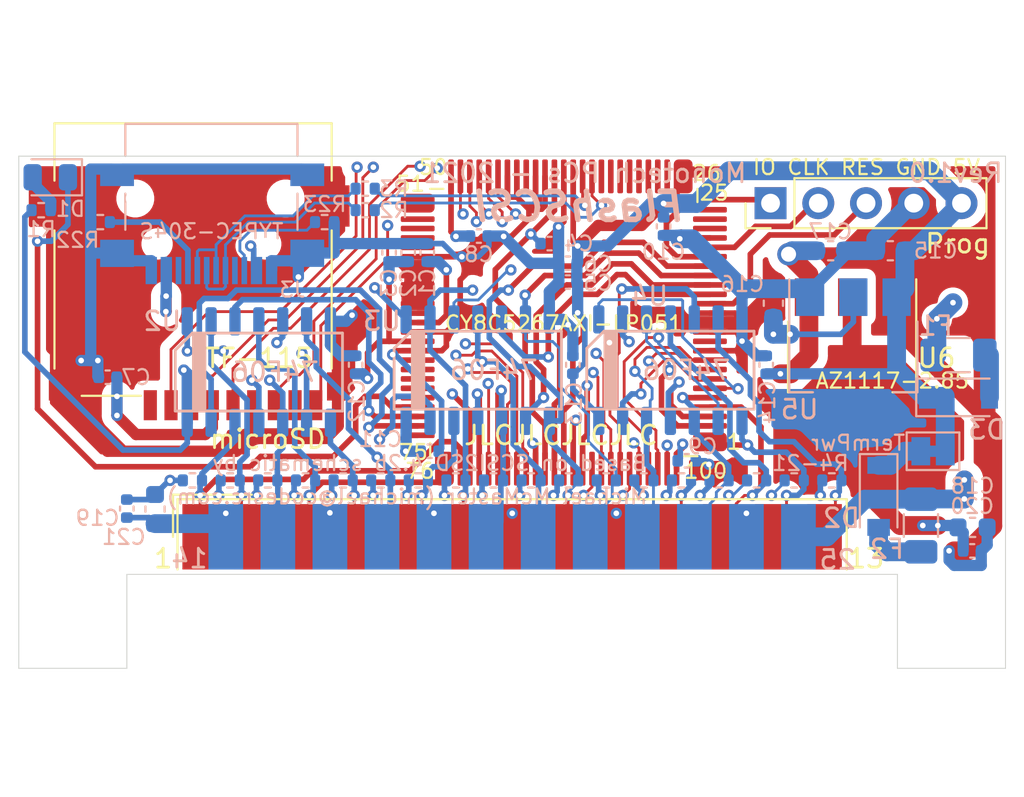
<source format=kicad_pcb>
(kicad_pcb (version 20171130) (host pcbnew "(5.1.9)-1")
  (title_block (title FlashSCSI) (date 2021-03-10) (rev 1.0) (company "Monotech PCs") (comment 1 "Based on SCSI2SD 4.2b schematic by Michael McMaster (michael@codesrc.com)"))
  (layers (0 F.Cu signal) (1 In1.Cu signal) (2 In2.Cu signal) (31 B.Cu signal) (34 B.Paste user hide) (35 F.Paste user hide) (36 B.SilkS user) (37 F.SilkS user) (38 B.Mask user hide) (39 F.Mask user hide) (44 Edge.Cuts user))
  (net 0 "")
  (net 1 "Net-(C1-Pad1)")
  (net 2 GND)
  (net 3 "Net-(C4-Pad1)")
  (net 4 +5V)
  (net 5 +3V3)
  (net 6 /Term_Pwr)
  (net 7 "Net-(C18-Pad1)")
  (net 8 "Net-(D1-Pad1)")
  (net 9 "Net-(D1-Pad2)")
  (net 10 "Net-(D2-Pad1)")
  (net 11 "Net-(D3-Pad2)")
  (net 12 "Net-(F1-Pad2)")
  (net 13 /SWDIO)
  (net 14 /SWDCLK)
  (net 15 /~XRES)
  (net 16 /~SD_CS)
  (net 17 /SD_MOSI)
  (net 18 /SD_SCK)
  (net 19 /SD_MISO)
  (net 20 /~SD_CD)
  (net 21 /C_USBD-)
  (net 22 /C_USBD+)
  (net 23 /~REQ)
  (net 24 /~MSG)
  (net 25 /~IO)
  (net 26 /~RST)
  (net 27 /~ACK)
  (net 28 /~BSY)
  (net 29 /~DB0)
  (net 30 /~DB3)
  (net 31 /~DB5)
  (net 32 /~DB6)
  (net 33 /~DB7)
  (net 34 /~CD)
  (net 35 /~ATN)
  (net 36 /~SEL)
  (net 37 /~DBP)
  (net 38 /~DB1)
  (net 39 /~DB2)
  (net 40 /~DB4)
  (net 41 /USBD+)
  (net 42 /USBD-)
  (net 43 /DB5)
  (net 44 /DB4)
  (net 45 /DB3)
  (net 46 /DB2)
  (net 47 /DB1)
  (net 48 /DB0)
  (net 49 /IO)
  (net 50 /REQ)
  (net 51 /CD)
  (net 52 /SEL)
  (net 53 /MSG)
  (net 54 /RST)
  (net 55 /ACK)
  (net 56 /BSY)
  (net 57 /ATN)
  (net 58 /DBP)
  (net 59 /DB7)
  (net 60 /DB6)
  (net 61 "Net-(J3-PadB5)")
  (net 62 "Net-(J3-PadA5)")
  (net 63 "Net-(D2-Pad2)")
  (module Custom:USB_C_Receptacle_XunPu_TYPEC-304S (layer B.Cu) (at 59 150.35)
    (fp_text reference J3 (at 4.3095 4.505) (layer B.SilkS) (effects (font (size 0.8 0.8) (thickness 0.12)) (justify mirror)))
    (fp_text value USB)
    (fp_text user TYPEC-304S (at 0 1.4) (layer B.SilkS) (effects (font (size 0.8 0.8) (thickness 0.12)) (justify mirror)))
    (pad A12 smd rect (at 3.35 3.485) (size 0.3 1.45) (layers B.Cu B.Paste B.Mask) (net 2 GND))
    (pad A9 smd rect (at 2.55 3.485) (size 0.3 1.45) (layers B.Cu B.Paste B.Mask) (net 12 "Net-(F1-Pad2)"))
    (pad B9 smd rect (at -2.25 3.485) (size 0.3 1.45) (layers B.Cu B.Paste B.Mask) (net 12 "Net-(F1-Pad2)"))
    (pad B12 smd rect (at -3.05 3.485) (size 0.3 1.45) (layers B.Cu B.Paste B.Mask) (net 2 GND))
    (pad A1 smd rect (at -3.35 3.485) (size 0.3 1.45) (layers B.Cu B.Paste B.Mask) (net 2 GND))
    (pad A4 smd rect (at -2.55 3.485) (size 0.3 1.45) (layers B.Cu B.Paste B.Mask) (net 12 "Net-(F1-Pad2)"))
    (pad B8 smd rect (at -1.75 3.485) (size 0.3 1.45) (layers B.Cu B.Paste B.Mask))
    (pad A5 smd rect (at -1.25 3.485) (size 0.3 1.45) (layers B.Cu B.Paste B.Mask) (net 62 "Net-(J3-PadA5)"))
    (pad B7 smd rect (at -0.75 3.485) (size 0.3 1.45) (layers B.Cu B.Paste B.Mask) (net 21 /C_USBD-))
    (pad A6 smd rect (at -0.25 3.485) (size 0.3 1.45) (layers B.Cu B.Paste B.Mask) (net 22 /C_USBD+))
    (pad A7 smd rect (at 0.25 3.485) (size 0.3 1.45) (layers B.Cu B.Paste B.Mask) (net 21 /C_USBD-))
    (pad B6 smd rect (at 0.75 3.485) (size 0.3 1.45) (layers B.Cu B.Paste B.Mask) (net 22 /C_USBD+))
    (pad A8 smd rect (at 1.25 3.485) (size 0.3 1.45) (layers B.Cu B.Paste B.Mask))
    (pad B5 smd rect (at 1.75 3.485) (size 0.3 1.45) (layers B.Cu B.Paste B.Mask) (net 61 "Net-(J3-PadB5)"))
    (pad B4 smd rect (at 2.25 3.485) (size 0.3 1.45) (layers B.Cu B.Paste B.Mask) (net 12 "Net-(F1-Pad2)"))
    (pad B1 smd rect (at 3.05 3.485) (size 0.3 1.45) (layers B.Cu B.Paste B.Mask) (net 2 GND))
    (pad "" np_thru_hole circle (at -2.89 2.07) (size 0.65 0.65) (drill 0.65) (layers *.Cu *.Mask))
    (pad "" np_thru_hole circle (at 2.89 2.07) (size 0.65 0.65) (drill 0.65) (layers *.Cu *.Mask))
    (pad S1 smd rect (at 5.1 -1.61) (size 1.8 1.2) (layers B.Cu B.Paste B.Mask) (net 2 GND))
    (pad S1 smd rect (at -5.02 -1.61) (size 1.8 1.2) (layers B.Cu B.Paste B.Mask) (net 2 GND))
    (pad S1 smd rect (at 5.1 2.565) (size 1.8 1.45) (layers B.Cu B.Paste B.Mask) (net 2 GND))
    (pad S1 smd rect (at -5.02 2.57) (size 1.8 1.45) (layers B.Cu B.Paste B.Mask) (net 2 GND))
  )
  (module Custom:DSUB-25_Male_EdgeMount_P2.77mm (layer F.Cu) (at 75 168)
    (fp_text reference J4)
    (fp_text value SCSI)
    (pad 25 smd rect (at 15.235 0) (size 1.846667 3.48) (layers B.Cu B.Paste B.Mask) (net 6 /Term_Pwr))
    (pad 24 smd rect (at 12.465 0) (size 1.846667 3.48) (layers B.Cu B.Paste B.Mask) (net 2 GND))
    (pad 23 smd rect (at 9.695 0) (size 1.846667 3.48) (layers B.Cu B.Paste B.Mask) (net 40 /~DB4))
    (pad 22 smd rect (at 6.925 0) (size 1.846667 3.48) (layers B.Cu B.Paste B.Mask) (net 39 /~DB2))
    (pad 21 smd rect (at 4.155 0) (size 1.846667 3.48) (layers B.Cu B.Paste B.Mask) (net 38 /~DB1))
    (pad 20 smd rect (at 1.385 0) (size 1.846667 3.48) (layers B.Cu B.Paste B.Mask) (net 37 /~DBP))
    (pad 19 smd rect (at -1.385 0) (size 1.846667 3.48) (layers B.Cu B.Paste B.Mask) (net 36 /~SEL))
    (pad 18 smd rect (at -4.155 0) (size 1.846667 3.48) (layers B.Cu B.Paste B.Mask) (net 2 GND))
    (pad 17 smd rect (at -6.925 0) (size 1.846667 3.48) (layers B.Cu B.Paste B.Mask) (net 35 /~ATN))
    (pad 16 smd rect (at -9.695 0) (size 1.846667 3.48) (layers B.Cu B.Paste B.Mask) (net 2 GND))
    (pad 15 smd rect (at -12.465 0) (size 1.846667 3.48) (layers B.Cu B.Paste B.Mask) (net 34 /~CD))
    (pad 14 smd rect (at -15.235 0) (size 1.846667 3.48) (layers B.Cu B.Paste B.Mask) (net 2 GND))
    (pad 13 smd rect (at 16.62 0) (size 1.846667 3.48) (layers F.Cu F.Paste F.Mask) (net 33 /~DB7))
    (pad 12 smd rect (at 13.85 0) (size 1.846667 3.48) (layers F.Cu F.Paste F.Mask) (net 32 /~DB6))
    (pad 11 smd rect (at 11.08 0) (size 1.846667 3.48) (layers F.Cu F.Paste F.Mask) (net 31 /~DB5))
    (pad 10 smd rect (at 8.31 0) (size 1.846667 3.48) (layers F.Cu F.Paste F.Mask) (net 30 /~DB3))
    (pad 9 smd rect (at 5.54 0) (size 1.846667 3.48) (layers F.Cu F.Paste F.Mask) (net 2 GND))
    (pad 8 smd rect (at 2.77 0) (size 1.846667 3.48) (layers F.Cu F.Paste F.Mask) (net 29 /~DB0))
    (pad 7 smd rect (at 0 0) (size 1.846667 3.48) (layers F.Cu F.Paste F.Mask) (net 2 GND))
    (pad 6 smd rect (at -2.77 0) (size 1.846667 3.48) (layers F.Cu F.Paste F.Mask) (net 28 /~BSY))
    (pad 5 smd rect (at -5.54 0) (size 1.846667 3.48) (layers F.Cu F.Paste F.Mask) (net 27 /~ACK))
    (pad 4 smd rect (at -8.31 0) (size 1.846667 3.48) (layers F.Cu F.Paste F.Mask) (net 26 /~RST))
    (pad 3 smd rect (at -11.08 0) (size 1.846667 3.48) (layers F.Cu F.Paste F.Mask) (net 25 /~IO))
    (pad 2 smd rect (at -13.85 0) (size 1.846667 3.48) (layers F.Cu F.Paste F.Mask) (net 24 /~MSG))
    (pad 1 smd rect (at -16.62 0) (size 1.846667 3.48) (layers F.Cu F.Paste F.Mask) (net 23 /~REQ))
  )
  (module "Custom KiCad Library:MountingHole_3.2mm_M3" (layer F.Cu) (at 98.6 172.35)
    (fp_text reference REF**)
    (fp_text value MountingHole_3.2mm_M3)
    (pad 1 np_thru_hole circle (at 0 0) (size 3.2 3.2) (drill 3.2) (layers *.Cu *.Mask))
  )
  (module "Custom KiCad Library:MountingHole_3.2mm_M3" (layer F.Cu) (at 51.4 172.35)
    (fp_text reference REF**)
    (fp_text value MountingHole_3.2mm_M3)
    (pad 1 np_thru_hole circle (at 0 0) (size 3.2 3.2) (drill 3.2) (layers *.Cu *.Mask))
  )
  (module Custom:R_0402_1005Metric (layer B.Cu) (at 76.01 165 180)
    (fp_text reference R4)
    (fp_text value 110)
    (pad 2 smd roundrect (at 0.51 0 180) (size 0.54 0.64) (layers B.Cu B.Paste B.Mask) (net 7 "Net-(C18-Pad1)"))
    (pad 1 smd roundrect (at -0.51 0 180) (size 0.54 0.64) (layers B.Cu B.Paste B.Mask) (net 37 /~DBP))
  )
  (module Custom:R_0402_1005Metric (layer B.Cu) (at 92.01 165 180)
    (fp_text reference R5)
    (fp_text value 110)
    (pad 2 smd roundrect (at 0.51 0 180) (size 0.54 0.64) (layers B.Cu B.Paste B.Mask) (net 7 "Net-(C18-Pad1)"))
    (pad 1 smd roundrect (at -0.51 0 180) (size 0.54 0.64) (layers B.Cu B.Paste B.Mask) (net 33 /~DB7))
  )
  (module Custom:R_0402_1005Metric (layer B.Cu) (at 90.01 165 180)
    (fp_text reference R6)
    (fp_text value 110)
    (pad 2 smd roundrect (at 0.51 0 180) (size 0.54 0.64) (layers B.Cu B.Paste B.Mask) (net 7 "Net-(C18-Pad1)"))
    (pad 1 smd roundrect (at -0.51 0 180) (size 0.54 0.64) (layers B.Cu B.Paste B.Mask) (net 32 /~DB6))
  )
  (module Custom:R_0402_1005Metric (layer B.Cu) (at 88.01 165 180)
    (fp_text reference R7)
    (fp_text value 110)
    (pad 2 smd roundrect (at 0.51 0 180) (size 0.54 0.64) (layers B.Cu B.Paste B.Mask) (net 7 "Net-(C18-Pad1)"))
    (pad 1 smd roundrect (at -0.51 0 180) (size 0.54 0.64) (layers B.Cu B.Paste B.Mask) (net 31 /~DB5))
  )
  (module Custom:R_0402_1005Metric (layer B.Cu) (at 86.01 165 180)
    (fp_text reference R8)
    (fp_text value 110)
    (pad 2 smd roundrect (at 0.51 0 180) (size 0.54 0.64) (layers B.Cu B.Paste B.Mask) (net 7 "Net-(C18-Pad1)"))
    (pad 1 smd roundrect (at -0.51 0 180) (size 0.54 0.64) (layers B.Cu B.Paste B.Mask) (net 40 /~DB4))
  )
  (module Custom:R_0402_1005Metric (layer B.Cu) (at 84.01 165 180)
    (fp_text reference R9)
    (fp_text value 110)
    (pad 2 smd roundrect (at 0.51 0 180) (size 0.54 0.64) (layers B.Cu B.Paste B.Mask) (net 7 "Net-(C18-Pad1)"))
    (pad 1 smd roundrect (at -0.51 0 180) (size 0.54 0.64) (layers B.Cu B.Paste B.Mask) (net 30 /~DB3))
  )
  (module Custom:R_0402_1005Metric (layer B.Cu) (at 82.01 165 180)
    (fp_text reference R10)
    (fp_text value 110)
    (pad 2 smd roundrect (at 0.51 0 180) (size 0.54 0.64) (layers B.Cu B.Paste B.Mask) (net 7 "Net-(C18-Pad1)"))
    (pad 1 smd roundrect (at -0.51 0 180) (size 0.54 0.64) (layers B.Cu B.Paste B.Mask) (net 39 /~DB2))
  )
  (module Custom:R_0402_1005Metric (layer B.Cu) (at 80.01 165 180)
    (fp_text reference R11)
    (fp_text value 110)
    (pad 2 smd roundrect (at 0.51 0 180) (size 0.54 0.64) (layers B.Cu B.Paste B.Mask) (net 7 "Net-(C18-Pad1)"))
    (pad 1 smd roundrect (at -0.51 0 180) (size 0.54 0.64) (layers B.Cu B.Paste B.Mask) (net 38 /~DB1))
  )
  (module Custom:R_0402_1005Metric (layer B.Cu) (at 78.01 165 180)
    (fp_text reference R12)
    (fp_text value 110)
    (pad 2 smd roundrect (at 0.51 0 180) (size 0.54 0.64) (layers B.Cu B.Paste B.Mask) (net 7 "Net-(C18-Pad1)"))
    (pad 1 smd roundrect (at -0.51 0 180) (size 0.54 0.64) (layers B.Cu B.Paste B.Mask) (net 29 /~DB0))
  )
  (module Custom:R_0402_1005Metric (layer B.Cu) (at 64.01 165 180)
    (fp_text reference R13)
    (fp_text value 110)
    (pad 2 smd roundrect (at 0.51 0 180) (size 0.54 0.64) (layers B.Cu B.Paste B.Mask) (net 7 "Net-(C18-Pad1)"))
    (pad 1 smd roundrect (at -0.51 0 180) (size 0.54 0.64) (layers B.Cu B.Paste B.Mask) (net 25 /~IO))
  )
  (module Custom:R_0402_1005Metric (layer B.Cu) (at 57.99 165 180)
    (fp_text reference R14)
    (fp_text value 110)
    (pad 2 smd roundrect (at 0.51 0 180) (size 0.54 0.64) (layers B.Cu B.Paste B.Mask) (net 7 "Net-(C18-Pad1)"))
    (pad 1 smd roundrect (at -0.51 0 180) (size 0.54 0.64) (layers B.Cu B.Paste B.Mask) (net 23 /~REQ))
  )
  (module Custom:R_0402_1005Metric (layer B.Cu) (at 62 165 180)
    (fp_text reference R15)
    (fp_text value 110)
    (pad 2 smd roundrect (at 0.51 0 180) (size 0.54 0.64) (layers B.Cu B.Paste B.Mask) (net 7 "Net-(C18-Pad1)"))
    (pad 1 smd roundrect (at -0.51 0 180) (size 0.54 0.64) (layers B.Cu B.Paste B.Mask) (net 34 /~CD))
  )
  (module Custom:R_0402_1005Metric (layer B.Cu) (at 74.01 165 180)
    (fp_text reference R16)
    (fp_text value 110)
    (pad 2 smd roundrect (at 0.51 0 180) (size 0.54 0.64) (layers B.Cu B.Paste B.Mask) (net 7 "Net-(C18-Pad1)"))
    (pad 1 smd roundrect (at -0.51 0 180) (size 0.54 0.64) (layers B.Cu B.Paste B.Mask) (net 36 /~SEL))
  )
  (module Custom:R_0402_1005Metric (layer B.Cu) (at 60 165 180)
    (fp_text reference R17)
    (fp_text value 110)
    (pad 2 smd roundrect (at 0.51 0 180) (size 0.54 0.64) (layers B.Cu B.Paste B.Mask) (net 7 "Net-(C18-Pad1)"))
    (pad 1 smd roundrect (at -0.51 0 180) (size 0.54 0.64) (layers B.Cu B.Paste B.Mask) (net 24 /~MSG))
  )
  (module Custom:R_0402_1005Metric (layer B.Cu) (at 66.01 165 180)
    (fp_text reference R18)
    (fp_text value 110)
    (pad 2 smd roundrect (at 0.51 0 180) (size 0.54 0.64) (layers B.Cu B.Paste B.Mask) (net 7 "Net-(C18-Pad1)"))
    (pad 1 smd roundrect (at -0.51 0 180) (size 0.54 0.64) (layers B.Cu B.Paste B.Mask) (net 26 /~RST))
  )
  (module Custom:R_0402_1005Metric (layer B.Cu) (at 70.01 165 180)
    (fp_text reference R19)
    (fp_text value 110)
    (pad 2 smd roundrect (at 0.51 0 180) (size 0.54 0.64) (layers B.Cu B.Paste B.Mask) (net 7 "Net-(C18-Pad1)"))
    (pad 1 smd roundrect (at -0.51 0 180) (size 0.54 0.64) (layers B.Cu B.Paste B.Mask) (net 27 /~ACK))
  )
  (module Custom:R_0402_1005Metric (layer B.Cu) (at 72.01 165 180)
    (fp_text reference R20)
    (fp_text value 110)
    (pad 2 smd roundrect (at 0.51 0 180) (size 0.54 0.64) (layers B.Cu B.Paste B.Mask) (net 7 "Net-(C18-Pad1)"))
    (pad 1 smd roundrect (at -0.51 0 180) (size 0.54 0.64) (layers B.Cu B.Paste B.Mask) (net 28 /~BSY))
  )
  (module Custom:R_0402_1005Metric (layer B.Cu) (at 68.01 165 180)
    (fp_text reference R21)
    (fp_text value 110)
    (pad 2 smd roundrect (at 0.51 0 180) (size 0.54 0.64) (layers B.Cu B.Paste B.Mask) (net 7 "Net-(C18-Pad1)"))
    (pad 1 smd roundrect (at -0.51 0 180) (size 0.54 0.64) (layers B.Cu B.Paste B.Mask) (net 35 /~ATN))
  )
  (module Custom:LQFP-100_14x14mm_P0.5mm (layer F.Cu) (at 77.75 156.6 180)
    (fp_text reference U1)
    (fp_text value CY8C5267AXI-LP051 (at 0 -0.05) (layer F.SilkS) (effects (font (size 0.8 0.8) (thickness 0.12))))
    (fp_text user 25 (at -8 6.9) (layer F.SilkS) (effects (font (size 0.8 0.8) (thickness 0.12))))
    (fp_text user 26 (at -7.6 7.95) (layer F.SilkS) (effects (font (size 0.8 0.8) (thickness 0.12))))
    (fp_text user 50 (at 6.9475 8.264) (layer F.SilkS) (effects (font (size 0.8 0.8) (thickness 0.12))))
    (fp_text user 51 (at 8.154 7.375) (layer F.SilkS) (effects (font (size 0.8 0.8) (thickness 0.12))))
    (fp_text user 75 (at 8 -6.9) (layer F.SilkS) (effects (font (size 0.8 0.8) (thickness 0.12))))
    (fp_text user 76 (at 7.65 -7.9) (layer F.SilkS) (effects (font (size 0.8 0.8) (thickness 0.12))))
    (fp_text user 100 (at -7.55 -7.9) (layer F.SilkS) (effects (font (size 0.8 0.8) (thickness 0.12))))
    (fp_text user 1 (at -9.05 -6.35) (layer F.SilkS) (effects (font (size 0.8 0.8) (thickness 0.12))))
    (pad 1 smd roundrect (at -7.775 -6.35 180) (size 1.8 1) (layers F.Cu F.Paste F.Mask) (net 32 /~DB6))
    (pad 2 smd roundrect (at -7.775 -5.5 180) (size 1.8 0.3) (layers F.Cu F.Paste F.Mask) (net 43 /DB5))
    (pad 3 smd roundrect (at -7.775 -5 180) (size 1.8 0.3) (layers F.Cu F.Paste F.Mask) (net 44 /DB4))
    (pad 4 smd roundrect (at -7.775 -4.5 180) (size 1.8 0.3) (layers F.Cu F.Paste F.Mask) (net 31 /~DB5))
    (pad 5 smd roundrect (at -7.775 -4 180) (size 1.8 0.3) (layers F.Cu F.Paste F.Mask) (net 40 /~DB4))
    (pad 6 smd roundrect (at -7.775 -3.5 180) (size 1.8 0.3) (layers F.Cu F.Paste F.Mask) (net 45 /DB3))
    (pad 7 smd roundrect (at -7.775 -3 180) (size 1.8 0.3) (layers F.Cu F.Paste F.Mask) (net 46 /DB2))
    (pad 8 smd roundrect (at -7.775 -2.5 180) (size 1.8 0.3) (layers F.Cu F.Paste F.Mask) (net 30 /~DB3))
    (pad 9 smd roundrect (at -7.775 -2 180) (size 1.8 0.3) (layers F.Cu F.Paste F.Mask) (net 39 /~DB2))
    (pad 10 smd roundrect (at -7.775 -1.5 180) (size 1.8 0.3) (layers F.Cu F.Paste F.Mask) (net 2 GND))
    (pad 11 smd roundrect (at -7.775 -1 180) (size 1.8 0.3) (layers F.Cu F.Paste F.Mask))
    (pad 12 smd roundrect (at -7.775 -0.5 180) (size 1.8 0.3) (layers F.Cu F.Paste F.Mask) (net 2 GND))
    (pad 13 smd roundrect (at -7.775 0 180) (size 1.8 0.3) (layers F.Cu F.Paste F.Mask) (net 2 GND))
    (pad 14 smd roundrect (at -7.775 0.5 180) (size 1.8 0.3) (layers F.Cu F.Paste F.Mask) (net 2 GND))
    (pad 15 smd roundrect (at -7.775 1 180) (size 1.8 0.3) (layers F.Cu F.Paste F.Mask) (net 15 /~XRES))
    (pad 16 smd roundrect (at -7.775 1.5 180) (size 1.8 0.3) (layers F.Cu F.Paste F.Mask) (net 47 /DB1))
    (pad 17 smd roundrect (at -7.775 2 180) (size 1.8 0.3) (layers F.Cu F.Paste F.Mask) (net 48 /DB0))
    (pad 18 smd roundrect (at -7.775 2.5 180) (size 1.8 0.3) (layers F.Cu F.Paste F.Mask) (net 38 /~DB1))
    (pad 19 smd roundrect (at -7.775 3 180) (size 1.8 0.3) (layers F.Cu F.Paste F.Mask) (net 29 /~DB0))
    (pad 20 smd roundrect (at -7.775 3.5 180) (size 1.8 0.3) (layers F.Cu F.Paste F.Mask) (net 13 /SWDIO))
    (pad 21 smd roundrect (at -7.775 4 180) (size 1.8 0.3) (layers F.Cu F.Paste F.Mask) (net 14 /SWDCLK))
    (pad 22 smd roundrect (at -7.775 4.5 180) (size 1.8 0.3) (layers F.Cu F.Paste F.Mask) (net 2 GND))
    (pad 23 smd roundrect (at -7.775 5 180) (size 1.8 0.3) (layers F.Cu F.Paste F.Mask))
    (pad 24 smd roundrect (at -7.775 5.5 180) (size 1.8 0.3) (layers F.Cu F.Paste F.Mask))
    (pad 25 smd roundrect (at -7.775 6 180) (size 1.8 0.3) (layers F.Cu F.Paste F.Mask))
    (pad 26 smd roundrect (at -6.35 7.775 180) (size 1 1.8) (layers F.Cu F.Paste F.Mask) (net 4 +5V))
    (pad 27 smd roundrect (at -5.5 7.775 180) (size 0.3 1.8) (layers F.Cu F.Paste F.Mask))
    (pad 28 smd roundrect (at -5 7.775 180) (size 0.3 1.8) (layers F.Cu F.Paste F.Mask))
    (pad 29 smd roundrect (at -4.5 7.775 180) (size 0.3 1.8) (layers F.Cu F.Paste F.Mask))
    (pad 30 smd roundrect (at -4 7.775 180) (size 0.3 1.8) (layers F.Cu F.Paste F.Mask))
    (pad 31 smd roundrect (at -3.5 7.775 180) (size 0.3 1.8) (layers F.Cu F.Paste F.Mask))
    (pad 32 smd roundrect (at -3 7.775 180) (size 0.3 1.8) (layers F.Cu F.Paste F.Mask))
    (pad 33 smd roundrect (at -2.5 7.775 180) (size 0.3 1.8) (layers F.Cu F.Paste F.Mask))
    (pad 34 smd roundrect (at -2 7.775 180) (size 0.3 1.8) (layers F.Cu F.Paste F.Mask))
    (pad 35 smd roundrect (at -1.5 7.775 180) (size 0.3 1.8) (layers F.Cu F.Paste F.Mask) (net 41 /USBD+))
    (pad 36 smd roundrect (at -1 7.775 180) (size 0.3 1.8) (layers F.Cu F.Paste F.Mask) (net 42 /USBD-))
    (pad 37 smd roundrect (at -0.5 7.775 180) (size 0.3 1.8) (layers F.Cu F.Paste F.Mask) (net 4 +5V))
    (pad 38 smd roundrect (at 0 7.775 180) (size 0.3 1.8) (layers F.Cu F.Paste F.Mask) (net 2 GND))
    (pad 39 smd roundrect (at 0.5 7.775 180) (size 0.3 1.8) (layers F.Cu F.Paste F.Mask) (net 3 "Net-(C4-Pad1)"))
    (pad 40 smd roundrect (at 1 7.775 180) (size 0.3 1.8) (layers F.Cu F.Paste F.Mask) (net 2 GND))
    (pad 41 smd roundrect (at 1.5 7.775 180) (size 0.3 1.8) (layers F.Cu F.Paste F.Mask) (net 2 GND))
    (pad 42 smd roundrect (at 2 7.775 180) (size 0.3 1.8) (layers F.Cu F.Paste F.Mask))
    (pad 43 smd roundrect (at 2.5 7.775 180) (size 0.3 1.8) (layers F.Cu F.Paste F.Mask) (net 2 GND))
    (pad 44 smd roundrect (at 3 7.775 180) (size 0.3 1.8) (layers F.Cu F.Paste F.Mask) (net 2 GND))
    (pad 45 smd roundrect (at 3.5 7.775 180) (size 0.3 1.8) (layers F.Cu F.Paste F.Mask) (net 19 /SD_MISO))
    (pad 46 smd roundrect (at 4 7.775 180) (size 0.3 1.8) (layers F.Cu F.Paste F.Mask) (net 18 /SD_SCK))
    (pad 47 smd roundrect (at 4.5 7.775 180) (size 0.3 1.8) (layers F.Cu F.Paste F.Mask) (net 17 /SD_MOSI))
    (pad 48 smd roundrect (at 5 7.775 180) (size 0.3 1.8) (layers F.Cu F.Paste F.Mask) (net 16 /~SD_CS))
    (pad 49 smd roundrect (at 5.5 7.775 180) (size 0.3 1.8) (layers F.Cu F.Paste F.Mask) (net 20 /~SD_CD))
    (pad 50 smd roundrect (at 6 7.775 180) (size 0.3 1.8) (layers F.Cu F.Paste F.Mask) (net 5 +3V3))
    (pad 51 smd roundrect (at 7.775 6.35 180) (size 1.8 1) (layers F.Cu F.Paste F.Mask))
    (pad 52 smd roundrect (at 7.775 5.5 180) (size 1.8 0.3) (layers F.Cu F.Paste F.Mask))
    (pad 53 smd roundrect (at 7.775 5 180) (size 1.8 0.3) (layers F.Cu F.Paste F.Mask))
    (pad 54 smd roundrect (at 7.775 4.5 180) (size 1.8 0.3) (layers F.Cu F.Paste F.Mask))
    (pad 55 smd roundrect (at 7.775 4 180) (size 1.8 0.3) (layers F.Cu F.Paste F.Mask))
    (pad 56 smd roundrect (at 7.775 3.5 180) (size 1.8 0.3) (layers F.Cu F.Paste F.Mask) (net 2 GND))
    (pad 57 smd roundrect (at 7.775 3 180) (size 1.8 0.3) (layers F.Cu F.Paste F.Mask) (net 2 GND))
    (pad 58 smd roundrect (at 7.775 2.5 180) (size 1.8 0.3) (layers F.Cu F.Paste F.Mask) (net 2 GND))
    (pad 59 smd roundrect (at 7.775 2 180) (size 1.8 0.3) (layers F.Cu F.Paste F.Mask) (net 2 GND))
    (pad 60 smd roundrect (at 7.775 1.5 180) (size 1.8 0.3) (layers F.Cu F.Paste F.Mask) (net 2 GND))
    (pad 61 smd roundrect (at 7.775 1 180) (size 1.8 0.3) (layers F.Cu F.Paste F.Mask) (net 2 GND))
    (pad 62 smd roundrect (at 7.775 0.5 180) (size 1.8 0.3) (layers F.Cu F.Paste F.Mask) (net 2 GND))
    (pad 63 smd roundrect (at 7.775 0 180) (size 1.8 0.3) (layers F.Cu F.Paste F.Mask) (net 1 "Net-(C1-Pad1)"))
    (pad 64 smd roundrect (at 7.775 -0.5 180) (size 1.8 0.3) (layers F.Cu F.Paste F.Mask) (net 2 GND))
    (pad 65 smd roundrect (at 7.775 -1 180) (size 1.8 0.3) (layers F.Cu F.Paste F.Mask) (net 4 +5V))
    (pad 66 smd roundrect (at 7.775 -1.5 180) (size 1.8 0.3) (layers F.Cu F.Paste F.Mask) (net 2 GND))
    (pad 67 smd roundrect (at 7.775 -2 180) (size 1.8 0.3) (layers F.Cu F.Paste F.Mask))
    (pad 68 smd roundrect (at 7.775 -2.5 180) (size 1.8 0.3) (layers F.Cu F.Paste F.Mask))
    (pad 69 smd roundrect (at 7.775 -3 180) (size 1.8 0.3) (layers F.Cu F.Paste F.Mask))
    (pad 70 smd roundrect (at 7.775 -3.5 180) (size 1.8 0.3) (layers F.Cu F.Paste F.Mask))
    (pad 71 smd roundrect (at 7.775 -4 180) (size 1.8 0.3) (layers F.Cu F.Paste F.Mask))
    (pad 72 smd roundrect (at 7.775 -4.5 180) (size 1.8 0.3) (layers F.Cu F.Paste F.Mask) (net 8 "Net-(D1-Pad1)"))
    (pad 73 smd roundrect (at 7.775 -5 180) (size 1.8 0.3) (layers F.Cu F.Paste F.Mask) (net 49 /IO))
    (pad 74 smd roundrect (at 7.775 -5.5 180) (size 1.8 0.3) (layers F.Cu F.Paste F.Mask) (net 50 /REQ))
    (pad 75 smd roundrect (at 7.775 -6 180) (size 1.8 0.3) (layers F.Cu F.Paste F.Mask) (net 4 +5V))
    (pad 76 smd roundrect (at 6.35 -7.775 180) (size 1 1.8) (layers F.Cu F.Paste F.Mask) (net 25 /~IO))
    (pad 77 smd roundrect (at 5.5 -7.775 180) (size 0.3 1.8) (layers F.Cu F.Paste F.Mask) (net 23 /~REQ))
    (pad 78 smd roundrect (at 5 -7.775 180) (size 0.3 1.8) (layers F.Cu F.Paste F.Mask) (net 51 /CD))
    (pad 79 smd roundrect (at 4.5 -7.775 180) (size 0.3 1.8) (layers F.Cu F.Paste F.Mask) (net 52 /SEL))
    (pad 80 smd roundrect (at 4 -7.775 180) (size 0.3 1.8) (layers F.Cu F.Paste F.Mask) (net 34 /~CD))
    (pad 81 smd roundrect (at 3.5 -7.775 180) (size 0.3 1.8) (layers F.Cu F.Paste F.Mask) (net 36 /~SEL))
    (pad 82 smd roundrect (at 3 -7.775 180) (size 0.3 1.8) (layers F.Cu F.Paste F.Mask) (net 53 /MSG))
    (pad 83 smd roundrect (at 2.5 -7.775 180) (size 0.3 1.8) (layers F.Cu F.Paste F.Mask) (net 54 /RST))
    (pad 84 smd roundrect (at 2 -7.775 180) (size 0.3 1.8) (layers F.Cu F.Paste F.Mask) (net 24 /~MSG))
    (pad 85 smd roundrect (at 1.5 -7.775 180) (size 0.3 1.8) (layers F.Cu F.Paste F.Mask) (net 26 /~RST))
    (pad 86 smd roundrect (at 1 -7.775 180) (size 0.3 1.8) (layers F.Cu F.Paste F.Mask) (net 3 "Net-(C4-Pad1)"))
    (pad 87 smd roundrect (at 0.5 -7.775 180) (size 0.3 1.8) (layers F.Cu F.Paste F.Mask) (net 2 GND))
    (pad 88 smd roundrect (at 0 -7.775 180) (size 0.3 1.8) (layers F.Cu F.Paste F.Mask) (net 4 +5V))
    (pad 89 smd roundrect (at -0.5 -7.775 180) (size 0.3 1.8) (layers F.Cu F.Paste F.Mask) (net 55 /ACK))
    (pad 90 smd roundrect (at -1 -7.775 180) (size 0.3 1.8) (layers F.Cu F.Paste F.Mask) (net 56 /BSY))
    (pad 91 smd roundrect (at -1.5 -7.775 180) (size 0.3 1.8) (layers F.Cu F.Paste F.Mask) (net 27 /~ACK))
    (pad 92 smd roundrect (at -2 -7.775 180) (size 0.3 1.8) (layers F.Cu F.Paste F.Mask) (net 28 /~BSY))
    (pad 93 smd roundrect (at -2.5 -7.775 180) (size 0.3 1.8) (layers F.Cu F.Paste F.Mask) (net 57 /ATN))
    (pad 94 smd roundrect (at -3 -7.775 180) (size 0.3 1.8) (layers F.Cu F.Paste F.Mask) (net 58 /DBP))
    (pad 95 smd roundrect (at -3.5 -7.775 180) (size 0.3 1.8) (layers F.Cu F.Paste F.Mask) (net 35 /~ATN))
    (pad 96 smd roundrect (at -4 -7.775 180) (size 0.3 1.8) (layers F.Cu F.Paste F.Mask) (net 37 /~DBP))
    (pad 97 smd roundrect (at -4.5 -7.775 180) (size 0.3 1.8) (layers F.Cu F.Paste F.Mask) (net 59 /DB7))
    (pad 98 smd roundrect (at -5 -7.775 180) (size 0.3 1.8) (layers F.Cu F.Paste F.Mask) (net 60 /DB6))
    (pad 99 smd roundrect (at -5.5 -7.775 180) (size 0.3 1.8) (layers F.Cu F.Paste F.Mask) (net 33 /~DB7))
    (pad 100 smd roundrect (at -6 -7.775 180) (size 0.3 1.8) (layers F.Cu F.Paste F.Mask) (net 4 +5V))
  )
  (module Capacitor_SMD:C_0603_1608Metric (layer B.Cu) (at 95.123 152.781 180)
    (fp_text reference C15 (at -2.413 0) (layer B.SilkS) (effects (font (size 0.8 0.8) (thickness 0.12)) (justify mirror)))
    (fp_text value 10uF)
    (pad 2 smd roundrect (at 0.775 0 180) (size 0.9 0.95) (layers B.Cu B.Paste B.Mask) (net 2 GND))
    (pad 1 smd roundrect (at -0.775 0 180) (size 0.9 0.95) (layers B.Cu B.Paste B.Mask) (net 4 +5V))
  )
  (module Capacitor_SMD:C_0603_1608Metric (layer B.Cu) (at 88.9 155.575 90)
    (fp_text reference C16 (at 1.016 -1.651 180) (layer B.SilkS) (effects (font (size 0.8 0.8) (thickness 0.12)) (justify mirror)))
    (fp_text value 10uF)
    (pad 1 smd roundrect (at -0.775 0 90) (size 0.9 0.95) (layers B.Cu B.Paste B.Mask) (net 5 +3V3))
    (pad 2 smd roundrect (at 0.775 0 90) (size 0.9 0.95) (layers B.Cu B.Paste B.Mask) (net 2 GND))
  )
  (module Capacitor_SMD:C_0603_1608Metric (layer B.Cu) (at 91.948 152.781)
    (fp_text reference C17 (at -0.018 -1.022) (layer B.SilkS) (effects (font (size 0.8 0.8) (thickness 0.12)) (justify mirror)))
    (fp_text value 10uF)
    (pad 1 smd roundrect (at -0.775 0) (size 0.9 0.95) (layers B.Cu B.Paste B.Mask) (net 4 +5V))
    (pad 2 smd roundrect (at 0.775 0) (size 0.9 0.95) (layers B.Cu B.Paste B.Mask) (net 2 GND))
  )
  (module Capacitor_SMD:C_0603_1608Metric (layer B.Cu) (at 99.5 167.5)
    (fp_text reference C18 (at 0 -2.2095) (layer B.SilkS) (effects (font (size 0.8 0.8) (thickness 0.12)) (justify mirror)))
    (fp_text value 10uF)
    (pad 2 smd roundrect (at 0.775 0) (size 0.9 0.95) (layers B.Cu B.Paste B.Mask) (net 2 GND))
    (pad 1 smd roundrect (at -0.775 0) (size 0.9 0.95) (layers B.Cu B.Paste B.Mask) (net 7 "Net-(C18-Pad1)"))
  )
  (module Capacitor_SMD:C_0603_1608Metric (layer B.Cu) (at 56 166.525 270)
    (fp_text reference C21 (at 1.49 1.662 180) (layer B.SilkS) (effects (font (size 0.8 0.8) (thickness 0.12)) (justify mirror)))
    (fp_text value 10uF)
    (pad 2 smd roundrect (at 0.775 0 270) (size 0.9 0.95) (layers B.Cu B.Paste B.Mask) (net 2 GND))
    (pad 1 smd roundrect (at -0.775 0 270) (size 0.9 0.95) (layers B.Cu B.Paste B.Mask) (net 7 "Net-(C18-Pad1)"))
  )
  (module LED_SMD:LED_0805_2012Metric (layer B.Cu) (at 50.4285 148.873 180)
    (fp_text reference D1 (at -1.07 -1.6855) (layer B.SilkS) (effects (font (size 0.8 0.8) (thickness 0.12)) (justify mirror)))
    (fp_text value Activity)
    (pad 1 smd roundrect (at -0.9375 0 180) (size 0.975 1.4) (layers B.Cu B.Paste B.Mask) (net 8 "Net-(D1-Pad1)"))
    (pad 2 smd roundrect (at 0.9375 0 180) (size 0.975 1.4) (layers B.Cu B.Paste B.Mask) (net 9 "Net-(D1-Pad2)"))
  )
  (module Diode_SMD:D_SOD-123 (layer B.Cu) (at 94.5 165.85 270)
    (fp_text reference D2 (at 1.155 1.9805 180) (layer B.SilkS) (effects (justify mirror)))
    (fp_text value B5819W)
    (pad 1 smd rect (at -1.65 0 270) (size 0.9 1.2) (layers B.Cu B.Paste B.Mask) (net 10 "Net-(D2-Pad1)"))
    (pad 2 smd rect (at 1.65 0 270) (size 0.9 1.2) (layers B.Cu B.Paste B.Mask) (net 63 "Net-(D2-Pad2)"))
  )
  (module Diode_SMD:D_SOD-123 (layer B.Cu) (at 98.75 160.583)
    (fp_text reference D3 (at 1.4985 1.723) (layer B.SilkS) (effects (justify mirror)))
    (fp_text value B5819W)
    (pad 2 smd rect (at 1.65 0) (size 0.9 1.2) (layers B.Cu B.Paste B.Mask) (net 11 "Net-(D3-Pad2)"))
    (pad 1 smd rect (at -1.65 0) (size 0.9 1.2) (layers B.Cu B.Paste B.Mask) (net 4 +5V))
  )
  (module Custom:microSD_HC_XunPu_TF-115 (layer F.Cu) (at 58 153.25 180)
    (fp_text reference J2)
    (fp_text value microSD (at -4 -9.55) (layer F.SilkS))
    (fp_text user TF-115 (at -6.5 -5.25) (layer F.SilkS) (effects (justify right)))
    (pad 1 smd rect (at 2.25 -7.75 180) (size 0.7 1.6) (layers F.Cu F.Paste F.Mask))
    (pad 2 smd rect (at 1.15 -7.75 180) (size 0.7 1.6) (layers F.Cu F.Paste F.Mask) (net 16 /~SD_CS))
    (pad 3 smd rect (at 0.05 -7.75 180) (size 0.7 1.6) (layers F.Cu F.Paste F.Mask) (net 17 /SD_MOSI))
    (pad 4 smd rect (at -1.05 -7.75 180) (size 0.7 1.6) (layers F.Cu F.Paste F.Mask) (net 5 +3V3))
    (pad 5 smd rect (at -2.15 -7.75 180) (size 0.7 1.6) (layers F.Cu F.Paste F.Mask) (net 18 /SD_SCK))
    (pad 6 smd rect (at -3.25 -7.75 180) (size 0.7 1.6) (layers F.Cu F.Paste F.Mask) (net 2 GND))
    (pad 7 smd rect (at -4.35 -7.75 180) (size 0.7 1.6) (layers F.Cu F.Paste F.Mask) (net 19 /SD_MISO))
    (pad 8 smd rect (at -5.45 -7.75 180) (size 0.7 1.6) (layers F.Cu F.Paste F.Mask))
    (pad 9 smd rect (at -6.55 -7.75 180) (size 0.7 1.6) (layers F.Cu F.Paste F.Mask) (net 20 /~SD_CD))
    (pad 10 smd rect (at -7.75 -6.75 180) (size 1.2 1.5) (layers F.Cu F.Paste F.Mask) (net 2 GND))
    (pad "" np_thru_hole circle (at -4.95 3.25 180) (size 1 1) (drill 1) (layers *.Cu *.Mask))
    (pad "" np_thru_hole circle (at 3.05 3.25 180) (size 1 1) (drill 1) (layers *.Cu *.Mask))
    (pad 10 smd rect (at -7.75 2.85 180) (size 1.2 2.2) (layers F.Cu F.Paste F.Mask) (net 2 GND))
    (pad 10 smd rect (at 7.75 2.85 180) (size 1.2 2.2) (layers F.Cu F.Paste F.Mask) (net 2 GND))
    (pad 10 smd rect (at 6.85 -6.75 180) (size 1.6 1.5) (layers F.Cu F.Paste F.Mask) (net 2 GND))
  )
  (module Jumper:SolderJumper-2_P1.3mm_Bridged_Pad1.0x1.5mm (layer B.Cu) (at 97.394 163.449)
    (fp_text reference JP1)
    (fp_text value TermPwr (at -3.9855 -0.4445 unlocked) (layer B.SilkS) (effects (font (size 0.8 0.8) (thickness 0.12)) (justify mirror)))
    (fp_poly (pts (xy -0.25 0.3) (xy 0.25 0.3) (xy 0.25 -0.3) (xy -0.25 -0.3)) (layer B.Cu) (width 0))
    (pad 1 smd rect (at -0.65 0) (size 1 1.5) (layers B.Cu B.Mask) (net 10 "Net-(D2-Pad1)"))
    (pad 2 smd rect (at 0.65 0) (size 1 1.5) (layers B.Cu B.Mask) (net 4 +5V))
  )
  (module "Custom KiCad Library:SOIC-14_3.9x8.7mm_P1.27mm" (layer B.Cu) (at 61.524 159.235 270)
    (fp_text reference U2 (at -2.7075 5.136) (layer B.SilkS) (effects (justify mirror)))
    (fp_text value 74F06 (at 0 -0.85344) (layer B.SilkS) (effects (justify mirror)))
    (pad 1 smd roundrect (at -2.7 3.81 270) (size 1.5 0.6) (layers B.Cu B.Paste B.Mask) (net 53 /MSG))
    (pad 2 smd roundrect (at -2.7 2.54 270) (size 1.5 0.6) (layers B.Cu B.Paste B.Mask) (net 24 /~MSG))
    (pad 3 smd roundrect (at -2.7 1.27 270) (size 1.5 0.6) (layers B.Cu B.Paste B.Mask) (net 49 /IO))
    (pad 4 smd roundrect (at -2.7 0 270) (size 1.5 0.6) (layers B.Cu B.Paste B.Mask) (net 25 /~IO))
    (pad 5 smd roundrect (at -2.7 -1.27 270) (size 1.5 0.6) (layers B.Cu B.Paste B.Mask) (net 57 /ATN))
    (pad 6 smd roundrect (at -2.7 -2.54 270) (size 1.5 0.6) (layers B.Cu B.Paste B.Mask) (net 35 /~ATN))
    (pad 7 smd roundrect (at -2.7 -3.81 270) (size 1.5 0.6) (layers B.Cu B.Paste B.Mask) (net 2 GND))
    (pad 8 smd roundrect (at 2.7 -3.81 270) (size 1.5 0.6) (layers B.Cu B.Paste B.Mask) (net 26 /~RST))
    (pad 9 smd roundrect (at 2.7 -2.54 270) (size 1.5 0.6) (layers B.Cu B.Paste B.Mask) (net 54 /RST))
    (pad 10 smd roundrect (at 2.7 -1.27 270) (size 1.5 0.6) (layers B.Cu B.Paste B.Mask) (net 34 /~CD))
    (pad 11 smd roundrect (at 2.7 0 270) (size 1.5 0.6) (layers B.Cu B.Paste B.Mask) (net 51 /CD))
    (pad 12 smd roundrect (at 2.7 1.27 270) (size 1.5 0.6) (layers B.Cu B.Paste B.Mask) (net 23 /~REQ))
    (pad 13 smd roundrect (at 2.7 2.54 270) (size 1.5 0.6) (layers B.Cu B.Paste B.Mask) (net 50 /REQ))
    (pad 14 smd roundrect (at 2.7 3.81 270) (size 1.5 0.6) (layers B.Cu B.Paste B.Mask) (net 4 +5V))
  )
  (module "Custom KiCad Library:SOIC-14_3.9x8.7mm_P1.27mm" (layer B.Cu) (at 73.171 159.135 270)
    (fp_text reference U3 (at -2.6075 5.099) (layer B.SilkS) (effects (justify mirror)))
    (fp_text value 74F06 (at 0 -0.85344) (layer B.SilkS) (effects (justify mirror)))
    (pad 14 smd roundrect (at 2.7 3.81 270) (size 1.5 0.6) (layers B.Cu B.Paste B.Mask) (net 4 +5V))
    (pad 13 smd roundrect (at 2.7 2.54 270) (size 1.5 0.6) (layers B.Cu B.Paste B.Mask) (net 55 /ACK))
    (pad 12 smd roundrect (at 2.7 1.27 270) (size 1.5 0.6) (layers B.Cu B.Paste B.Mask) (net 27 /~ACK))
    (pad 11 smd roundrect (at 2.7 0 270) (size 1.5 0.6) (layers B.Cu B.Paste B.Mask) (net 52 /SEL))
    (pad 10 smd roundrect (at 2.7 -1.27 270) (size 1.5 0.6) (layers B.Cu B.Paste B.Mask) (net 36 /~SEL))
    (pad 9 smd roundrect (at 2.7 -2.54 270) (size 1.5 0.6) (layers B.Cu B.Paste B.Mask) (net 48 /DB0))
    (pad 8 smd roundrect (at 2.7 -3.81 270) (size 1.5 0.6) (layers B.Cu B.Paste B.Mask) (net 29 /~DB0))
    (pad 7 smd roundrect (at -2.7 -3.81 270) (size 1.5 0.6) (layers B.Cu B.Paste B.Mask) (net 2 GND))
    (pad 6 smd roundrect (at -2.7 -2.54 270) (size 1.5 0.6) (layers B.Cu B.Paste B.Mask) (net 38 /~DB1))
    (pad 5 smd roundrect (at -2.7 -1.27 270) (size 1.5 0.6) (layers B.Cu B.Paste B.Mask) (net 47 /DB1))
    (pad 4 smd roundrect (at -2.7 0 270) (size 1.5 0.6) (layers B.Cu B.Paste B.Mask) (net 37 /~DBP))
    (pad 3 smd roundrect (at -2.7 1.27 270) (size 1.5 0.6) (layers B.Cu B.Paste B.Mask) (net 58 /DBP))
    (pad 2 smd roundrect (at -2.7 2.54 270) (size 1.5 0.6) (layers B.Cu B.Paste B.Mask) (net 28 /~BSY))
    (pad 1 smd roundrect (at -2.7 3.81 270) (size 1.5 0.6) (layers B.Cu B.Paste B.Mask) (net 56 /BSY))
  )
  (module "Custom KiCad Library:SOIC-14_3.9x8.7mm_P1.27mm" (layer B.Cu) (at 83.421 159.135 270)
    (fp_text reference U4 (at -3.941 1.125) (layer B.SilkS) (effects (justify mirror)))
    (fp_text value 74F06 (at 0 -0.85344) (layer B.SilkS) (effects (justify mirror)))
    (pad 1 smd roundrect (at -2.7 3.81 270) (size 1.5 0.6) (layers B.Cu B.Paste B.Mask) (net 45 /DB3))
    (pad 2 smd roundrect (at -2.7 2.54 270) (size 1.5 0.6) (layers B.Cu B.Paste B.Mask) (net 30 /~DB3))
    (pad 3 smd roundrect (at -2.7 1.27 270) (size 1.5 0.6) (layers B.Cu B.Paste B.Mask) (net 43 /DB5))
    (pad 4 smd roundrect (at -2.7 0 270) (size 1.5 0.6) (layers B.Cu B.Paste B.Mask) (net 31 /~DB5))
    (pad 5 smd roundrect (at -2.7 -1.27 270) (size 1.5 0.6) (layers B.Cu B.Paste B.Mask) (net 59 /DB7))
    (pad 6 smd roundrect (at -2.7 -2.54 270) (size 1.5 0.6) (layers B.Cu B.Paste B.Mask) (net 33 /~DB7))
    (pad 7 smd roundrect (at -2.7 -3.81 270) (size 1.5 0.6) (layers B.Cu B.Paste B.Mask) (net 2 GND))
    (pad 8 smd roundrect (at 2.7 -3.81 270) (size 1.5 0.6) (layers B.Cu B.Paste B.Mask) (net 32 /~DB6))
    (pad 9 smd roundrect (at 2.7 -2.54 270) (size 1.5 0.6) (layers B.Cu B.Paste B.Mask) (net 60 /DB6))
    (pad 10 smd roundrect (at 2.7 -1.27 270) (size 1.5 0.6) (layers B.Cu B.Paste B.Mask) (net 40 /~DB4))
    (pad 11 smd roundrect (at 2.7 0 270) (size 1.5 0.6) (layers B.Cu B.Paste B.Mask) (net 44 /DB4))
    (pad 12 smd roundrect (at 2.7 1.27 270) (size 1.5 0.6) (layers B.Cu B.Paste B.Mask) (net 39 /~DB2))
    (pad 13 smd roundrect (at 2.7 2.54 270) (size 1.5 0.6) (layers B.Cu B.Paste B.Mask) (net 46 /DB2))
    (pad 14 smd roundrect (at 2.7 3.81 270) (size 1.5 0.6) (layers B.Cu B.Paste B.Mask) (net 4 +5V))
  )
  (module Fuse:Fuse_1206_3216Metric (layer B.Cu) (at 98.75 158.333 180)
    (fp_text reference F1 (at 1.21 1.5515 180) (layer B.SilkS) (effects (justify mirror)))
    (fp_text value 1A)
    (pad 2 smd roundrect (at 1.4 0 180) (size 1.25 1.75) (layers B.Cu B.Paste B.Mask) (roundrect_rratio 0.2) (net 12 "Net-(F1-Pad2)"))
    (pad 1 smd roundrect (at -1.4 0 180) (size 1.25 1.75) (layers B.Cu B.Paste B.Mask) (roundrect_rratio 0.2) (net 11 "Net-(D3-Pad2)"))
  )
  (module Fuse:Fuse_1206_3216Metric (layer B.Cu) (at 96.75 167.4 90)
    (fp_text reference F2 (at -1.256 -1.8095 180) (layer B.SilkS) (effects (justify mirror)))
    (fp_text value 1A)
    (pad 1 smd roundrect (at -1.4 0 90) (size 1.25 1.75) (layers B.Cu B.Paste B.Mask) (roundrect_rratio 0.2) (net 63 "Net-(D2-Pad2)"))
    (pad 2 smd roundrect (at 1.4 0 90) (size 1.25 1.75) (layers B.Cu B.Paste B.Mask) (roundrect_rratio 0.2) (net 6 /Term_Pwr))
  )
  (module Package_TO_SOT_SMD:SOT-223-3_TabPin2 (layer B.Cu) (at 93.156 158.4 270)
    (fp_text reference U5 (at 2.8265 2.859 180) (layer B.SilkS) (effects (justify mirror)))
    (fp_text value AZ1117-3.3)
    (pad 1 smd rect (at -3.15 2.3 270) (size 2 1.5) (layers B.Cu B.Paste B.Mask) (net 2 GND))
    (pad 3 smd rect (at -3.15 -2.3 270) (size 2 1.5) (layers B.Cu B.Paste B.Mask) (net 4 +5V))
    (pad 2 smd rect (at -3.15 0 270) (size 2 1.5) (layers B.Cu B.Paste B.Mask) (net 5 +3V3))
    (pad 2 smd rect (at 3.15 0 270) (size 2 3.8) (layers B.Cu B.Paste B.Mask) (net 5 +3V3))
  )
  (module Package_TO_SOT_SMD:SOT-223-3_TabPin2 (layer F.Cu) (at 93.091 158.4 270)
    (fp_text reference U6 (at 0.09 -4.4905 180) (layer F.SilkS))
    (fp_text value AZ1117-2.85 (at 1.2965 -2.141) (layer F.SilkS) (effects (font (size 0.8 0.8) (thickness 0.12))))
    (pad 2 smd rect (at 3.15 0 270) (size 2 3.8) (layers F.Cu F.Paste F.Mask) (net 7 "Net-(C18-Pad1)"))
    (pad 2 smd rect (at -3.15 0 270) (size 2 1.5) (layers F.Cu F.Paste F.Mask) (net 7 "Net-(C18-Pad1)"))
    (pad 3 smd rect (at -3.15 2.3 270) (size 2 1.5) (layers F.Cu F.Paste F.Mask) (net 4 +5V))
    (pad 1 smd rect (at -3.15 -2.3 270) (size 2 1.5) (layers F.Cu F.Paste F.Mask) (net 2 GND))
  )
  (module Capacitor_SMD:C_0402_1005Metric (layer B.Cu) (at 70.485 152.88 90)
    (fp_text reference C1 (at -1.6155 0 90) (layer B.SilkS) (effects (font (size 0.8 0.8) (thickness 0.12)) (justify mirror)))
    (fp_text value 1uF)
    (pad 2 smd roundrect (at 0.48 0 90) (size 0.56 0.62) (layers B.Cu B.Paste B.Mask) (net 2 GND))
    (pad 1 smd roundrect (at -0.48 0 90) (size 0.56 0.62) (layers B.Cu B.Paste B.Mask) (net 1 "Net-(C1-Pad1)"))
  )
  (module Capacitor_SMD:C_0402_1005Metric (layer B.Cu) (at 69.469 152.88 90)
    (fp_text reference C2 (at -1.6155 0 90) (layer B.SilkS) (effects (font (size 0.8 0.8) (thickness 0.12)) (justify mirror)))
    (fp_text value 1uF)
    (pad 1 smd roundrect (at -0.48 0 90) (size 0.56 0.62) (layers B.Cu B.Paste B.Mask) (net 4 +5V))
    (pad 2 smd roundrect (at 0.48 0 90) (size 0.56 0.62) (layers B.Cu B.Paste B.Mask) (net 2 GND))
  )
  (module Capacitor_SMD:C_0402_1005Metric (layer B.Cu) (at 68.453 152.88 90)
    (fp_text reference C3 (at -1.6155 0 90) (layer B.SilkS) (effects (font (size 0.8 0.8) (thickness 0.12)) (justify mirror)))
    (fp_text value 100nF)
    (pad 1 smd roundrect (at -0.48 0 90) (size 0.56 0.62) (layers B.Cu B.Paste B.Mask) (net 4 +5V))
    (pad 2 smd roundrect (at 0.48 0 90) (size 0.56 0.62) (layers B.Cu B.Paste B.Mask) (net 2 GND))
  )
  (module Capacitor_SMD:C_0402_1005Metric (layer B.Cu) (at 76.99 152.4)
    (fp_text reference C4 (at 1.5595 0) (layer B.SilkS) (effects (font (size 0.8 0.8) (thickness 0.12)) (justify mirror)))
    (fp_text value 1uF)
    (pad 2 smd roundrect (at 0.48 0) (size 0.56 0.62) (layers B.Cu B.Paste B.Mask) (net 2 GND))
    (pad 1 smd roundrect (at -0.48 0) (size 0.56 0.62) (layers B.Cu B.Paste B.Mask) (net 3 "Net-(C4-Pad1)"))
  )
  (module Capacitor_SMD:C_0402_1005Metric (layer B.Cu) (at 77.964 154.447 180)
    (fp_text reference C5 (at -1.6015 -0.0485) (layer B.SilkS) (effects (font (size 0.8 0.8) (thickness 0.12)) (justify mirror)))
    (fp_text value 1uF)
    (pad 1 smd roundrect (at -0.48 0 180) (size 0.56 0.62) (layers B.Cu B.Paste B.Mask) (net 4 +5V))
    (pad 2 smd roundrect (at 0.48 0 180) (size 0.56 0.62) (layers B.Cu B.Paste B.Mask) (net 2 GND))
  )
  (module Capacitor_SMD:C_0402_1005Metric (layer B.Cu) (at 77.964 153.447 180)
    (fp_text reference C6 (at -1.6015 -0.0325) (layer B.SilkS) (effects (font (size 0.8 0.8) (thickness 0.12)) (justify mirror)))
    (fp_text value 100nF)
    (pad 2 smd roundrect (at 0.48 0 180) (size 0.56 0.62) (layers B.Cu B.Paste B.Mask) (net 2 GND))
    (pad 1 smd roundrect (at -0.48 0 180) (size 0.56 0.62) (layers B.Cu B.Paste B.Mask) (net 4 +5V))
  )
  (module Capacitor_SMD:C_0402_1005Metric (layer B.Cu) (at 53.48 159.512 180)
    (fp_text reference C7 (at -1.511 0) (layer B.SilkS) (effects (font (size 0.8 0.8) (thickness 0.12)) (justify mirror)))
    (fp_text value 100nF)
    (pad 1 smd roundrect (at -0.48 0 180) (size 0.56 0.62) (layers B.Cu B.Paste B.Mask) (net 5 +3V3))
    (pad 2 smd roundrect (at 0.48 0 180) (size 0.56 0.62) (layers B.Cu B.Paste B.Mask) (net 2 GND))
  )
  (module Capacitor_SMD:C_0402_1005Metric (layer B.Cu) (at 73.23 152)
    (fp_text reference C8 (at 0 0.9715) (layer B.SilkS) (effects (font (size 0.8 0.8) (thickness 0.12)) (justify mirror)))
    (fp_text value 100nF)
    (pad 1 smd roundrect (at -0.48 0) (size 0.56 0.62) (layers B.Cu B.Paste B.Mask) (net 5 +3V3))
    (pad 2 smd roundrect (at 0.48 0) (size 0.56 0.62) (layers B.Cu B.Paste B.Mask) (net 2 GND))
  )
  (module Capacitor_SMD:C_0402_1005Metric (layer B.Cu) (at 84.2925 163.957)
    (fp_text reference C9 (at 0.843 -0.768) (layer B.SilkS) (effects (font (size 0.8 0.8) (thickness 0.12)) (justify mirror)))
    (fp_text value 100nF)
    (pad 2 smd roundrect (at 0.48 0) (size 0.56 0.62) (layers B.Cu B.Paste B.Mask) (net 2 GND))
    (pad 1 smd roundrect (at -0.48 0) (size 0.56 0.62) (layers B.Cu B.Paste B.Mask) (net 4 +5V))
  )
  (module Capacitor_SMD:C_0402_1005Metric (layer B.Cu) (at 83.058 151.483 270)
    (fp_text reference C10 (at 1.3615 0 180) (layer B.SilkS) (effects (font (size 0.8 0.8) (thickness 0.12)) (justify mirror)))
    (fp_text value 100nF)
    (pad 2 smd roundrect (at 0.48 0 270) (size 0.56 0.62) (layers B.Cu B.Paste B.Mask) (net 2 GND))
    (pad 1 smd roundrect (at -0.48 0 270) (size 0.56 0.62) (layers B.Cu B.Paste B.Mask) (net 4 +5V))
  )
  (module Capacitor_SMD:C_0402_1005Metric (layer B.Cu) (at 70.612 163.449)
    (fp_text reference C11 (at -2.6215 -0.641) (layer B.SilkS) (effects (font (size 0.8 0.8) (thickness 0.12)) (justify mirror)))
    (fp_text value 100nF)
    (pad 2 smd roundrect (at 0.48 0) (size 0.56 0.62) (layers B.Cu B.Paste B.Mask) (net 2 GND))
    (pad 1 smd roundrect (at -0.48 0) (size 0.56 0.62) (layers B.Cu B.Paste B.Mask) (net 4 +5V))
  )
  (module Capacitor_SMD:C_0402_1005Metric (layer B.Cu) (at 66.675 158.849 90)
    (fp_text reference C12 (at -1.933 0.0635 90) (layer B.SilkS) (effects (font (size 0.8 0.8) (thickness 0.12)) (justify mirror)))
    (fp_text value 100nF)
    (pad 1 smd roundrect (at -0.48 0 90) (size 0.56 0.62) (layers B.Cu B.Paste B.Mask) (net 4 +5V))
    (pad 2 smd roundrect (at 0.48 0 90) (size 0.56 0.62) (layers B.Cu B.Paste B.Mask) (net 2 GND))
  )
  (module Capacitor_SMD:C_0402_1005Metric (layer B.Cu) (at 78.232 158.849 90)
    (fp_text reference C13 (at -2.06 0.0635 90) (layer B.SilkS) (effects (font (size 0.8 0.8) (thickness 0.12)) (justify mirror)))
    (fp_text value 100nF)
    (pad 2 smd roundrect (at 0.48 0 90) (size 0.56 0.62) (layers B.Cu B.Paste B.Mask) (net 2 GND))
    (pad 1 smd roundrect (at -0.48 0 90) (size 0.56 0.62) (layers B.Cu B.Paste B.Mask) (net 4 +5V))
  )
  (module Capacitor_SMD:C_0402_1005Metric (layer B.Cu) (at 88.519 158.849 90)
    (fp_text reference C14 (at -1.9965 0.0635 90) (layer B.SilkS) (effects (font (size 0.8 0.8) (thickness 0.12)) (justify mirror)))
    (fp_text value 100nF)
    (pad 1 smd roundrect (at -0.48 0 90) (size 0.56 0.62) (layers B.Cu B.Paste B.Mask) (net 4 +5V))
    (pad 2 smd roundrect (at 0.48 0 90) (size 0.56 0.62) (layers B.Cu B.Paste B.Mask) (net 2 GND))
  )
  (module Capacitor_SMD:C_0402_1005Metric (layer B.Cu) (at 54.5 166.5 270)
    (fp_text reference C19 (at 0.499 1.559 180) (layer B.SilkS) (effects (font (size 0.8 0.8) (thickness 0.12)) (justify mirror)))
    (fp_text value 100nF)
    (pad 2 smd roundrect (at 0.48 0 270) (size 0.56 0.62) (layers B.Cu B.Paste B.Mask) (net 2 GND))
    (pad 1 smd roundrect (at -0.48 0 270) (size 0.56 0.62) (layers B.Cu B.Paste B.Mask) (net 7 "Net-(C18-Pad1)"))
  )
  (module Capacitor_SMD:C_0402_1005Metric (layer B.Cu) (at 99.48 168.75)
    (fp_text reference C20 (at 0 -2.38) (layer B.SilkS) (effects (font (size 0.8 0.8) (thickness 0.12)) (justify mirror)))
    (fp_text value 100nF)
    (pad 1 smd roundrect (at -0.48 0) (size 0.56 0.62) (layers B.Cu B.Paste B.Mask) (net 7 "Net-(C18-Pad1)"))
    (pad 2 smd roundrect (at 0.48 0) (size 0.56 0.62) (layers B.Cu B.Paste B.Mask) (net 2 GND))
  )
  (module Connector_PinHeader_2.54mm:PinHeader_1x05_P2.54mm_Vertical (layer F.Cu) (at 88.75 150.25 90)
    (fp_text reference J1)
    (fp_text value Prog (at -2.15 11.7705 180) (layer F.SilkS) (effects (justify right)))
    (pad 1 thru_hole rect (at 0 0 90) (size 1.7 1.7) (drill 1) (layers *.Cu *.Mask) (net 13 /SWDIO))
    (pad 2 thru_hole oval (at 0 2.54 90) (size 1.7 1.7) (drill 1) (layers *.Cu *.Mask) (net 14 /SWDCLK))
    (pad 3 thru_hole oval (at 0 5.08 90) (size 1.7 1.7) (drill 1) (layers *.Cu *.Mask) (net 15 /~XRES))
    (pad 4 thru_hole oval (at 0 7.62 90) (size 1.7 1.7) (drill 1) (layers *.Cu *.Mask) (net 2 GND))
    (pad 5 thru_hole oval (at 0 10.16 90) (size 1.7 1.7) (drill 1) (layers *.Cu *.Mask) (net 4 +5V))
  )
  (module Resistor_SMD:R_0402_1005Metric (layer B.Cu) (at 49.941 150.623)
    (fp_text reference R1 (at 0 1.015 180) (layer B.SilkS) (effects (font (size 0.8 0.8) (thickness 0.12)) (justify mirror)))
    (fp_text value 2.2k)
    (pad 1 smd roundrect (at -0.51 0) (size 0.54 0.64) (layers B.Cu B.Paste B.Mask) (net 4 +5V))
    (pad 2 smd roundrect (at 0.51 0) (size 0.54 0.64) (layers B.Cu B.Paste B.Mask) (net 9 "Net-(D1-Pad2)"))
  )
  (module Resistor_SMD:R_0402_1005Metric (layer B.Cu) (at 67.181 150.622 180)
    (fp_text reference R2 (at -1.526 0) (layer B.SilkS) (effects (font (size 0.8 0.8) (thickness 0.12)) (justify mirror)))
    (fp_text value 22)
    (pad 1 smd roundrect (at -0.51 0 180) (size 0.54 0.64) (layers B.Cu B.Paste B.Mask) (net 41 /USBD+))
    (pad 2 smd roundrect (at 0.51 0 180) (size 0.54 0.64) (layers B.Cu B.Paste B.Mask) (net 22 /C_USBD+))
  )
  (module Resistor_SMD:R_0402_1005Metric (layer B.Cu) (at 67.181 149.479 180)
    (fp_text reference R3 (at -1.526 0) (layer B.SilkS) (effects (font (size 0.8 0.8) (thickness 0.12)) (justify mirror)))
    (fp_text value 22)
    (pad 2 smd roundrect (at 0.51 0 180) (size 0.54 0.64) (layers B.Cu B.Paste B.Mask) (net 21 /C_USBD-))
    (pad 1 smd roundrect (at -0.51 0 180) (size 0.54 0.64) (layers B.Cu B.Paste B.Mask) (net 42 /USBD-))
  )
  (module Resistor_SMD:R_0402_1005Metric (layer B.Cu) (at 53.088 151.257)
    (fp_text reference R22 (at -1.2085 0.9525 180) (layer B.SilkS) (effects (font (size 0.8 0.8) (thickness 0.12)) (justify mirror)))
    (fp_text value 5.6k)
    (pad 2 smd roundrect (at 0.51 0) (size 0.54 0.64) (layers B.Cu B.Paste B.Mask) (net 62 "Net-(J3-PadA5)"))
    (pad 1 smd roundrect (at -0.51 0) (size 0.54 0.64) (layers B.Cu B.Paste B.Mask) (net 2 GND))
  )
  (module Resistor_SMD:R_0402_1005Metric (layer B.Cu) (at 65.024 151.257 180)
    (fp_text reference R23 (at 0 0.9525) (layer B.SilkS) (effects (font (size 0.8 0.8) (thickness 0.12)) (justify mirror)))
    (fp_text value 5.6k)
    (pad 1 smd roundrect (at -0.51 0 180) (size 0.54 0.64) (layers B.Cu B.Paste B.Mask) (net 2 GND))
    (pad 2 smd roundrect (at 0.51 0 180) (size 0.54 0.64) (layers B.Cu B.Paste B.Mask) (net 61 "Net-(J3-PadB5)"))
  )
  (gr_text Rev1.0 (at 98.5975 148.6475) (layer B.SilkS) (effects (font (size 1 1)) (justify mirror)))
  (gr_text 1 (at 56.4335 169.158) (layer F.SilkS) (effects (font (size 1 1))))
  (gr_text 25 (at 92.311 169.2215) (layer B.SilkS) (effects (font (size 1 1)) (justify mirror)))
  (gr_text 14 (at 57.8305 169.158) (layer B.SilkS) (effects (font (size 1 1)) (justify mirror)))
  (gr_text 13 (at 93.835 169.158) (layer F.SilkS) (effects (font (size 1 1))))
  (gr_line (start 54.5 175) (end 48.75 175) (layer Edge.Cuts) (width 0.05))
  (gr_line (start 54.5 170) (end 54.5 175) (layer Edge.Cuts) (width 0.05))
  (gr_line (start 95.5 175) (end 101.25 175) (layer Edge.Cuts) (width 0.05))
  (gr_line (start 95.5 170) (end 95.5 175) (layer Edge.Cuts) (width 0.05))
  (gr_line (start 101.25 175) (end 101.25 147.75) (layer Edge.Cuts) (width 0.05))
  (gr_text "IO CLK RES GND 5V" (at 93.853 148.336) (layer F.SilkS) (effects (font (size 0.8 0.8) (thickness 0.12))))
  (gr_text R4-21 (at 90.8685 164.084) (layer B.SilkS) (effects (font (size 0.8 0.8) (thickness 0.12)) (justify mirror)))
  (gr_text "Michael McMaster (michael@codesrc.com)" (at 69.4055 165.862) (layer B.SilkS) (effects (font (size 0.8 0.8) (thickness 0.12)) (justify mirror)))
  (gr_text "Based on SCSI2SD 4.2b schematic by" (at 70.612 164.084) (layer B.SilkS) (effects (font (size 0.8 0.8) (thickness 0.12)) (justify mirror)))
  (gr_text "Monotech PCs - 2021" (at 78.867 148.6535) (layer B.SilkS) (effects (font (size 1 1)) (justify mirror)))
  (gr_text FlashSCSI (at 78.595 150.4315) (layer B.SilkS) (effects (font (size 1.5 1.5) (thickness 0.3) italic) (justify mirror)))
  (gr_text JLCJLCJLCJLC (at 77.6 162.6) (layer F.SilkS) (effects (font (size 1 1))))
  (gr_line (start 48.75 147.75) (end 101.25 147.75) (layer Edge.Cuts) (width 0.05))
  (gr_line (start 48.75 175) (end 48.75 147.75) (layer Edge.Cuts) (width 0.05))
  (gr_line (start 54.5 170) (end 95.5 170) (layer Edge.Cuts) (width 0.05))
  (via (at 71.501 153.797) (size 0.6) (drill 0.3) (layers F.Cu B.Cu) (net 1))
  (segment (start 69.975 156.6) (end 71.111 156.6) (width 0.3) (layer F.Cu) (net 1))
  (segment (start 71.501 156.21) (end 71.501 153.797) (width 0.3) (layer F.Cu) (net 1))
  (segment (start 71.111 156.6) (end 71.501 156.21) (width 0.3) (layer F.Cu) (net 1))
  (segment (start 70.485 153.36) (end 71.064 153.36) (width 0.6) (layer B.Cu) (net 1))
  (segment (start 71.064 153.36) (end 71.501 153.797) (width 0.6) (layer B.Cu) (net 1))
  (via (at 87.4649 166.751) (size 0.6) (drill 0.3) (layers F.Cu B.Cu) (net 2))
  (via (at 80.5434 166.751) (size 0.6) (drill 0.3) (layers F.Cu B.Cu) (net 2))
  (via (at 75.0062 166.751) (size 0.6) (drill 0.3) (layers F.Cu B.Cu) (net 2))
  (via (at 70.8406 166.751) (size 0.6) (drill 0.3) (layers F.Cu B.Cu) (net 2))
  (via (at 65.3034 166.7256) (size 0.6) (drill 0.3) (layers F.Cu B.Cu) (net 2))
  (via (at 98.25 168.7449) (size 0.6) (drill 0.3) (layers F.Cu B.Cu) (net 2))
  (segment (start 55.68 166.98) (end 56 167.3) (width 0.3) (layer B.Cu) (net 2))
  (segment (start 54.5 166.98) (end 55.68 166.98) (width 0.3) (layer B.Cu) (net 2))
  (segment (start 59.065 167.3) (end 59.765 168) (width 1) (layer B.Cu) (net 2))
  (segment (start 56 167.3) (end 59.065 167.3) (width 1) (layer B.Cu) (net 2))
  (via (at 59.7662 166.751) (size 0.6) (drill 0.3) (layers F.Cu B.Cu) (net 2))
  (segment (start 55.95 153.82) (end 55.65 153.82) (width 0.15) (layer B.Cu) (net 2))
  (segment (start 62.35 153.82) (end 62.05 153.82) (width 0.15) (layer B.Cu) (net 2))
  (segment (start 52.578 151.257) (end 52.578 148.4376) (width 0.6) (layer B.Cu) (net 2))
  (segment (start 53.6926 148.4376) (end 53.98 148.725) (width 0.6) (layer B.Cu) (net 2))
  (segment (start 52.578 148.4376) (end 53.6926 148.4376) (width 0.6) (layer B.Cu) (net 2))
  (segment (start 63.8126 148.4376) (end 64.1 148.725) (width 0.6) (layer B.Cu) (net 2))
  (segment (start 54.2674 148.4376) (end 63.8126 148.4376) (width 0.6) (layer B.Cu) (net 2))
  (segment (start 53.98 148.725) (end 54.2674 148.4376) (width 0.6) (layer B.Cu) (net 2))
  (segment (start 63.6856 153.3144) (end 64.1 152.9) (width 0.6) (layer B.Cu) (net 2))
  (segment (start 62.2046 153.3144) (end 63.6856 153.3144) (width 0.6) (layer B.Cu) (net 2))
  (segment (start 62.2046 153.8224) (end 62.2046 153.3144) (width 0.6) (layer B.Cu) (net 2))
  (segment (start 65.534 152.9) (end 64.1 152.9) (width 0.6) (layer B.Cu) (net 2))
  (segment (start 54.3894 153.3144) (end 53.98 152.905) (width 0.6) (layer B.Cu) (net 2))
  (segment (start 55.8038 153.3144) (end 54.3894 153.3144) (width 0.6) (layer B.Cu) (net 2))
  (segment (start 55.8038 154.2288) (end 55.8038 153.3144) (width 0.6) (layer B.Cu) (net 2))
  (segment (start 52.578 152.905) (end 53.98 152.905) (width 0.6) (layer B.Cu) (net 2))
  (via (at 52.959 158.623) (size 0.6) (drill 0.3) (layers F.Cu B.Cu) (net 2))
  (segment (start 52.959 159.471) (end 53 159.512) (width 0.6) (layer B.Cu) (net 2))
  (segment (start 52.959 158.623) (end 52.959 159.471) (width 0.6) (layer B.Cu) (net 2))
  (via (at 52.07 158.623) (size 0.6) (drill 0.3) (layers F.Cu B.Cu) (net 2))
  (segment (start 52.07 158.623) (end 52.959 158.623) (width 0.6) (layer F.Cu) (net 2))
  (segment (start 51.15 158.623) (end 52.07 158.623) (width 0.6) (layer F.Cu) (net 2))
  (segment (start 51.15 160) (end 51.15 158.623) (width 0.6) (layer F.Cu) (net 2))
  (segment (start 51.15 161.132) (end 51.15 160) (width 0.6) (layer F.Cu) (net 2))
  (segment (start 53.467 163.449) (end 51.15 161.132) (width 0.6) (layer F.Cu) (net 2))
  (segment (start 60.325 163.449) (end 53.467 163.449) (width 0.6) (layer F.Cu) (net 2))
  (segment (start 61.25 162.524) (end 60.325 163.449) (width 0.6) (layer F.Cu) (net 2))
  (segment (start 61.25 161) (end 61.25 162.524) (width 0.6) (layer F.Cu) (net 2))
  (segment (start 61.25 162.524) (end 65.314 162.524) (width 0.6) (layer F.Cu) (net 2))
  (segment (start 65.75 162.088) (end 65.75 160) (width 0.6) (layer F.Cu) (net 2))
  (segment (start 65.314 162.524) (end 65.75 162.088) (width 0.6) (layer F.Cu) (net 2))
  (segment (start 52.578 152.905) (end 52.578 158.623) (width 0.6) (layer B.Cu) (net 2))
  (segment (start 52.578 158.623) (end 52.07 158.623) (width 0.6) (layer B.Cu) (net 2))
  (segment (start 52.959 158.623) (end 52.578 158.623) (width 0.6) (layer B.Cu) (net 2))
  (segment (start 92.723 152.781) (end 94.348 152.781) (width 1) (layer B.Cu) (net 2))
  (segment (start 92.723 153.022) (end 92.723 152.781) (width 0.6) (layer B.Cu) (net 2))
  (segment (start 90.856 154.889) (end 92.723 153.022) (width 0.6) (layer B.Cu) (net 2))
  (segment (start 90.856 155.25) (end 90.856 154.889) (width 0.6) (layer B.Cu) (net 2))
  (segment (start 95.6056 155.2386) (end 95.6056 153.5176) (width 1) (layer F.Cu) (net 2))
  (segment (start 94.348 152.781) (end 94.348 152.159) (width 1) (layer B.Cu) (net 2))
  (segment (start 96.257 150.25) (end 96.37 150.25) (width 1) (layer B.Cu) (net 2))
  (segment (start 94.348 152.159) (end 96.257 150.25) (width 1) (layer B.Cu) (net 2))
  (segment (start 90.406 154.8) (end 90.856 155.25) (width 1) (layer B.Cu) (net 2))
  (segment (start 88.9 154.8) (end 90.406 154.8) (width 1) (layer B.Cu) (net 2))
  (segment (start 88.519 158.369) (end 88.011 158.369) (width 0.6) (layer B.Cu) (net 2))
  (segment (start 87.231 157.589) (end 87.231 156.435) (width 0.6) (layer B.Cu) (net 2))
  (segment (start 88.011 158.369) (end 87.231 157.589) (width 0.6) (layer B.Cu) (net 2))
  (segment (start 87.231 156.435) (end 87.231 155.212) (width 0.6) (layer B.Cu) (net 2))
  (segment (start 87.643 154.8) (end 88.9 154.8) (width 0.6) (layer B.Cu) (net 2))
  (segment (start 87.231 155.212) (end 87.643 154.8) (width 0.6) (layer B.Cu) (net 2))
  (segment (start 65.334 156.535) (end 65.334 157.79) (width 0.6) (layer B.Cu) (net 2))
  (segment (start 65.913 158.369) (end 66.675 158.369) (width 0.6) (layer B.Cu) (net 2))
  (segment (start 65.334 157.79) (end 65.913 158.369) (width 0.6) (layer B.Cu) (net 2))
  (segment (start 70.485 152.4) (end 69.469 152.4) (width 0.6) (layer B.Cu) (net 2))
  (segment (start 69.469 152.4) (end 68.453 152.4) (width 0.6) (layer B.Cu) (net 2))
  (segment (start 77.484 154.447) (end 77.484 153.447) (width 0.6) (layer B.Cu) (net 2))
  (segment (start 77.75 151.231) (end 77.47 151.511) (width 0.3) (layer F.Cu) (net 2))
  (via (at 77.47 151.511) (size 0.6) (drill 0.3) (layers F.Cu B.Cu) (net 2))
  (segment (start 77.75 148.825) (end 77.75 151.231) (width 0.3) (layer F.Cu) (net 2))
  (segment (start 77.47 151.511) (end 77.47 152.4) (width 0.6) (layer B.Cu) (net 2))
  (segment (start 77.47 153.433) (end 77.484 153.447) (width 0.6) (layer B.Cu) (net 2))
  (segment (start 77.47 152.4) (end 77.47 153.433) (width 0.6) (layer B.Cu) (net 2))
  (via (at 74.549 152.019) (size 0.6) (drill 0.3) (layers F.Cu B.Cu) (net 2))
  (segment (start 74.53 152) (end 74.549 152.019) (width 0.6) (layer B.Cu) (net 2))
  (segment (start 73.71 152) (end 74.53 152) (width 0.6) (layer B.Cu) (net 2))
  (segment (start 71.262 158.1) (end 69.975 158.1) (width 0.3) (layer F.Cu) (net 2))
  (segment (start 71.501 157.861) (end 71.262 158.1) (width 0.3) (layer F.Cu) (net 2))
  (segment (start 71.501 157.1) (end 71.501 157.861) (width 0.3) (layer F.Cu) (net 2))
  (segment (start 69.975 157.1) (end 71.501 157.1) (width 0.3) (layer F.Cu) (net 2))
  (segment (start 69.975 153.1) (end 72.325 153.1) (width 0.3) (layer F.Cu) (net 2))
  (segment (start 73.406 152.019) (end 74.549 152.019) (width 0.3) (layer F.Cu) (net 2))
  (segment (start 72.325 153.1) (end 73.406 152.019) (width 0.3) (layer F.Cu) (net 2))
  (via (at 83.9216 152.146) (size 0.6) (drill 0.3) (layers F.Cu B.Cu) (net 2))
  (segment (start 83.9676 152.1) (end 83.9216 152.146) (width 0.3) (layer F.Cu) (net 2))
  (segment (start 85.525 152.1) (end 83.9676 152.1) (width 0.3) (layer F.Cu) (net 2))
  (segment (start 83.7386 151.963) (end 83.9216 152.146) (width 0.6) (layer B.Cu) (net 2))
  (segment (start 83.058 151.963) (end 83.7386 151.963) (width 0.6) (layer B.Cu) (net 2))
  (segment (start 85.525 156.1) (end 86.8596 156.1) (width 0.3) (layer F.Cu) (net 2))
  (segment (start 86.8596 156.1) (end 87.0712 156.3116) (width 0.3) (layer F.Cu) (net 2))
  (segment (start 87.0448 157.1) (end 87.0712 157.0736) (width 0.3) (layer F.Cu) (net 2))
  (segment (start 85.525 157.1) (end 87.0448 157.1) (width 0.3) (layer F.Cu) (net 2))
  (segment (start 85.525 156.6) (end 87.0368 156.6) (width 0.3) (layer F.Cu) (net 2))
  (segment (start 87.0712 156.5656) (end 87.0712 157.0736) (width 0.3) (layer F.Cu) (net 2))
  (segment (start 87.0368 156.6) (end 87.0712 156.5656) (width 0.3) (layer F.Cu) (net 2))
  (segment (start 87.0712 156.3116) (end 87.0712 156.5656) (width 0.3) (layer F.Cu) (net 2))
  (segment (start 72.2376 154.3304) (end 74.549 152.019) (width 0.3) (layer F.Cu) (net 2))
  (segment (start 72.2376 156.3634) (end 72.2376 154.3304) (width 0.3) (layer F.Cu) (net 2))
  (segment (start 71.501 157.1) (end 72.2376 156.3634) (width 0.3) (layer F.Cu) (net 2))
  (segment (start 74.9554 152.019) (end 74.549 152.019) (width 0.3) (layer F.Cu) (net 2))
  (segment (start 75.8952 151.0792) (end 74.9554 152.019) (width 0.3) (layer F.Cu) (net 2))
  (segment (start 75.8952 150.5712) (end 75.8952 151.0792) (width 0.3) (layer F.Cu) (net 2))
  (segment (start 75.25 149.926) (end 75.8952 150.5712) (width 0.3) (layer F.Cu) (net 2))
  (segment (start 75.25 148.825) (end 75.25 149.926) (width 0.3) (layer F.Cu) (net 2))
  (segment (start 74.75 148.825) (end 74.75 149.8324) (width 0.3) (layer F.Cu) (net 2))
  (segment (start 74.8436 149.926) (end 75.25 149.926) (width 0.3) (layer F.Cu) (net 2))
  (segment (start 74.75 149.8324) (end 74.8436 149.926) (width 0.3) (layer F.Cu) (net 2))
  (segment (start 68.849 158.1) (end 68.6435 158.3055) (width 0.3) (layer F.Cu) (net 2))
  (segment (start 69.975 158.1) (end 68.849 158.1) (width 0.3) (layer F.Cu) (net 2))
  (via (at 68.6435 158.3055) (size 0.6) (drill 0.3) (layers F.Cu B.Cu) (net 2))
  (segment (start 77.695 156.435) (end 78.232 156.972) (width 0.6) (layer B.Cu) (net 2))
  (segment (start 76.981 156.435) (end 77.695 156.435) (width 0.6) (layer B.Cu) (net 2))
  (segment (start 76.981 154.95) (end 77.484 154.447) (width 0.6) (layer B.Cu) (net 2))
  (segment (start 76.981 156.435) (end 76.981 154.95) (width 0.6) (layer B.Cu) (net 2))
  (segment (start 68.7705 158.3055) (end 68.6435 158.3055) (width 0.3) (layer B.Cu) (net 2))
  (segment (start 71.247 160.782) (end 68.7705 158.3055) (width 0.3) (layer B.Cu) (net 2))
  (segment (start 71.247 163.294) (end 71.247 160.782) (width 0.3) (layer B.Cu) (net 2))
  (segment (start 71.092 163.449) (end 71.247 163.294) (width 0.3) (layer B.Cu) (net 2))
  (segment (start 78.232 158.369) (end 78.232 156.972) (width 0.6) (layer B.Cu) (net 2))
  (via (at 77.97799 156.718) (size 0.6) (drill 0.3) (layers F.Cu B.Cu) (net 2))
  (segment (start 78.232 156.972) (end 77.978 156.718) (width 0.3) (layer B.Cu) (net 2))
  (segment (start 77.978 156.718) (end 77.97799 156.718) (width 0.3) (layer B.Cu) (net 2))
  (via (at 85.471 164.1475) (size 0.6) (drill 0.3) (layers F.Cu B.Cu) (net 2))
  (segment (start 85.2805 163.957) (end 85.471 164.1475) (width 0.3) (layer B.Cu) (net 2))
  (segment (start 84.7725 163.957) (end 85.2805 163.957) (width 0.3) (layer B.Cu) (net 2))
  (via (at 87.231 157.589) (size 0.6) (drill 0.3) (layers F.Cu B.Cu) (net 2))
  (segment (start 87.231 157.7774) (end 86.9084 158.1) (width 0.3) (layer F.Cu) (net 2))
  (segment (start 87.231 157.2334) (end 87.231 157.7774) (width 0.3) (layer F.Cu) (net 2))
  (segment (start 86.9084 158.1) (end 85.525 158.1) (width 0.3) (layer F.Cu) (net 2))
  (segment (start 87.0712 157.0736) (end 87.231 157.2334) (width 0.3) (layer F.Cu) (net 2))
  (segment (start 75.977 153.447) (end 77.484 153.447) (width 0.6) (layer B.Cu) (net 2))
  (segment (start 74.549 152.019) (end 75.977 153.447) (width 0.6) (layer B.Cu) (net 2))
  (segment (start 65.75 159.04) (end 66.4845 158.3055) (width 0.6) (layer F.Cu) (net 2))
  (segment (start 65.75 160) (end 65.75 159.04) (width 0.6) (layer F.Cu) (net 2))
  (via (at 66.4845 156.21) (size 0.6) (drill 0.3) (layers F.Cu B.Cu) (net 2))
  (segment (start 66.1595 156.535) (end 66.4845 156.21) (width 0.6) (layer B.Cu) (net 2))
  (segment (start 65.334 156.535) (end 66.1595 156.535) (width 0.6) (layer B.Cu) (net 2))
  (segment (start 66.4845 158.3055) (end 66.4845 156.21) (width 0.6) (layer F.Cu) (net 2))
  (via (at 63.627 154.178) (size 0.6) (drill 0.3) (layers F.Cu B.Cu) (net 2))
  (segment (start 63.627 153.035) (end 63.627 154.178) (width 0.6) (layer B.Cu) (net 2))
  (segment (start 63.762 152.9) (end 63.627 153.035) (width 0.6) (layer B.Cu) (net 2))
  (segment (start 64.1 152.9) (end 63.762 152.9) (width 0.6) (layer B.Cu) (net 2))
  (segment (start 70.6755 156.1) (end 69.975 156.1) (width 0.3) (layer F.Cu) (net 2))
  (segment (start 69.975 153.1) (end 70.6755 153.1) (width 0.3) (layer F.Cu) (net 2))
  (segment (start 70.6505 155.6) (end 70.6755 155.575) (width 0.3) (layer F.Cu) (net 2))
  (segment (start 69.975 155.6) (end 70.6505 155.6) (width 0.3) (layer F.Cu) (net 2))
  (segment (start 70.6755 155.575) (end 70.6755 156.1) (width 0.3) (layer F.Cu) (net 2))
  (segment (start 70.6425 155.1) (end 70.6755 155.067) (width 0.3) (layer F.Cu) (net 2))
  (segment (start 69.975 155.1) (end 70.6425 155.1) (width 0.3) (layer F.Cu) (net 2))
  (segment (start 70.6755 155.067) (end 70.6755 155.575) (width 0.3) (layer F.Cu) (net 2))
  (segment (start 70.653 154.6) (end 70.6755 154.6225) (width 0.3) (layer F.Cu) (net 2))
  (segment (start 69.975 154.6) (end 70.653 154.6) (width 0.3) (layer F.Cu) (net 2))
  (segment (start 70.6755 154.6225) (end 70.6755 155.067) (width 0.3) (layer F.Cu) (net 2))
  (segment (start 70.6265 154.1) (end 70.6755 154.051) (width 0.3) (layer F.Cu) (net 2))
  (segment (start 69.975 154.1) (end 70.6265 154.1) (width 0.3) (layer F.Cu) (net 2))
  (segment (start 70.6755 154.051) (end 70.6755 154.6225) (width 0.3) (layer F.Cu) (net 2))
  (segment (start 70.669 153.6) (end 70.6755 153.6065) (width 0.3) (layer F.Cu) (net 2))
  (segment (start 69.975 153.6) (end 70.669 153.6) (width 0.3) (layer F.Cu) (net 2))
  (segment (start 70.6755 153.6065) (end 70.6755 154.051) (width 0.3) (layer F.Cu) (net 2))
  (segment (start 70.6755 153.1) (end 70.6755 153.6065) (width 0.3) (layer F.Cu) (net 2))
  (segment (start 76.75 150.3895) (end 76.5683 150.5712) (width 0.3) (layer F.Cu) (net 2))
  (segment (start 76.75 148.825) (end 76.75 150.3895) (width 0.3) (layer F.Cu) (net 2))
  (segment (start 76.25 150.5704) (end 76.2508 150.5712) (width 0.3) (layer F.Cu) (net 2))
  (segment (start 76.25 148.825) (end 76.25 150.5704) (width 0.3) (layer F.Cu) (net 2))
  (segment (start 76.2508 150.5712) (end 75.8952 150.5712) (width 0.3) (layer F.Cu) (net 2))
  (segment (start 76.5683 150.5712) (end 76.2508 150.5712) (width 0.3) (layer F.Cu) (net 2))
  (via (at 72.325 153.1) (size 0.6) (drill 0.3) (layers F.Cu B.Cu) (net 2))
  (segment (start 52.578 151.257) (end 52.578 152.905) (width 0.6) (layer B.Cu) (net 2))
  (segment (start 63.627 154.178) (end 63.627 151.7015) (width 0.6) (layer F.Cu) (net 2))
  (segment (start 64.9285 150.4) (end 65.75 150.4) (width 0.6) (layer F.Cu) (net 2))
  (segment (start 63.627 151.7015) (end 64.9285 150.4) (width 0.6) (layer F.Cu) (net 2))
  (segment (start 77.5335 157.16249) (end 77.97799 156.718) (width 0.3) (layer F.Cu) (net 2))
  (segment (start 77.5335 160.6677) (end 77.5335 157.16249) (width 0.3) (layer F.Cu) (net 2))
  (segment (start 77.25 160.9512) (end 77.5335 160.6677) (width 0.3) (layer F.Cu) (net 2))
  (segment (start 77.25 164.375) (end 77.25 160.9512) (width 0.3) (layer F.Cu) (net 2))
  (segment (start 96.37 152.7532) (end 96.37 150.25) (width 1) (layer F.Cu) (net 2))
  (segment (start 95.6056 153.5176) (end 96.37 152.7532) (width 1) (layer F.Cu) (net 2))
  (segment (start 68.453 152.4) (end 65.536 152.4) (width 0.6) (layer B.Cu) (net 2))
  (segment (start 65.536 152.4) (end 65.534 152.398) (width 0.6) (layer B.Cu) (net 2))
  (segment (start 65.534 152.398) (end 65.534 152.9) (width 0.6) (layer B.Cu) (net 2))
  (segment (start 65.534 151.257) (end 65.534 152.398) (width 0.6) (layer B.Cu) (net 2))
  (segment (start 73.7616 152.527) (end 73.7616 152.019) (width 0.3) (layer B.Cu) (net 2))
  (segment (start 73.1901 153.0985) (end 73.7616 152.527) (width 0.3) (layer B.Cu) (net 2))
  (segment (start 72.009 153.0985) (end 73.1901 153.0985) (width 0.3) (layer B.Cu) (net 2))
  (segment (start 71.3105 152.4) (end 72.009 153.0985) (width 0.3) (layer B.Cu) (net 2))
  (segment (start 70.485 152.4) (end 71.3105 152.4) (width 0.3) (layer B.Cu) (net 2))
  (segment (start 50.5 157.973) (end 50.5 150.65) (width 0.6) (layer F.Cu) (net 2))
  (segment (start 50.5 150.65) (end 50.25 150.4) (width 0.6) (layer F.Cu) (net 2))
  (segment (start 51.15 158.623) (end 50.5 157.973) (width 0.6) (layer F.Cu) (net 2))
  (segment (start 99.25 168.75) (end 98.5 168.75) (width 1) (layer F.Cu) (net 2))
  (segment (start 100.57499 167.42501) (end 99.25 168.75) (width 1) (layer F.Cu) (net 2))
  (segment (start 100.57499 161.91599) (end 100.57499 167.42501) (width 1) (layer F.Cu) (net 2))
  (segment (start 95.6056 156.9466) (end 100.57499 161.91599) (width 1) (layer F.Cu) (net 2))
  (segment (start 95.6056 155.25) (end 95.6056 156.9466) (width 1) (layer F.Cu) (net 2))
  (segment (start 98.52499 169.52499) (end 99.96 169.52499) (width 0.6) (layer B.Cu) (net 2))
  (segment (start 98.25 169.25) (end 98.52499 169.52499) (width 0.6) (layer B.Cu) (net 2))
  (segment (start 99.96 169.52499) (end 99.96 168.75) (width 0.6) (layer B.Cu) (net 2))
  (segment (start 98.25 168.7449) (end 98.25 169.25) (width 0.6) (layer B.Cu) (net 2))
  (segment (start 100.275 168.435) (end 99.96 168.75) (width 0.6) (layer B.Cu) (net 2))
  (segment (start 100.275 167.5) (end 100.275 168.435) (width 0.6) (layer B.Cu) (net 2))
  (segment (start 84.57 152.146) (end 83.9216 152.146) (width 1) (layer B.Cu) (net 2))
  (segment (start 87.224 154.8) (end 84.57 152.146) (width 1) (layer B.Cu) (net 2))
  (segment (start 88.9 154.8) (end 87.224 154.8) (width 1) (layer B.Cu) (net 2))
  (via (at 75.9968 151.892) (size 0.6) (drill 0.3) (layers F.Cu B.Cu) (net 3))
  (segment (start 76.51 152.4) (end 76.002 151.892) (width 0.3) (layer B.Cu) (net 3))
  (segment (start 76.002 151.892) (end 75.9968 151.892) (width 0.3) (layer B.Cu) (net 3))
  (segment (start 77.25 150.6388) (end 75.9968 151.892) (width 0.3) (layer F.Cu) (net 3))
  (segment (start 77.25 148.825) (end 77.25 150.6388) (width 0.3) (layer F.Cu) (net 3))
  (segment (start 74.1045 153.7843) (end 75.9968 151.892) (width 0.3) (layer F.Cu) (net 3))
  (segment (start 74.1045 155.321) (end 74.1045 153.7843) (width 0.3) (layer F.Cu) (net 3))
  (segment (start 75.692 156.9085) (end 74.1045 155.321) (width 0.3) (layer F.Cu) (net 3))
  (segment (start 76.073 161.3535) (end 76.073 159.1945) (width 0.3) (layer F.Cu) (net 3))
  (segment (start 76.073 159.1945) (end 75.692 158.8135) (width 0.3) (layer F.Cu) (net 3))
  (segment (start 76.75 162.0305) (end 76.073 161.3535) (width 0.3) (layer F.Cu) (net 3))
  (segment (start 75.692 158.8135) (end 75.692 156.9085) (width 0.3) (layer F.Cu) (net 3))
  (segment (start 76.75 164.375) (end 76.75 162.0305) (width 0.3) (layer F.Cu) (net 3))
  (segment (start 69.469 153.36) (end 68.453 153.36) (width 0.6) (layer B.Cu) (net 4))
  (via (at 68.453 154.305) (size 0.6) (drill 0.3) (layers F.Cu B.Cu) (net 4))
  (segment (start 68.453 154.305) (end 68.453 153.36) (width 0.6) (layer B.Cu) (net 4))
  (segment (start 98.044 163.449) (end 98.044 160.528) (width 1) (layer B.Cu) (net 4))
  (segment (start 97.155 160.528) (end 97.1 160.583) (width 1) (layer B.Cu) (net 4))
  (segment (start 98.044 160.528) (end 97.155 160.528) (width 1) (layer B.Cu) (net 4))
  (segment (start 95.898 154.808) (end 95.456 155.25) (width 1) (layer B.Cu) (net 4))
  (segment (start 95.898 152.781) (end 95.898 154.808) (width 1) (layer B.Cu) (net 4))
  (segment (start 96.379 152.781) (end 98.91 150.25) (width 1) (layer B.Cu) (net 4))
  (segment (start 95.898 152.781) (end 96.379 152.781) (width 1) (layer B.Cu) (net 4))
  (segment (start 97.1 160.583) (end 96.956 160.583) (width 1) (layer B.Cu) (net 4))
  (segment (start 95.456 159.083) (end 95.456 155.25) (width 1) (layer B.Cu) (net 4))
  (segment (start 96.956 160.583) (end 95.456 159.083) (width 1) (layer B.Cu) (net 4))
  (segment (start 95.21 159.329) (end 95.456 159.083) (width 0.6) (layer B.Cu) (net 4))
  (segment (start 78.444 153.447) (end 78.444 154.447) (width 0.6) (layer B.Cu) (net 4))
  (via (at 78.486 152.527) (size 0.6) (drill 0.3) (layers F.Cu B.Cu) (net 4))
  (segment (start 78.25 152.291) (end 78.486 152.527) (width 0.3) (layer F.Cu) (net 4))
  (segment (start 78.25 148.825) (end 78.25 152.291) (width 0.3) (layer F.Cu) (net 4))
  (segment (start 78.486 152.527) (end 78.486 153.405) (width 0.6) (layer B.Cu) (net 4))
  (via (at 69.342 163.449) (size 0.6) (drill 0.3) (layers F.Cu B.Cu) (net 4))
  (segment (start 70.132 163.449) (end 69.342 163.449) (width 0.6) (layer B.Cu) (net 4))
  (via (at 83.058 150.2664) (size 0.6) (drill 0.3) (layers F.Cu B.Cu) (net 4))
  (segment (start 83.058 150.2664) (end 83.058 151.003) (width 0.3) (layer B.Cu) (net 4))
  (segment (start 83.4644 150.2664) (end 83.058 150.2664) (width 0.3) (layer F.Cu) (net 4))
  (segment (start 83.7692 149.9616) (end 83.4644 150.2664) (width 0.3) (layer F.Cu) (net 4))
  (segment (start 83.7692 149.1558) (end 83.7692 149.9616) (width 0.3) (layer F.Cu) (net 4))
  (segment (start 84.1 148.825) (end 83.7692 149.1558) (width 0.3) (layer F.Cu) (net 4))
  (via (at 78.486 156.083) (size 0.6) (drill 0.3) (layers F.Cu B.Cu) (net 4))
  (segment (start 79.611 161.526) (end 79.611 161.835) (width 0.3) (layer B.Cu) (net 4))
  (segment (start 78.232 160.147) (end 79.611 161.526) (width 0.3) (layer B.Cu) (net 4))
  (segment (start 78.232 159.329) (end 78.232 160.147) (width 0.3) (layer B.Cu) (net 4))
  (segment (start 78.867 158.75) (end 78.867 156.464) (width 0.3) (layer B.Cu) (net 4))
  (segment (start 78.288 159.329) (end 78.867 158.75) (width 0.3) (layer B.Cu) (net 4))
  (segment (start 78.232 159.329) (end 78.288 159.329) (width 0.3) (layer B.Cu) (net 4))
  (segment (start 78.867 156.464) (end 78.486 156.083) (width 0.3) (layer B.Cu) (net 4))
  (segment (start 78.486 154.489) (end 78.444 154.447) (width 0.6) (layer B.Cu) (net 4))
  (segment (start 78.486 156.083) (end 78.486 154.489) (width 0.6) (layer B.Cu) (net 4))
  (segment (start 83.058 150.2664) (end 84.8106 150.2664) (width 1) (layer B.Cu) (net 4))
  (segment (start 84.8106 150.2664) (end 86.5505 148.5265) (width 1) (layer B.Cu) (net 4))
  (segment (start 97.1865 148.5265) (end 98.91 150.25) (width 1) (layer B.Cu) (net 4))
  (segment (start 86.5505 148.5265) (end 97.1865 148.5265) (width 1) (layer B.Cu) (net 4))
  (segment (start 80.0862 152.527) (end 78.486 152.527) (width 0.6) (layer B.Cu) (net 4))
  (segment (start 82.3468 150.2664) (end 80.0862 152.527) (width 0.6) (layer B.Cu) (net 4))
  (segment (start 83.058 150.2664) (end 82.3468 150.2664) (width 0.6) (layer B.Cu) (net 4))
  (segment (start 83.75 164.375) (end 83.75 163.5825) (width 0.3) (layer F.Cu) (net 4))
  (via (at 84.074 163.068) (size 0.6) (drill 0.3) (layers F.Cu B.Cu) (net 4))
  (segment (start 84.074 163.2585) (end 84.074 163.068) (width 0.3) (layer F.Cu) (net 4))
  (segment (start 83.75 163.5825) (end 84.074 163.2585) (width 0.3) (layer F.Cu) (net 4))
  (segment (start 83.947 163.195) (end 84.074 163.068) (width 0.3) (layer B.Cu) (net 4))
  (segment (start 83.947 163.8225) (end 83.947 163.195) (width 0.3) (layer B.Cu) (net 4))
  (segment (start 83.8125 163.957) (end 83.947 163.8225) (width 0.3) (layer B.Cu) (net 4))
  (via (at 67.31 159.5755) (size 0.6) (drill 0.3) (layers F.Cu B.Cu) (net 4))
  (segment (start 67.0635 159.329) (end 67.31 159.5755) (width 0.6) (layer B.Cu) (net 4))
  (segment (start 66.675 159.329) (end 67.0635 159.329) (width 0.6) (layer B.Cu) (net 4))
  (segment (start 69.361 163.43) (end 69.342 163.449) (width 0.6) (layer B.Cu) (net 4))
  (segment (start 69.361 161.835) (end 69.361 163.43) (width 0.6) (layer B.Cu) (net 4))
  (via (at 57.531 159.131) (size 0.6) (drill 0.3) (layers F.Cu B.Cu) (net 4))
  (segment (start 57.714 159.314) (end 57.531 159.131) (width 0.6) (layer B.Cu) (net 4))
  (segment (start 57.714 161.935) (end 57.714 159.314) (width 0.6) (layer B.Cu) (net 4))
  (via (at 89.2735 159.329) (size 0.6) (drill 0.3) (layers F.Cu B.Cu) (net 4))
  (segment (start 89.2735 159.329) (end 95.21 159.329) (width 0.6) (layer B.Cu) (net 4))
  (segment (start 88.519 159.329) (end 89.2735 159.329) (width 0.6) (layer B.Cu) (net 4))
  (segment (start 69.2404 163.3474) (end 69.342 163.449) (width 0.3) (layer F.Cu) (net 4))
  (segment (start 69.2404 162.6) (end 69.2404 163.3474) (width 0.3) (layer F.Cu) (net 4))
  (segment (start 69.975 162.6) (end 69.2404 162.6) (width 0.3) (layer F.Cu) (net 4))
  (segment (start 78.486 152.527) (end 79.5782 151.4348) (width 0.6) (layer F.Cu) (net 4))
  (segment (start 81.8896 151.4348) (end 83.058 150.2664) (width 0.6) (layer F.Cu) (net 4))
  (segment (start 79.5782 151.4348) (end 81.8896 151.4348) (width 0.6) (layer F.Cu) (net 4))
  (segment (start 78.7908 156.3878) (end 78.486 156.083) (width 0.3) (layer F.Cu) (net 4))
  (segment (start 78.7908 157.34665) (end 78.7908 156.3878) (width 0.3) (layer F.Cu) (net 4))
  (segment (start 78.232 157.90545) (end 78.7908 157.34665) (width 0.3) (layer F.Cu) (net 4))
  (segment (start 77.75 161.264) (end 78.232 160.782) (width 0.3) (layer F.Cu) (net 4))
  (segment (start 78.232 160.782) (end 78.232 157.90545) (width 0.3) (layer F.Cu) (net 4))
  (segment (start 77.75 164.375) (end 77.75 161.264) (width 0.3) (layer F.Cu) (net 4))
  (segment (start 97.25 148.59) (end 98.91 150.25) (width 0.6) (layer F.Cu) (net 4))
  (segment (start 84.335 148.59) (end 97.25 148.59) (width 0.6) (layer F.Cu) (net 4))
  (segment (start 84.1 148.825) (end 84.335 148.59) (width 0.6) (layer F.Cu) (net 4))
  (segment (start 57.714 163.012) (end 57.714 161.935) (width 0.3) (layer B.Cu) (net 4))
  (segment (start 57.3405 163.3855) (end 57.714 163.012) (width 0.3) (layer B.Cu) (net 4))
  (segment (start 49.07501 158.16801) (end 54.2925 163.3855) (width 0.3) (layer B.Cu) (net 4))
  (segment (start 49.07501 150.97899) (end 49.07501 158.16801) (width 0.3) (layer B.Cu) (net 4))
  (segment (start 54.2925 163.3855) (end 57.3405 163.3855) (width 0.3) (layer B.Cu) (net 4))
  (segment (start 49.431 150.623) (end 49.07501 150.97899) (width 0.3) (layer B.Cu) (net 4))
  (segment (start 68.453 157.6) (end 68.453 154.305) (width 0.3) (layer F.Cu) (net 4))
  (segment (start 69.975 157.6) (end 68.453 157.6) (width 0.3) (layer F.Cu) (net 4))
  (segment (start 68.453 157.6) (end 67.928 157.6) (width 0.3) (layer F.Cu) (net 4))
  (segment (start 67.31 158.218) (end 67.31 159.5755) (width 0.3) (layer F.Cu) (net 4))
  (segment (start 67.928 157.6) (end 67.31 158.218) (width 0.3) (layer F.Cu) (net 4))
  (via (at 89.7075 152.9655) (size 1.2) (drill 0.8) (layers F.Cu B.Cu) (net 4))
  (segment (start 89.892 152.781) (end 89.7075 152.9655) (width 1) (layer B.Cu) (net 4))
  (segment (start 91.173 152.781) (end 89.892 152.781) (width 1) (layer B.Cu) (net 4))
  (segment (start 90.791 154.049) (end 89.7075 152.9655) (width 1) (layer F.Cu) (net 4))
  (segment (start 90.791 155.25) (end 90.791 154.049) (width 1) (layer F.Cu) (net 4))
  (segment (start 90.791 155.25) (end 90.791 158.359) (width 1) (layer F.Cu) (net 4))
  (segment (start 89.821 159.329) (end 89.2735 159.329) (width 1) (layer F.Cu) (net 4))
  (segment (start 90.791 158.359) (end 89.821 159.329) (width 1) (layer F.Cu) (net 4))
  (via (at 53.975 160.528) (size 0.6) (drill 0.3) (layers F.Cu B.Cu) (net 5))
  (segment (start 53.975 159.527) (end 53.96 159.512) (width 0.6) (layer B.Cu) (net 5))
  (segment (start 53.975 160.528) (end 53.975 159.527) (width 0.6) (layer B.Cu) (net 5))
  (segment (start 53.975 161.544) (end 53.975 160.528) (width 0.6) (layer F.Cu) (net 5))
  (via (at 53.975 161.544) (size 0.6) (drill 0.3) (layers F.Cu B.Cu) (net 5))
  (segment (start 53.975 160.528) (end 53.975 161.544) (width 0.6) (layer B.Cu) (net 5))
  (segment (start 54.991 162.56) (end 53.975 161.544) (width 0.6) (layer F.Cu) (net 5))
  (segment (start 58.674 162.56) (end 54.991 162.56) (width 0.6) (layer F.Cu) (net 5))
  (segment (start 59.05 162.184) (end 58.674 162.56) (width 0.6) (layer F.Cu) (net 5))
  (segment (start 59.05 161) (end 59.05 162.184) (width 0.6) (layer F.Cu) (net 5))
  (via (at 72.009 152.019) (size 0.6) (drill 0.3) (layers F.Cu B.Cu) (net 5))
  (segment (start 71.75 151.76) (end 72.009 152.019) (width 0.3) (layer F.Cu) (net 5))
  (segment (start 71.75 148.825) (end 71.75 151.76) (width 0.3) (layer F.Cu) (net 5))
  (segment (start 72.028 152) (end 72.009 152.019) (width 0.6) (layer B.Cu) (net 5))
  (segment (start 72.75 152) (end 72.028 152) (width 0.6) (layer B.Cu) (net 5))
  (segment (start 88.9 156.35) (end 88.9 157.226) (width 1) (layer B.Cu) (net 5))
  (segment (start 88.9 157.226) (end 89.789 157.226) (width 1) (layer B.Cu) (net 5))
  (via (at 88.9 157.226) (size 0.6) (drill 0.3) (layers F.Cu B.Cu) (net 5))
  (via (at 89.789 157.226) (size 0.6) (drill 0.3) (layers F.Cu B.Cu) (net 5))
  (segment (start 89.789 157.226) (end 92.4955 157.226) (width 0.3) (layer B.Cu) (net 5))
  (segment (start 93.156 156.5655) (end 93.156 155.25) (width 0.3) (layer B.Cu) (net 5))
  (segment (start 92.4955 157.226) (end 93.156 156.5655) (width 0.3) (layer B.Cu) (net 5))
  (via (at 99.06 165.989) (size 0.6) (drill 0.3) (layers F.Cu B.Cu) (net 6))
  (segment (start 99.06 164.973) (end 99.06 165.989) (width 1) (layer F.Cu) (net 6))
  (via (at 99.06 164.973) (size 0.6) (drill 0.3) (layers F.Cu B.Cu) (net 6))
  (segment (start 99.06 165.989) (end 99.06 164.973) (width 1) (layer B.Cu) (net 6))
  (segment (start 97.261 165.989) (end 99.06 165.989) (width 1) (layer B.Cu) (net 6))
  (segment (start 97.25 166) (end 97.261 165.989) (width 1) (layer B.Cu) (net 6))
  (segment (start 93.7545 166) (end 97.25 166) (width 1) (layer B.Cu) (net 6))
  (segment (start 91.7545 168) (end 93.7545 166) (width 1) (layer B.Cu) (net 6))
  (segment (start 90.235 168) (end 91.7545 168) (width 1) (layer B.Cu) (net 6))
  (segment (start 56.75 165) (end 56 165.75) (width 0.3) (layer B.Cu) (net 7))
  (segment (start 57.48 165) (end 56.8 165) (width 0.3) (layer B.Cu) (net 7))
  (segment (start 55.73 166.02) (end 56 165.75) (width 0.3) (layer B.Cu) (net 7))
  (segment (start 54.5 166.02) (end 55.73 166.02) (width 0.3) (layer B.Cu) (net 7))
  (segment (start 56.8 165) (end 56.75 165) (width 0.3) (layer B.Cu) (net 7))
  (via (at 56.8 165) (size 0.6) (drill 0.3) (layers F.Cu B.Cu) (net 7))
  (via (at 83.2 165.8) (size 0.6) (drill 0.3) (layers F.Cu B.Cu) (net 7))
  (via (at 77.2 165.8) (size 0.6) (drill 0.3) (layers F.Cu B.Cu) (net 7))
  (via (at 75.4 165.8) (size 0.6) (drill 0.3) (layers F.Cu B.Cu) (net 7))
  (via (at 73.4 165.8) (size 0.6) (drill 0.3) (layers F.Cu B.Cu) (net 7))
  (via (at 69.4 165.8) (size 0.6) (drill 0.3) (layers F.Cu B.Cu) (net 7))
  (via (at 67.6 165.8) (size 0.6) (drill 0.3) (layers F.Cu B.Cu) (net 7))
  (via (at 65.4 165.8) (size 0.6) (drill 0.3) (layers F.Cu B.Cu) (net 7))
  (via (at 63.4 165.8) (size 0.6) (drill 0.3) (layers F.Cu B.Cu) (net 7))
  (via (at 61.4 165.8) (size 0.6) (drill 0.3) (layers F.Cu B.Cu) (net 7))
  (via (at 59.4 165.8) (size 0.6) (drill 0.3) (layers F.Cu B.Cu) (net 7))
  (via (at 85 165.8) (size 0.6) (drill 0.3) (layers F.Cu B.Cu) (net 7))
  (via (at 86.5251 165.7985) (size 0.6) (drill 0.3) (layers F.Cu B.Cu) (net 7))
  (via (at 88.7984 165.7985) (size 0.6) (drill 0.3) (layers F.Cu B.Cu) (net 7))
  (via (at 91.4 165.8) (size 0.6) (drill 0.3) (layers F.Cu B.Cu) (net 7))
  (segment (start 85.5 165.3) (end 85 165.8) (width 0.3) (layer B.Cu) (net 7))
  (segment (start 85.5 165) (end 85.5 165.3) (width 0.3) (layer B.Cu) (net 7))
  (segment (start 75.5 165.7) (end 75.4 165.8) (width 0.15) (layer B.Cu) (net 7))
  (segment (start 73.5 165.7) (end 73.4 165.8) (width 0.15) (layer B.Cu) (net 7))
  (via (at 71.4 165.8) (size 0.6) (drill 0.3) (layers F.Cu B.Cu) (net 7))
  (segment (start 71.5 165.7) (end 71.4 165.8) (width 0.15) (layer B.Cu) (net 7))
  (segment (start 69.5 165.7) (end 69.4 165.8) (width 0.15) (layer B.Cu) (net 7))
  (segment (start 69.5 165) (end 69.5 165.7) (width 0.3) (layer B.Cu) (net 7))
  (segment (start 67.5 165.7) (end 67.6 165.8) (width 0.15) (layer B.Cu) (net 7))
  (segment (start 65.5 165.7) (end 65.4 165.8) (width 0.15) (layer B.Cu) (net 7))
  (segment (start 63.5 165.7) (end 63.4 165.8) (width 0.15) (layer B.Cu) (net 7))
  (segment (start 61.49 165.71) (end 61.4 165.8) (width 0.15) (layer B.Cu) (net 7))
  (segment (start 59.49 165.71) (end 59.4 165.8) (width 0.15) (layer B.Cu) (net 7))
  (via (at 96.85 167.4) (size 0.6) (drill 0.3) (layers F.Cu B.Cu) (net 7))
  (segment (start 97.65 167.4) (end 96.85 167.4) (width 0.6) (layer B.Cu) (net 7))
  (via (at 97.65 167.4) (size 0.6) (drill 0.3) (layers F.Cu B.Cu) (net 7))
  (segment (start 86.741 165.7985) (end 86.5251 165.7985) (width 0.15) (layer B.Cu) (net 7))
  (segment (start 87.5 165.0395) (end 86.741 165.7985) (width 0.15) (layer B.Cu) (net 7))
  (segment (start 87.5 165) (end 87.5 165.0395) (width 0.15) (layer B.Cu) (net 7))
  (segment (start 89.5 165.0969) (end 88.7984 165.7985) (width 0.15) (layer B.Cu) (net 7))
  (segment (start 89.5 165) (end 89.5 165.0969) (width 0.15) (layer B.Cu) (net 7))
  (via (at 79.6925 165.8) (size 0.6) (drill 0.3) (layers F.Cu B.Cu) (net 7))
  (via (at 81.9785 165.8) (size 0.6) (drill 0.3) (layers F.Cu B.Cu) (net 7))
  (segment (start 79.6036 165.7111) (end 79.6925 165.8) (width 0.3) (layer B.Cu) (net 7))
  (segment (start 79.6036 165.1036) (end 79.6036 165.7111) (width 0.3) (layer B.Cu) (net 7))
  (segment (start 79.5 165) (end 79.6036 165.1036) (width 0.3) (layer B.Cu) (net 7))
  (segment (start 77.3938 165.6062) (end 77.2 165.8) (width 0.3) (layer B.Cu) (net 7))
  (segment (start 77.3938 165.0746) (end 77.3938 165.6062) (width 0.3) (layer B.Cu) (net 7))
  (segment (start 77.4684 165) (end 77.3938 165.0746) (width 0.3) (layer B.Cu) (net 7))
  (segment (start 77.5 165) (end 77.4684 165) (width 0.3) (layer B.Cu) (net 7))
  (segment (start 73.4 165.6) (end 73.5 165.7) (width 0.3) (layer B.Cu) (net 7))
  (segment (start 73.4 165.1) (end 73.4 165.6) (width 0.3) (layer B.Cu) (net 7))
  (segment (start 73.5 165) (end 73.4 165.1) (width 0.3) (layer B.Cu) (net 7))
  (segment (start 75.4 165.6) (end 75.5 165.7) (width 0.3) (layer B.Cu) (net 7))
  (segment (start 75.4 165.1) (end 75.4 165.6) (width 0.3) (layer B.Cu) (net 7))
  (segment (start 75.5 165) (end 75.4 165.1) (width 0.3) (layer B.Cu) (net 7))
  (segment (start 71.4 165.6) (end 71.5 165.7) (width 0.3) (layer B.Cu) (net 7))
  (segment (start 71.4 165.1) (end 71.4 165.6) (width 0.3) (layer B.Cu) (net 7))
  (segment (start 71.5 165) (end 71.4 165.1) (width 0.3) (layer B.Cu) (net 7))
  (segment (start 67.6 165.6) (end 67.5 165.7) (width 0.3) (layer B.Cu) (net 7))
  (segment (start 67.6 165.1) (end 67.6 165.6) (width 0.3) (layer B.Cu) (net 7))
  (segment (start 67.5 165) (end 67.6 165.1) (width 0.3) (layer B.Cu) (net 7))
  (segment (start 65.4 165.6) (end 65.5 165.7) (width 0.3) (layer B.Cu) (net 7))
  (segment (start 65.4 165.1) (end 65.4 165.6) (width 0.3) (layer B.Cu) (net 7))
  (segment (start 65.5 165) (end 65.4 165.1) (width 0.3) (layer B.Cu) (net 7))
  (segment (start 63.4 165.1) (end 63.4 165.6) (width 0.3) (layer B.Cu) (net 7))
  (segment (start 63.4 165.6) (end 63.5 165.7) (width 0.3) (layer B.Cu) (net 7))
  (segment (start 63.5 165) (end 63.4 165.1) (width 0.3) (layer B.Cu) (net 7))
  (segment (start 61.4 165.62) (end 61.49 165.71) (width 0.3) (layer B.Cu) (net 7))
  (segment (start 61.4 165.09) (end 61.4 165.62) (width 0.3) (layer B.Cu) (net 7))
  (segment (start 61.49 165) (end 61.4 165.09) (width 0.3) (layer B.Cu) (net 7))
  (segment (start 59.4 165.09) (end 59.4 165.62) (width 0.3) (layer B.Cu) (net 7))
  (segment (start 59.4 165.62) (end 59.49 165.71) (width 0.3) (layer B.Cu) (net 7))
  (segment (start 59.49 165) (end 59.4 165.09) (width 0.3) (layer B.Cu) (net 7))
  (segment (start 81.9785 165.6715) (end 81.9785 165.8) (width 0.3) (layer B.Cu) (net 7))
  (segment (start 81.5 165.193) (end 81.9785 165.6715) (width 0.3) (layer B.Cu) (net 7))
  (segment (start 81.5 165) (end 81.5 165.193) (width 0.3) (layer B.Cu) (net 7))
  (segment (start 83.3882 165.6118) (end 83.2 165.8) (width 0.3) (layer B.Cu) (net 7))
  (segment (start 83.3882 165.1118) (end 83.3882 165.6118) (width 0.3) (layer B.Cu) (net 7))
  (segment (start 83.5 165) (end 83.3882 165.1118) (width 0.15) (layer B.Cu) (net 7))
  (segment (start 91.4 165.1) (end 91.4 165.8) (width 0.3) (layer B.Cu) (net 7))
  (segment (start 91.5 165) (end 91.4 165.1) (width 0.15) (layer B.Cu) (net 7))
  (segment (start 99 167.775) (end 98.725 167.5) (width 0.6) (layer B.Cu) (net 7))
  (segment (start 99 168.75) (end 99 167.775) (width 0.6) (layer B.Cu) (net 7))
  (segment (start 98.625 167.4) (end 98.725 167.5) (width 0.6) (layer B.Cu) (net 7))
  (segment (start 97.65 167.4) (end 98.625 167.4) (width 0.6) (layer B.Cu) (net 7))
  (segment (start 93.091 155.25) (end 93.091 161.55) (width 1) (layer F.Cu) (net 7))
  (segment (start 94.488 166.243) (end 94.488 161.55) (width 1) (layer F.Cu) (net 7))
  (segment (start 97.65 167.4) (end 95.645 167.4) (width 1) (layer F.Cu) (net 7))
  (segment (start 95.645 167.4) (end 94.488 166.243) (width 1) (layer F.Cu) (net 7))
  (segment (start 94.488 161.55) (end 93.091 161.55) (width 1) (layer F.Cu) (net 7))
  (segment (start 66.675 161.036) (end 66.675 162.5346) (width 0.3) (layer F.Cu) (net 8))
  (segment (start 49.75 161.1925) (end 49.75 152.273) (width 0.3) (layer F.Cu) (net 8))
  (via (at 49.75 152.273) (size 0.6) (drill 0.3) (layers F.Cu B.Cu) (net 8))
  (segment (start 51.366 148.873) (end 51.366 151.384) (width 0.3) (layer B.Cu) (net 8))
  (segment (start 69.975 161.1) (end 68.6059 161.1) (width 0.3) (layer F.Cu) (net 8))
  (segment (start 68.0339 160.528) (end 67.183 160.528) (width 0.3) (layer F.Cu) (net 8))
  (segment (start 68.6059 161.1) (end 68.0339 160.528) (width 0.3) (layer F.Cu) (net 8))
  (segment (start 66.675 162.5346) (end 65.4812 163.7284) (width 0.3) (layer F.Cu) (net 8))
  (segment (start 67.183 160.528) (end 66.675 161.036) (width 0.3) (layer F.Cu) (net 8))
  (segment (start 51.366 151.384) (end 50.477 152.273) (width 0.3) (layer B.Cu) (net 8))
  (segment (start 65.4812 163.7284) (end 61.6204 163.7284) (width 0.3) (layer F.Cu) (net 8))
  (segment (start 61.6204 163.7284) (end 61.0743 164.2745) (width 0.3) (layer F.Cu) (net 8))
  (segment (start 61.0743 164.2745) (end 52.832 164.2745) (width 0.3) (layer F.Cu) (net 8))
  (segment (start 52.832 164.2745) (end 49.75 161.1925) (width 0.3) (layer F.Cu) (net 8))
  (segment (start 50.477 152.273) (end 49.75 152.273) (width 0.3) (layer B.Cu) (net 8))
  (segment (start 49.491 149.186) (end 49.491 148.873) (width 0.6) (layer B.Cu) (net 9))
  (segment (start 50.451 150.146) (end 49.491 149.186) (width 0.6) (layer B.Cu) (net 9))
  (segment (start 50.451 150.623) (end 50.451 150.146) (width 0.6) (layer B.Cu) (net 9))
  (segment (start 94.5 164.2) (end 95.134 164.2) (width 1) (layer B.Cu) (net 10))
  (segment (start 95.885 163.449) (end 96.744 163.449) (width 1) (layer B.Cu) (net 10))
  (segment (start 95.134 164.2) (end 95.885 163.449) (width 1) (layer B.Cu) (net 10))
  (segment (start 100.4 160.583) (end 100.4 158.333) (width 1) (layer B.Cu) (net 11))
  (segment (start 61.55 153.82) (end 61.25 153.82) (width 0.15) (layer B.Cu) (net 12))
  (segment (start 56.5912 153.9788) (end 56.5912 154.686) (width 0.3) (layer B.Cu) (net 12))
  (via (at 56.5912 155.194) (size 0.6) (drill 0.3) (layers F.Cu B.Cu) (net 12))
  (segment (start 56.60136 155.18384) (end 56.5912 155.194) (width 0.6) (layer B.Cu) (net 12))
  (segment (start 56.60136 153.39568) (end 56.60136 155.18384) (width 0.6) (layer B.Cu) (net 12))
  (via (at 56.5785 156.0195) (size 0.6) (drill 0.3) (layers F.Cu B.Cu) (net 12))
  (segment (start 56.5912 156.0068) (end 56.5785 156.0195) (width 0.6) (layer F.Cu) (net 12))
  (segment (start 56.5912 155.194) (end 56.5912 156.0068) (width 0.6) (layer F.Cu) (net 12))
  (segment (start 56.5785 155.2067) (end 56.5912 155.194) (width 0.6) (layer B.Cu) (net 12))
  (segment (start 56.5785 156.0195) (end 56.5785 155.2067) (width 0.6) (layer B.Cu) (net 12))
  (via (at 97.5995 156.4005) (size 0.6) (drill 0.3) (layers F.Cu B.Cu) (net 12))
  (segment (start 97.5995 158.3325) (end 97.6 158.333) (width 1) (layer B.Cu) (net 12))
  (segment (start 97.5995 156.4005) (end 97.5995 158.3325) (width 1) (layer B.Cu) (net 12))
  (via (at 98.45675 155.54325) (size 0.6) (drill 0.3) (layers F.Cu B.Cu) (net 12))
  (segment (start 97.5995 156.4005) (end 98.45675 155.54325) (width 1) (layer B.Cu) (net 12))
  (via (at 61.087 152.527) (size 0.6) (drill 0.3) (layers F.Cu B.Cu) (net 12))
  (segment (start 61.25 152.69) (end 61.087 152.527) (width 0.3) (layer B.Cu) (net 12))
  (segment (start 61.25 153.82) (end 61.25 152.69) (width 0.3) (layer B.Cu) (net 12))
  (segment (start 88.5632 150.0632) (end 88.75 150.25) (width 0.3) (layer F.Cu) (net 13))
  (segment (start 84.4296 150.0632) (end 88.5632 150.0632) (width 0.3) (layer F.Cu) (net 13))
  (segment (start 83.2104 151.2824) (end 84.4296 150.0632) (width 0.3) (layer F.Cu) (net 13))
  (segment (start 83.2104 152.5524) (end 83.2104 151.2824) (width 0.3) (layer F.Cu) (net 13))
  (segment (start 83.758 153.1) (end 83.2104 152.5524) (width 0.3) (layer F.Cu) (net 13))
  (segment (start 85.525 153.1) (end 83.758 153.1) (width 0.3) (layer F.Cu) (net 13))
  (segment (start 91.05 150.25) (end 91.29 150.25) (width 0.3) (layer F.Cu) (net 14))
  (segment (start 89.8144 151.4856) (end 91.05 150.25) (width 0.3) (layer F.Cu) (net 14))
  (segment (start 87.9489 151.4856) (end 89.8144 151.4856) (width 0.3) (layer F.Cu) (net 14))
  (segment (start 86.8345 152.6) (end 87.9489 151.4856) (width 0.3) (layer F.Cu) (net 14))
  (segment (start 85.525 152.6) (end 86.8345 152.6) (width 0.3) (layer F.Cu) (net 14))
  (segment (start 92.1372 151.9428) (end 93.83 150.25) (width 0.3) (layer F.Cu) (net 15))
  (segment (start 88.6982 151.9428) (end 92.1372 151.9428) (width 0.3) (layer F.Cu) (net 15))
  (segment (start 87.6755 152.9655) (end 88.6982 151.9428) (width 0.3) (layer F.Cu) (net 15))
  (segment (start 87.6755 154.6913) (end 87.6755 152.9655) (width 0.3) (layer F.Cu) (net 15))
  (segment (start 86.7668 155.6) (end 87.6755 154.6913) (width 0.3) (layer F.Cu) (net 15))
  (segment (start 85.525 155.6) (end 86.7668 155.6) (width 0.3) (layer F.Cu) (net 15))
  (via (at 73.1012 151.231592) (size 0.6) (drill 0.3) (layers F.Cu B.Cu) (net 16))
  (segment (start 72.75 148.825) (end 72.75 150.405336) (width 0.15) (layer F.Cu) (net 16))
  (segment (start 72.75 150.405336) (end 73.1012 150.756536) (width 0.15) (layer F.Cu) (net 16))
  (segment (start 73.1012 150.756536) (end 73.1012 151.231592) (width 0.15) (layer F.Cu) (net 16))
  (via (at 66.7512 148.336) (size 0.6) (drill 0.3) (layers F.Cu B.Cu) (net 16))
  (segment (start 66.7004 151.9936) (end 66.7004 148.3868) (width 0.15) (layer F.Cu) (net 16))
  (segment (start 62.6745 156.0195) (end 66.7004 151.9936) (width 0.15) (layer F.Cu) (net 16))
  (segment (start 58.8645 156.0195) (end 62.6745 156.0195) (width 0.15) (layer F.Cu) (net 16))
  (segment (start 56.85 158.034) (end 58.8645 156.0195) (width 0.15) (layer F.Cu) (net 16))
  (segment (start 66.7004 148.3868) (end 66.7512 148.336) (width 0.15) (layer F.Cu) (net 16))
  (segment (start 56.85 161) (end 56.85 158.034) (width 0.15) (layer F.Cu) (net 16))
  (via (at 73.7616 150.8252) (size 0.6) (drill 0.3) (layers F.Cu B.Cu) (net 17))
  (segment (start 73.25 148.825) (end 73.25 150.3136) (width 0.15) (layer F.Cu) (net 17))
  (segment (start 73.25 150.3136) (end 73.7616 150.8252) (width 0.15) (layer F.Cu) (net 17))
  (via (at 67.6148 148.336) (size 0.6) (drill 0.3) (layers F.Cu B.Cu) (net 17))
  (segment (start 67.056 148.8948) (end 67.6148 148.336) (width 0.15) (layer F.Cu) (net 17))
  (segment (start 62.9412 156.464) (end 67.056 152.3492) (width 0.15) (layer F.Cu) (net 17))
  (segment (start 62.0395 156.464) (end 62.9412 156.464) (width 0.15) (layer F.Cu) (net 17))
  (segment (start 59.055 159.4485) (end 62.0395 156.464) (width 0.15) (layer F.Cu) (net 17))
  (segment (start 67.056 152.3492) (end 67.056 148.8948) (width 0.15) (layer F.Cu) (net 17))
  (segment (start 58.3819 159.4485) (end 59.055 159.4485) (width 0.15) (layer F.Cu) (net 17))
  (segment (start 57.95 159.8804) (end 58.3819 159.4485) (width 0.15) (layer F.Cu) (net 17))
  (segment (start 57.95 161) (end 57.95 159.8804) (width 0.15) (layer F.Cu) (net 17))
  (via (at 74.4728 151.2316) (size 0.6) (drill 0.3) (layers F.Cu B.Cu) (net 18))
  (segment (start 74.4728 150.7236) (end 74.4728 151.2316) (width 0.15) (layer F.Cu) (net 18))
  (segment (start 73.75 150.0008) (end 74.4728 150.7236) (width 0.15) (layer F.Cu) (net 18))
  (segment (start 73.75 148.825) (end 73.75 150.0008) (width 0.15) (layer F.Cu) (net 18))
  (via (at 70.104 148.2852) (size 0.6) (drill 0.3) (layers F.Cu B.Cu) (net 18))
  (segment (start 69.4436 148.2852) (end 70.104 148.2852) (width 0.15) (layer F.Cu) (net 18))
  (segment (start 67.4116 150.3172) (end 69.4436 148.2852) (width 0.15) (layer F.Cu) (net 18))
  (segment (start 67.4116 152.7048) (end 67.4116 150.3172) (width 0.15) (layer F.Cu) (net 18))
  (segment (start 63.2079 156.9085) (end 67.4116 152.7048) (width 0.15) (layer F.Cu) (net 18))
  (segment (start 62.2935 156.9085) (end 63.2079 156.9085) (width 0.15) (layer F.Cu) (net 18))
  (segment (start 60.15 159.052) (end 62.2935 156.9085) (width 0.15) (layer F.Cu) (net 18))
  (segment (start 60.15 161) (end 60.15 159.052) (width 0.15) (layer F.Cu) (net 18))
  (via (at 75.184 150.8252) (size 0.6) (drill 0.3) (layers F.Cu B.Cu) (net 19))
  (segment (start 74.25 149.8912) (end 75.184 150.8252) (width 0.15) (layer F.Cu) (net 19))
  (segment (start 74.25 148.825) (end 74.25 149.8912) (width 0.15) (layer F.Cu) (net 19))
  (via (at 71.0184 148.3868) (size 0.6) (drill 0.3) (layers F.Cu B.Cu) (net 19))
  (segment (start 69.2912 149.0472) (end 70.358 149.0472) (width 0.15) (layer F.Cu) (net 19))
  (segment (start 67.7672 150.5712) (end 69.2912 149.0472) (width 0.15) (layer F.Cu) (net 19))
  (segment (start 70.358 149.0472) (end 71.0184 148.3868) (width 0.15) (layer F.Cu) (net 19))
  (segment (start 64.4525 156.5275) (end 67.7672 153.2128) (width 0.15) (layer F.Cu) (net 19))
  (segment (start 64.4525 158.623) (end 64.4525 156.5275) (width 0.15) (layer F.Cu) (net 19))
  (segment (start 63.6905 159.385) (end 64.4525 158.623) (width 0.15) (layer F.Cu) (net 19))
  (segment (start 63.3095 159.385) (end 63.6905 159.385) (width 0.15) (layer F.Cu) (net 19))
  (segment (start 62.611 160.739) (end 62.611 160.0835) (width 0.15) (layer F.Cu) (net 19))
  (segment (start 67.7672 153.2128) (end 67.7672 150.5712) (width 0.15) (layer F.Cu) (net 19))
  (segment (start 62.611 160.0835) (end 63.3095 159.385) (width 0.15) (layer F.Cu) (net 19))
  (segment (start 62.35 161) (end 62.611 160.739) (width 0.15) (layer F.Cu) (net 19))
  (via (at 72.39 150.8252) (size 0.6) (drill 0.3) (layers F.Cu B.Cu) (net 20))
  (segment (start 72.25 150.6852) (end 72.39 150.8252) (width 0.15) (layer F.Cu) (net 20))
  (segment (start 72.25 148.825) (end 72.25 150.6852) (width 0.15) (layer F.Cu) (net 20))
  (segment (start 68.3768 151.4348) (end 68.3768 151.3332) (width 0.15) (layer F.Cu) (net 20))
  (via (at 68.3768 151.4348) (size 0.6) (drill 0.3) (layers F.Cu B.Cu) (net 20))
  (segment (start 68.3768 153.2128) (end 68.3768 151.4348) (width 0.15) (layer F.Cu) (net 20))
  (segment (start 64.8208 156.7688) (end 68.3768 153.2128) (width 0.15) (layer F.Cu) (net 20))
  (segment (start 64.8208 160.7292) (end 64.8208 156.7688) (width 0.15) (layer F.Cu) (net 20))
  (segment (start 64.55 161) (end 64.8208 160.7292) (width 0.15) (layer F.Cu) (net 20))
  (segment (start 58.25 152.824) (end 58.25 153.82) (width 0.15) (layer B.Cu) (net 21))
  (segment (start 58.3438 152.7302) (end 58.25 152.824) (width 0.15) (layer B.Cu) (net 21))
  (segment (start 59.25 152.7302) (end 58.3438 152.7302) (width 0.15) (layer B.Cu) (net 21))
  (segment (start 59.25 153.82) (end 59.25 152.7302) (width 0.15) (layer B.Cu) (net 21))
  (segment (start 66.29 149.86) (end 66.671 149.479) (width 0.15) (layer B.Cu) (net 21))
  (segment (start 64.4144 149.86) (end 66.29 149.86) (width 0.15) (layer B.Cu) (net 21))
  (segment (start 63.3476 150.9268) (end 64.4144 149.86) (width 0.15) (layer B.Cu) (net 21))
  (segment (start 60.7822 150.9268) (end 63.3476 150.9268) (width 0.15) (layer B.Cu) (net 21))
  (segment (start 59.25 152.459) (end 60.7822 150.9268) (width 0.15) (layer B.Cu) (net 21))
  (segment (start 59.25 152.7302) (end 59.25 152.459) (width 0.15) (layer B.Cu) (net 21))
  (segment (start 66.29 150.241) (end 66.671 150.622) (width 0.15) (layer B.Cu) (net 22))
  (segment (start 63.4746 151.257) (end 64.4906 150.241) (width 0.15) (layer B.Cu) (net 22))
  (segment (start 64.4906 150.241) (end 66.29 150.241) (width 0.15) (layer B.Cu) (net 22))
  (segment (start 60.96 151.257) (end 63.4746 151.257) (width 0.15) (layer B.Cu) (net 22))
  (segment (start 59.75 152.467) (end 60.96 151.257) (width 0.15) (layer B.Cu) (net 22))
  (segment (start 59.75 153.82) (end 59.75 152.467) (width 0.15) (layer B.Cu) (net 22))
  (segment (start 58.75 154.7366) (end 58.832389 154.818989) (width 0.15) (layer B.Cu) (net 22))
  (segment (start 58.75 153.82) (end 58.75 154.7366) (width 0.15) (layer B.Cu) (net 22))
  (segment (start 58.832389 154.818989) (end 59.626011 154.818989) (width 0.15) (layer B.Cu) (net 22))
  (segment (start 59.626011 154.818989) (end 59.75 154.695) (width 0.15) (layer B.Cu) (net 22))
  (segment (start 59.75 154.695) (end 59.75 153.82) (width 0.15) (layer B.Cu) (net 22))
  (segment (start 58.5 165.7) (end 58.4 165.8) (width 0.15) (layer B.Cu) (net 23))
  (via (at 58.4 165.8) (size 0.6) (drill 0.3) (layers F.Cu B.Cu) (net 23))
  (segment (start 58.4 167.98) (end 58.38 168) (width 0.15) (layer F.Cu) (net 23))
  (segment (start 58.4 165.8) (end 58.4 167.98) (width 0.15) (layer F.Cu) (net 23))
  (segment (start 60.254 161.935) (end 60.254 162.885) (width 0.3) (layer B.Cu) (net 23))
  (segment (start 58.5 164.639) (end 58.5 165) (width 0.3) (layer B.Cu) (net 23))
  (segment (start 60.254 162.885) (end 58.5 164.639) (width 0.3) (layer B.Cu) (net 23))
  (segment (start 59.2524 164.9476) (end 58.4 165.8) (width 0.3) (layer F.Cu) (net 23))
  (segment (start 63.9064 164.9476) (end 59.2524 164.9476) (width 0.3) (layer F.Cu) (net 23))
  (segment (start 64.3636 164.4904) (end 63.9064 164.9476) (width 0.3) (layer F.Cu) (net 23))
  (segment (start 71.12 162.941) (end 69.5706 164.4904) (width 0.3) (layer F.Cu) (net 23))
  (segment (start 71.882 162.941) (end 71.12 162.941) (width 0.3) (layer F.Cu) (net 23))
  (segment (start 72.25 163.309) (end 71.882 162.941) (width 0.3) (layer F.Cu) (net 23))
  (segment (start 69.5706 164.4904) (end 64.3636 164.4904) (width 0.3) (layer F.Cu) (net 23))
  (segment (start 72.25 164.375) (end 72.25 163.309) (width 0.3) (layer F.Cu) (net 23))
  (segment (start 58.4 165.1) (end 58.4 165.6) (width 0.3) (layer B.Cu) (net 23))
  (segment (start 58.4 165.6) (end 58.5 165.7) (width 0.3) (layer B.Cu) (net 23))
  (segment (start 58.5 165) (end 58.4 165.1) (width 0.3) (layer B.Cu) (net 23))
  (via (at 60.6 165.8) (size 0.6) (drill 0.3) (layers F.Cu B.Cu) (net 24))
  (segment (start 60.51 165.71) (end 60.6 165.8) (width 0.15) (layer B.Cu) (net 24))
  (segment (start 60.6 167.45) (end 61.15 168) (width 0.15) (layer F.Cu) (net 24))
  (segment (start 60.6 165.8) (end 60.6 167.45) (width 0.15) (layer F.Cu) (net 24))
  (segment (start 60.51 165) (end 60.51 164.026) (width 0.3) (layer B.Cu) (net 24))
  (segment (start 60.51 164.026) (end 60.8965 163.6395) (width 0.3) (layer B.Cu) (net 24))
  (segment (start 60.8965 163.6395) (end 60.8965 160.7185) (width 0.3) (layer B.Cu) (net 24))
  (segment (start 60.8965 160.7185) (end 58.984 158.806) (width 0.3) (layer B.Cu) (net 24))
  (via (at 72.517 157.734) (size 0.6) (drill 0.3) (layers F.Cu B.Cu) (net 24))
  (via (at 59.6265 158.115) (size 0.6) (drill 0.3) (layers F.Cu B.Cu) (net 24))
  (segment (start 59.619 158.1225) (end 59.6265 158.115) (width 0.3) (layer B.Cu) (net 24))
  (segment (start 58.984 158.1225) (end 59.619 158.1225) (width 0.3) (layer B.Cu) (net 24))
  (segment (start 58.984 158.806) (end 58.984 158.1225) (width 0.3) (layer B.Cu) (net 24))
  (segment (start 58.984 158.1225) (end 58.984 156.535) (width 0.3) (layer B.Cu) (net 24))
  (segment (start 74.041 157.734) (end 72.517 157.734) (width 0.15) (layer F.Cu) (net 24))
  (segment (start 75.565 159.258) (end 74.041 157.734) (width 0.15) (layer F.Cu) (net 24))
  (segment (start 75.565 163.260802) (end 75.565 159.258) (width 0.15) (layer F.Cu) (net 24))
  (segment (start 75.75 163.445802) (end 75.565 163.260802) (width 0.15) (layer F.Cu) (net 24))
  (segment (start 75.75 164.375) (end 75.75 163.445802) (width 0.15) (layer F.Cu) (net 24))
  (segment (start 60.6 165.62) (end 60.51 165.71) (width 0.3) (layer B.Cu) (net 24))
  (segment (start 60.6 165.09) (end 60.6 165.62) (width 0.3) (layer B.Cu) (net 24))
  (segment (start 60.51 165) (end 60.6 165.09) (width 0.3) (layer B.Cu) (net 24))
  (via (at 64.2 165.8) (size 0.6) (drill 0.3) (layers F.Cu B.Cu) (net 25))
  (segment (start 64.2 167.72) (end 63.92 168) (width 0.15) (layer F.Cu) (net 25))
  (segment (start 64.2 165.8) (end 64.2 167.72) (width 0.15) (layer F.Cu) (net 25))
  (segment (start 64.9 165.1) (end 64.2 165.8) (width 0.3) (layer F.Cu) (net 25))
  (segment (start 71.4 165.1) (end 64.9 165.1) (width 0.3) (layer F.Cu) (net 25))
  (segment (start 71.4 164.375) (end 71.4 165.1) (width 0.3) (layer F.Cu) (net 25))
  (segment (start 61.524 158.552) (end 61.524 156.535) (width 0.3) (layer B.Cu) (net 25))
  (segment (start 62.0395 159.0675) (end 61.524 158.552) (width 0.3) (layer B.Cu) (net 25))
  (segment (start 63.119 159.0675) (end 62.0395 159.0675) (width 0.3) (layer B.Cu) (net 25))
  (segment (start 63.4365 163.2077) (end 63.4365 159.385) (width 0.3) (layer B.Cu) (net 25))
  (segment (start 63.4365 159.385) (end 63.119 159.0675) (width 0.3) (layer B.Cu) (net 25))
  (segment (start 64.52 164.2912) (end 63.4365 163.2077) (width 0.3) (layer B.Cu) (net 25))
  (segment (start 64.52 165) (end 64.52 164.2912) (width 0.3) (layer B.Cu) (net 25))
  (segment (start 64.4144 165.0746) (end 64.4144 165.5856) (width 0.3) (layer B.Cu) (net 25))
  (segment (start 64.489 165) (end 64.4144 165.0746) (width 0.3) (layer B.Cu) (net 25))
  (segment (start 64.4144 165.5856) (end 64.2 165.8) (width 0.3) (layer B.Cu) (net 25))
  (segment (start 64.52 165) (end 64.489 165) (width 0.3) (layer B.Cu) (net 25))
  (via (at 66.6 165.8) (size 0.6) (drill 0.3) (layers F.Cu B.Cu) (net 26))
  (segment (start 66.52 165.72) (end 66.6 165.8) (width 0.15) (layer B.Cu) (net 26))
  (segment (start 66.6 167.91) (end 66.69 168) (width 0.15) (layer F.Cu) (net 26))
  (segment (start 66.6 165.8) (end 66.6 167.91) (width 0.15) (layer F.Cu) (net 26))
  (via (at 76.0984 163.0172) (size 0.6) (drill 0.3) (layers F.Cu B.Cu) (net 26))
  (segment (start 76.25 163.1688) (end 76.0984 163.0172) (width 0.3) (layer F.Cu) (net 26))
  (segment (start 76.25 164.375) (end 76.25 163.1688) (width 0.3) (layer F.Cu) (net 26))
  (segment (start 65.334 163.0478) (end 65.334 161.935) (width 0.3) (layer B.Cu) (net 26))
  (segment (start 66.52 164.2338) (end 65.334 163.0478) (width 0.3) (layer B.Cu) (net 26))
  (segment (start 66.52 165) (end 66.52 164.2338) (width 0.3) (layer B.Cu) (net 26))
  (segment (start 66.6 165.64) (end 66.52 165.72) (width 0.3) (layer B.Cu) (net 26))
  (segment (start 66.6 165.08) (end 66.6 165.64) (width 0.3) (layer B.Cu) (net 26))
  (segment (start 66.52 165) (end 66.6 165.08) (width 0.3) (layer B.Cu) (net 26))
  (via (at 70.2 165.8) (size 0.6) (drill 0.3) (layers F.Cu B.Cu) (net 27))
  (segment (start 70.2 167.26) (end 69.46 168) (width 0.15) (layer F.Cu) (net 27))
  (segment (start 70.2 165.8) (end 70.2 167.26) (width 0.15) (layer F.Cu) (net 27))
  (segment (start 70.52 165) (end 70.52 164.557) (width 0.3) (layer B.Cu) (net 27))
  (segment (start 70.52 164.557) (end 70.8025 164.2745) (width 0.3) (layer B.Cu) (net 27))
  (segment (start 70.8025 164.2745) (end 71.501 164.2745) (width 0.3) (layer B.Cu) (net 27))
  (segment (start 71.901 163.8745) (end 71.901 161.835) (width 0.3) (layer B.Cu) (net 27))
  (segment (start 71.501 164.2745) (end 71.901 163.8745) (width 0.3) (layer B.Cu) (net 27))
  (via (at 78.8035 165.7985) (size 0.6) (drill 0.3) (layers F.Cu B.Cu) (net 27))
  (segment (start 79.25 165.352) (end 78.8035 165.7985) (width 0.15) (layer F.Cu) (net 27))
  (segment (start 79.25 164.375) (end 79.25 165.352) (width 0.15) (layer F.Cu) (net 27))
  (segment (start 70.4088 165.5912) (end 70.2 165.8) (width 0.3) (layer B.Cu) (net 27))
  (segment (start 70.4088 165.0492) (end 70.4088 165.5912) (width 0.3) (layer B.Cu) (net 27))
  (segment (start 70.458 165) (end 70.4088 165.0492) (width 0.3) (layer B.Cu) (net 27))
  (segment (start 70.52 165) (end 70.458 165) (width 0.3) (layer B.Cu) (net 27))
  (via (at 72.4 165.8) (size 0.6) (drill 0.3) (layers F.Cu B.Cu) (net 28))
  (segment (start 72.52 165.68) (end 72.4 165.8) (width 0.15) (layer B.Cu) (net 28))
  (segment (start 72.52 165) (end 72.52 165.68) (width 0.3) (layer B.Cu) (net 28))
  (segment (start 72.4 167.83) (end 72.23 168) (width 0.15) (layer F.Cu) (net 28))
  (segment (start 72.4 165.8) (end 72.4 167.83) (width 0.15) (layer F.Cu) (net 28))
  (segment (start 70.631 158.0705) (end 70.631 156.435) (width 0.3) (layer B.Cu) (net 28))
  (segment (start 72.52 159.9595) (end 70.631 158.0705) (width 0.3) (layer B.Cu) (net 28))
  (segment (start 72.52 165) (end 72.52 159.9595) (width 0.3) (layer B.Cu) (net 28))
  (via (at 72.898 154.8765) (size 0.6) (drill 0.3) (layers F.Cu B.Cu) (net 28))
  (segment (start 72.898 154.8765) (end 71.1835 154.8765) (width 0.3) (layer B.Cu) (net 28))
  (segment (start 70.631 155.429) (end 70.631 156.435) (width 0.3) (layer B.Cu) (net 28))
  (segment (start 71.1835 154.8765) (end 70.631 155.429) (width 0.3) (layer B.Cu) (net 28))
  (via (at 79.3115 159.258) (size 0.6) (drill 0.3) (layers F.Cu B.Cu) (net 28))
  (segment (start 79.5655 159.512) (end 79.3115 159.258) (width 0.15) (layer F.Cu) (net 28))
  (segment (start 79.5655 162.3187) (end 79.5655 159.512) (width 0.15) (layer F.Cu) (net 28))
  (segment (start 79.75 162.5032) (end 79.5655 162.3187) (width 0.15) (layer F.Cu) (net 28))
  (segment (start 79.75 164.375) (end 79.75 162.5032) (width 0.15) (layer F.Cu) (net 28))
  (segment (start 78.52 165) (end 78.52 164.4355) (width 0.3) (layer B.Cu) (net 29))
  (segment (start 76.981 162.8965) (end 76.981 161.835) (width 0.3) (layer B.Cu) (net 29))
  (segment (start 78.52 164.4355) (end 76.981 162.8965) (width 0.3) (layer B.Cu) (net 29))
  (via (at 74.803 154.8765) (size 0.6) (drill 0.3) (layers F.Cu B.Cu) (net 29))
  (via (at 77.978 165.7985) (size 0.6) (drill 0.3) (layers F.Cu B.Cu) (net 29))
  (segment (start 78.6195 153.6) (end 76.0795 153.6) (width 0.3) (layer F.Cu) (net 29))
  (segment (start 76.0795 153.6) (end 74.803 154.8765) (width 0.3) (layer F.Cu) (net 29))
  (segment (start 79.883 152.3365) (end 78.6195 153.6) (width 0.3) (layer F.Cu) (net 29))
  (segment (start 81.9785 152.3365) (end 79.883 152.3365) (width 0.3) (layer F.Cu) (net 29))
  (segment (start 83.242 153.6) (end 81.9785 152.3365) (width 0.3) (layer F.Cu) (net 29))
  (segment (start 85.525 153.6) (end 83.242 153.6) (width 0.3) (layer F.Cu) (net 29))
  (segment (start 77.978 167.792) (end 77.978 165.7985) (width 0.15) (layer F.Cu) (net 29))
  (segment (start 77.77 168) (end 77.978 167.792) (width 0.15) (layer F.Cu) (net 29))
  (segment (start 74.378736 154.8765) (end 74.803 154.8765) (width 0.3) (layer B.Cu) (net 29))
  (segment (start 75.311 158.9405) (end 73.787 157.4165) (width 0.3) (layer B.Cu) (net 29))
  (segment (start 73.787 157.4165) (end 73.787 155.468236) (width 0.3) (layer B.Cu) (net 29))
  (segment (start 75.946 158.9405) (end 75.311 158.9405) (width 0.3) (layer B.Cu) (net 29))
  (segment (start 77.597 160.5915) (end 75.946 158.9405) (width 0.3) (layer B.Cu) (net 29))
  (segment (start 77.597 161.798) (end 77.597 160.5915) (width 0.3) (layer B.Cu) (net 29))
  (segment (start 73.787 155.468236) (end 74.378736 154.8765) (width 0.3) (layer B.Cu) (net 29))
  (segment (start 77.56 161.835) (end 77.597 161.798) (width 0.3) (layer B.Cu) (net 29))
  (segment (start 76.981 161.835) (end 77.56 161.835) (width 0.3) (layer B.Cu) (net 29))
  (segment (start 77.978 165.6334) (end 77.978 165.7985) (width 0.15) (layer B.Cu) (net 29))
  (segment (start 78.52 165.0914) (end 77.978 165.6334) (width 0.15) (layer B.Cu) (net 29))
  (segment (start 78.52 165) (end 78.52 165.0914) (width 0.15) (layer B.Cu) (net 29))
  (via (at 84 165.8) (size 0.6) (drill 0.3) (layers F.Cu B.Cu) (net 30))
  (segment (start 84.52 165.28) (end 84 165.8) (width 0.3) (layer B.Cu) (net 30))
  (segment (start 84.52 165) (end 84.52 165.28) (width 0.3) (layer B.Cu) (net 30))
  (segment (start 84 167.31) (end 83.31 168) (width 0.15) (layer F.Cu) (net 30))
  (segment (start 84 165.8) (end 84 167.31) (width 0.15) (layer F.Cu) (net 30))
  (segment (start 80.881 157.2715) (end 81.226261 157.616761) (width 0.3) (layer B.Cu) (net 30))
  (via (at 81.226261 157.616761) (size 0.6) (drill 0.3) (layers F.Cu B.Cu) (net 30))
  (segment (start 80.881 156.435) (end 80.881 157.2715) (width 0.3) (layer B.Cu) (net 30))
  (via (at 82.26425 158.65475) (size 0.6) (drill 0.3) (layers F.Cu B.Cu) (net 30))
  (segment (start 82.677 158.242) (end 82.26425 158.65475) (width 0.15) (layer F.Cu) (net 30))
  (segment (start 84.6145 159.1) (end 83.7565 158.242) (width 0.15) (layer F.Cu) (net 30))
  (segment (start 83.7565 158.242) (end 82.677 158.242) (width 0.15) (layer F.Cu) (net 30))
  (segment (start 85.525 159.1) (end 84.6145 159.1) (width 0.15) (layer F.Cu) (net 30))
  (via (at 87.782392 165.8) (size 0.6) (drill 0.3) (layers F.Cu B.Cu) (net 31))
  (segment (start 87.3618 165.8) (end 87.782392 165.8) (width 0.15) (layer F.Cu) (net 31))
  (segment (start 86.92515 166.23665) (end 87.3618 165.8) (width 0.15) (layer F.Cu) (net 31))
  (segment (start 86.92515 167.15485) (end 86.92515 166.23665) (width 0.15) (layer F.Cu) (net 31))
  (segment (start 86.08 168) (end 86.92515 167.15485) (width 0.15) (layer F.Cu) (net 31))
  (segment (start 88.52 165.062392) (end 87.782392 165.8) (width 0.3) (layer B.Cu) (net 31))
  (segment (start 88.52 165) (end 88.52 165.062392) (width 0.3) (layer B.Cu) (net 31))
  (segment (start 88.2396 165.342792) (end 87.782392 165.8) (width 0.3) (layer F.Cu) (net 31))
  (segment (start 88.2396 162.1536) (end 88.2396 165.342792) (width 0.3) (layer F.Cu) (net 31))
  (segment (start 87.186 161.1) (end 88.2396 162.1536) (width 0.3) (layer F.Cu) (net 31))
  (segment (start 85.525 161.1) (end 87.186 161.1) (width 0.3) (layer F.Cu) (net 31))
  (segment (start 83.421 157.7668) (end 83.421 156.435) (width 0.3) (layer B.Cu) (net 31))
  (segment (start 86.5886 160.9344) (end 83.421 157.7668) (width 0.3) (layer B.Cu) (net 31))
  (segment (start 87.3252 164.0586) (end 86.5886 163.322) (width 0.3) (layer B.Cu) (net 31))
  (segment (start 88.1126 164.0586) (end 87.3252 164.0586) (width 0.3) (layer B.Cu) (net 31))
  (segment (start 88.52 164.466) (end 88.1126 164.0586) (width 0.3) (layer B.Cu) (net 31))
  (segment (start 86.5886 163.322) (end 86.5886 160.9344) (width 0.3) (layer B.Cu) (net 31))
  (segment (start 88.52 165) (end 88.52 164.466) (width 0.3) (layer B.Cu) (net 31))
  (via (at 89.6 165.7985) (size 0.6) (drill 0.3) (layers F.Cu B.Cu) (net 32))
  (segment (start 90.2015 165.7985) (end 89.6 165.7985) (width 0.3) (layer B.Cu) (net 32))
  (segment (start 90.52 165.48) (end 90.2015 165.7985) (width 0.3) (layer B.Cu) (net 32))
  (segment (start 90.52 165) (end 90.52 165.48) (width 0.3) (layer B.Cu) (net 32))
  (segment (start 89.6 167.25) (end 88.85 168) (width 0.15) (layer F.Cu) (net 32))
  (segment (start 89.6 165.7985) (end 89.6 167.25) (width 0.15) (layer F.Cu) (net 32))
  (segment (start 87.231 162.8214) (end 87.231 161.835) (width 0.3) (layer B.Cu) (net 32))
  (segment (start 89.5858 163.4998) (end 87.9094 163.4998) (width 0.3) (layer B.Cu) (net 32))
  (segment (start 90.52 164.434) (end 89.5858 163.4998) (width 0.3) (layer B.Cu) (net 32))
  (segment (start 90.52 165) (end 90.52 164.434) (width 0.3) (layer B.Cu) (net 32))
  (via (at 87.5284 163.1188) (size 0.6) (drill 0.3) (layers F.Cu B.Cu) (net 32))
  (segment (start 87.5284 163.1188) (end 87.231 162.8214) (width 0.3) (layer B.Cu) (net 32))
  (segment (start 87.9094 163.4998) (end 87.5284 163.1188) (width 0.3) (layer B.Cu) (net 32))
  (segment (start 85.6938 163.1188) (end 87.5284 163.1188) (width 0.3) (layer F.Cu) (net 32))
  (segment (start 85.525 162.95) (end 85.6938 163.1188) (width 0.15) (layer F.Cu) (net 32))
  (via (at 92.2 165.8) (size 0.6) (drill 0.3) (layers F.Cu B.Cu) (net 33))
  (segment (start 92.2 167.42) (end 91.62 168) (width 0.15) (layer F.Cu) (net 33))
  (segment (start 92.2 165.8) (end 92.2 167.42) (width 0.15) (layer F.Cu) (net 33))
  (segment (start 87.6808 160.4518) (end 87.6808 159.6644) (width 0.3) (layer B.Cu) (net 33))
  (segment (start 88.138 162.3822) (end 88.138 160.909) (width 0.3) (layer B.Cu) (net 33))
  (segment (start 91.186 164.1348) (end 89.9922 162.941) (width 0.3) (layer B.Cu) (net 33))
  (segment (start 87.6808 159.6644) (end 85.961 157.9446) (width 0.3) (layer B.Cu) (net 33))
  (segment (start 88.6968 162.941) (end 88.138 162.3822) (width 0.3) (layer B.Cu) (net 33))
  (segment (start 92.202 164.1348) (end 91.186 164.1348) (width 0.3) (layer B.Cu) (net 33))
  (segment (start 89.9922 162.941) (end 88.6968 162.941) (width 0.3) (layer B.Cu) (net 33))
  (segment (start 92.52 164.4528) (end 92.202 164.1348) (width 0.3) (layer B.Cu) (net 33))
  (segment (start 85.961 157.9446) (end 85.961 156.435) (width 0.3) (layer B.Cu) (net 33))
  (segment (start 88.138 160.909) (end 87.6808 160.4518) (width 0.3) (layer B.Cu) (net 33))
  (segment (start 92.52 165) (end 92.52 164.4528) (width 0.3) (layer B.Cu) (net 33))
  (via (at 83.2485 163.1315) (size 0.6) (drill 0.3) (layers F.Cu B.Cu) (net 33))
  (segment (start 83.25 163.133) (end 83.2485 163.1315) (width 0.15) (layer F.Cu) (net 33))
  (segment (start 83.25 164.375) (end 83.25 163.133) (width 0.15) (layer F.Cu) (net 33))
  (segment (start 92.4052 165.5948) (end 92.2 165.8) (width 0.3) (layer B.Cu) (net 33))
  (segment (start 92.4052 165.1148) (end 92.4052 165.5948) (width 0.3) (layer B.Cu) (net 33))
  (segment (start 92.52 165) (end 92.4052 165.1148) (width 0.15) (layer B.Cu) (net 33))
  (segment (start 62.535 165.025) (end 62.51 165) (width 0.15) (layer B.Cu) (net 34))
  (segment (start 62.535 168) (end 62.535 165.025) (width 0.3) (layer B.Cu) (net 34))
  (segment (start 62.51 165) (end 62.51 163.55) (width 0.3) (layer B.Cu) (net 34))
  (segment (start 62.794 163.266) (end 62.794 161.935) (width 0.3) (layer B.Cu) (net 34))
  (segment (start 62.51 163.55) (end 62.794 163.266) (width 0.3) (layer B.Cu) (net 34))
  (segment (start 62.794 160.35851) (end 62.103 159.66751) (width 0.3) (layer B.Cu) (net 34))
  (via (at 62.103 159.66751) (size 0.6) (drill 0.3) (layers F.Cu B.Cu) (net 34))
  (segment (start 62.794 161.935) (end 62.794 160.35851) (width 0.3) (layer B.Cu) (net 34))
  (via (at 73.7235 159.84651) (size 0.6) (drill 0.3) (layers F.Cu B.Cu) (net 34))
  (segment (start 73.75 164.375) (end 73.75 159.87301) (width 0.15) (layer F.Cu) (net 34))
  (segment (start 73.75 159.87301) (end 73.7235 159.84651) (width 0.15) (layer F.Cu) (net 34))
  (segment (start 68.52 167.555) (end 68.075 168) (width 0.15) (layer B.Cu) (net 35))
  (segment (start 68.52 165) (end 68.52 167.555) (width 0.3) (layer B.Cu) (net 35))
  (segment (start 68.52 165) (end 68.52 164.4685) (width 0.3) (layer B.Cu) (net 35))
  (via (at 80.899 165.7985) (size 0.6) (drill 0.3) (layers F.Cu B.Cu) (net 35))
  (segment (start 81.25 165.4475) (end 80.899 165.7985) (width 0.15) (layer F.Cu) (net 35))
  (segment (start 81.25 164.375) (end 81.25 165.4475) (width 0.15) (layer F.Cu) (net 35))
  (via (at 67.818 163.7665) (size 0.6) (drill 0.3) (layers F.Cu B.Cu) (net 35))
  (segment (start 68.52 164.4685) (end 67.818 163.7665) (width 0.3) (layer B.Cu) (net 35))
  (segment (start 64.064 157.536) (end 64.064 156.535) (width 0.3) (layer B.Cu) (net 35))
  (segment (start 64.5795 158.0515) (end 64.064 157.536) (width 0.3) (layer B.Cu) (net 35))
  (segment (start 64.5795 158.9659) (end 64.5795 158.0515) (width 0.3) (layer B.Cu) (net 35))
  (segment (start 66.294 160.6804) (end 64.5795 158.9659) (width 0.3) (layer B.Cu) (net 35))
  (segment (start 66.294 162.2425) (end 66.294 160.6804) (width 0.3) (layer B.Cu) (net 35))
  (segment (start 67.818 163.7665) (end 66.294 162.2425) (width 0.3) (layer B.Cu) (net 35))
  (segment (start 74.52 161.914) (end 74.441 161.835) (width 0.3) (layer B.Cu) (net 36))
  (segment (start 74.52 165) (end 74.52 161.914) (width 0.3) (layer B.Cu) (net 36))
  (segment (start 74.441 161.835) (end 74.441 160.2295) (width 0.3) (layer B.Cu) (net 36))
  (via (at 74.422 160.2105) (size 0.6) (drill 0.3) (layers F.Cu B.Cu) (net 36))
  (segment (start 74.25 160.3825) (end 74.422 160.2105) (width 0.3) (layer F.Cu) (net 36))
  (segment (start 74.25 164.375) (end 74.25 160.3825) (width 0.3) (layer F.Cu) (net 36))
  (segment (start 74.52 165) (end 74.4 165.12) (width 0.15) (layer B.Cu) (net 36))
  (segment (start 74.4 165.12) (end 74.4 167.215) (width 0.3) (layer B.Cu) (net 36))
  (segment (start 74.4 167.215) (end 73.615 168) (width 0.15) (layer B.Cu) (net 36))
  (via (at 81.4705 163.0045) (size 0.6) (drill 0.3) (layers F.Cu B.Cu) (net 37))
  (segment (start 81.75 163.284) (end 81.4705 163.0045) (width 0.15) (layer F.Cu) (net 37))
  (segment (start 81.75 164.375) (end 81.75 163.284) (width 0.15) (layer F.Cu) (net 37))
  (via (at 73.406 158.6865) (size 0.6) (drill 0.3) (layers F.Cu B.Cu) (net 37))
  (segment (start 73.171 158.4515) (end 73.171 156.435) (width 0.3) (layer B.Cu) (net 37))
  (segment (start 73.406 158.6865) (end 73.171 158.4515) (width 0.3) (layer B.Cu) (net 37))
  (segment (start 74.1045 158.6865) (end 73.406 158.6865) (width 0.3) (layer B.Cu) (net 37))
  (segment (start 75.057 159.639) (end 74.1045 158.6865) (width 0.3) (layer B.Cu) (net 37))
  (segment (start 75.057 163.068) (end 75.057 159.639) (width 0.3) (layer B.Cu) (net 37))
  (segment (start 76.52 164.531) (end 75.057 163.068) (width 0.3) (layer B.Cu) (net 37))
  (segment (start 76.52 165) (end 76.52 164.531) (width 0.3) (layer B.Cu) (net 37))
  (segment (start 76.4032 167.9818) (end 76.385 168) (width 0.15) (layer B.Cu) (net 37))
  (segment (start 76.4032 165.1168) (end 76.4032 167.9818) (width 0.3) (layer B.Cu) (net 37))
  (segment (start 76.52 165) (end 76.4032 165.1168) (width 0.15) (layer B.Cu) (net 37))
  (via (at 75.692 155.1432) (size 0.6) (drill 0.3) (layers F.Cu B.Cu) (net 38))
  (segment (start 75.692 156.416) (end 75.711 156.435) (width 0.3) (layer B.Cu) (net 38))
  (segment (start 75.692 155.1432) (end 75.692 156.416) (width 0.3) (layer B.Cu) (net 38))
  (segment (start 80.3275 165.1925) (end 80.52 165) (width 0.15) (layer B.Cu) (net 38))
  (segment (start 80.3275 165.9255) (end 80.3275 165.1925) (width 0.15) (layer B.Cu) (net 38))
  (segment (start 80 166.253) (end 80.3275 165.9255) (width 0.15) (layer B.Cu) (net 38))
  (segment (start 80 167.155) (end 80 166.253) (width 0.15) (layer B.Cu) (net 38))
  (segment (start 79.155 168) (end 80 167.155) (width 0.15) (layer B.Cu) (net 38))
  (segment (start 76.7352 154.1) (end 75.692 155.1432) (width 0.3) (layer F.Cu) (net 38))
  (segment (start 78.8815 154.1) (end 76.7352 154.1) (width 0.3) (layer F.Cu) (net 38))
  (segment (start 80.0735 152.908) (end 78.8815 154.1) (width 0.3) (layer F.Cu) (net 38))
  (segment (start 81.739 152.908) (end 80.0735 152.908) (width 0.3) (layer F.Cu) (net 38))
  (segment (start 82.931 154.1) (end 81.739 152.908) (width 0.3) (layer F.Cu) (net 38))
  (segment (start 85.525 154.1) (end 82.931 154.1) (width 0.3) (layer F.Cu) (net 38))
  (segment (start 77.1525 157.607) (end 75.819 157.607) (width 0.15) (layer B.Cu) (net 38))
  (segment (start 75.711 157.499) (end 75.711 156.435) (width 0.15) (layer B.Cu) (net 38))
  (segment (start 77.5335 157.988) (end 77.1525 157.607) (width 0.15) (layer B.Cu) (net 38))
  (segment (start 75.819 157.607) (end 75.711 157.499) (width 0.15) (layer B.Cu) (net 38))
  (segment (start 77.5335 159.98825) (end 77.5335 157.988) (width 0.15) (layer B.Cu) (net 38))
  (segment (start 79.0575 161.51225) (end 77.5335 159.98825) (width 0.15) (layer B.Cu) (net 38))
  (segment (start 79.0575 162.9283) (end 79.0575 161.51225) (width 0.15) (layer B.Cu) (net 38))
  (segment (start 80.52 164.3908) (end 79.0575 162.9283) (width 0.15) (layer B.Cu) (net 38))
  (segment (start 80.52 165) (end 80.52 164.3908) (width 0.15) (layer B.Cu) (net 38))
  (segment (start 82.52 167.405) (end 81.925 168) (width 0.15) (layer B.Cu) (net 39))
  (segment (start 82.52 165) (end 82.52 167.405) (width 0.15) (layer B.Cu) (net 39))
  (segment (start 82.52 165) (end 82.52 164.4985) (width 0.3) (layer B.Cu) (net 39))
  (segment (start 82.151 164.1295) (end 82.151 161.835) (width 0.3) (layer B.Cu) (net 39))
  (segment (start 82.52 164.4985) (end 82.151 164.1295) (width 0.3) (layer B.Cu) (net 39))
  (via (at 81.534004 159.1945) (size 0.6) (drill 0.3) (layers F.Cu B.Cu) (net 39))
  (segment (start 81.534004 158.559496) (end 81.534004 159.1945) (width 0.15) (layer F.Cu) (net 39))
  (segment (start 82.169 157.9245) (end 81.534004 158.559496) (width 0.15) (layer F.Cu) (net 39))
  (segment (start 83.91525 157.9245) (end 82.169 157.9245) (width 0.15) (layer F.Cu) (net 39))
  (segment (start 84.59075 158.6) (end 83.91525 157.9245) (width 0.15) (layer F.Cu) (net 39))
  (segment (start 85.525 158.6) (end 84.59075 158.6) (width 0.15) (layer F.Cu) (net 39))
  (segment (start 82.4484 160.108896) (end 81.534004 159.1945) (width 0.15) (layer B.Cu) (net 39))
  (segment (start 82.4484 160.655) (end 82.4484 160.108896) (width 0.15) (layer B.Cu) (net 39))
  (segment (start 82.3468 160.7566) (end 82.4484 160.655) (width 0.15) (layer B.Cu) (net 39))
  (segment (start 82.3468 161.6392) (end 82.3468 160.7566) (width 0.15) (layer B.Cu) (net 39))
  (segment (start 82.151 161.835) (end 82.3468 161.6392) (width 0.15) (layer B.Cu) (net 39))
  (segment (start 86.4981 165) (end 86.52 165) (width 0.15) (layer B.Cu) (net 40))
  (segment (start 85.8647 165.6334) (end 86.4981 165) (width 0.15) (layer B.Cu) (net 40))
  (segment (start 85.8647 165.90645) (end 85.8647 165.6334) (width 0.15) (layer B.Cu) (net 40))
  (segment (start 85.5345 167.1605) (end 85.5345 166.23665) (width 0.15) (layer B.Cu) (net 40))
  (segment (start 85.5345 166.23665) (end 85.8647 165.90645) (width 0.15) (layer B.Cu) (net 40))
  (segment (start 84.695 168) (end 85.5345 167.1605) (width 0.15) (layer B.Cu) (net 40))
  (via (at 84.074 160.5915) (size 0.6) (drill 0.3) (layers F.Cu B.Cu) (net 40))
  (segment (start 84.0825 160.6) (end 84.074 160.5915) (width 0.3) (layer F.Cu) (net 40))
  (segment (start 85.525 160.6) (end 84.0825 160.6) (width 0.3) (layer F.Cu) (net 40))
  (segment (start 84.691 161.2085) (end 84.074 160.5915) (width 0.3) (layer B.Cu) (net 40))
  (segment (start 84.691 161.835) (end 84.691 161.2085) (width 0.3) (layer B.Cu) (net 40))
  (segment (start 84.691 162.415) (end 84.691 161.835) (width 0.3) (layer B.Cu) (net 40))
  (segment (start 86.52 164.244) (end 84.691 162.415) (width 0.3) (layer B.Cu) (net 40))
  (segment (start 86.52 165) (end 86.52 164.244) (width 0.3) (layer B.Cu) (net 40))
  (via (at 79.756 150.368) (size 0.6) (drill 0.3) (layers F.Cu B.Cu) (net 41))
  (segment (start 79.25 148.825) (end 79.25 149.862) (width 0.15) (layer F.Cu) (net 41))
  (segment (start 79.25 149.862) (end 79.756 150.368) (width 0.15) (layer F.Cu) (net 41))
  (segment (start 79.121 151.003) (end 79.756 150.368) (width 0.15) (layer B.Cu) (net 41))
  (segment (start 78.613 151.003) (end 79.121 151.003) (width 0.15) (layer B.Cu) (net 41))
  (segment (start 77.851 150.241) (end 78.613 151.003) (width 0.15) (layer B.Cu) (net 41))
  (segment (start 68.072 150.241) (end 77.851 150.241) (width 0.15) (layer B.Cu) (net 41))
  (segment (start 67.691 150.622) (end 68.072 150.241) (width 0.15) (layer B.Cu) (net 41))
  (via (at 78.867002 150.368) (size 0.6) (drill 0.3) (layers F.Cu B.Cu) (net 42))
  (segment (start 78.75 148.825) (end 78.75 150.250998) (width 0.15) (layer F.Cu) (net 42))
  (segment (start 78.75 150.250998) (end 78.867002 150.368) (width 0.15) (layer F.Cu) (net 42))
  (segment (start 78.359002 149.86) (end 78.867002 150.368) (width 0.15) (layer B.Cu) (net 42))
  (segment (start 68.072 149.86) (end 78.359002 149.86) (width 0.15) (layer B.Cu) (net 42))
  (segment (start 67.691 149.479) (end 68.072 149.86) (width 0.15) (layer B.Cu) (net 42))
  (via (at 83.3755 159.131) (size 0.6) (drill 0.3) (layers F.Cu B.Cu) (net 43))
  (segment (start 85.525 162.1) (end 83.8045 162.1) (width 0.3) (layer F.Cu) (net 43))
  (segment (start 83.8045 162.1) (end 82.948503 161.244003) (width 0.3) (layer F.Cu) (net 43))
  (segment (start 82.948503 161.244003) (end 82.948503 159.557997) (width 0.3) (layer F.Cu) (net 43))
  (segment (start 82.948503 159.557997) (end 83.3755 159.131) (width 0.3) (layer F.Cu) (net 43))
  (segment (start 83.3755 158.8135) (end 83.3755 159.131) (width 0.15) (layer B.Cu) (net 43))
  (segment (start 82.151 157.589) (end 83.3755 158.8135) (width 0.15) (layer B.Cu) (net 43))
  (segment (start 82.151 156.435) (end 82.151 157.589) (width 0.15) (layer B.Cu) (net 43))
  (segment (start 83.421 161.835) (end 83.312 161.726) (width 0.15) (layer B.Cu) (net 44))
  (via (at 83.8835 159.766) (size 0.6) (drill 0.3) (layers F.Cu B.Cu) (net 44))
  (segment (start 83.312 161.726) (end 83.312 160.3375) (width 0.3) (layer B.Cu) (net 44))
  (segment (start 83.312 160.3375) (end 83.8835 159.766) (width 0.3) (layer B.Cu) (net 44))
  (segment (start 83.439 160.2105) (end 83.8835 159.766) (width 0.3) (layer F.Cu) (net 44))
  (segment (start 83.439 160.9725) (end 83.439 160.2105) (width 0.3) (layer F.Cu) (net 44))
  (segment (start 84.0665 161.6) (end 83.439 160.9725) (width 0.3) (layer F.Cu) (net 44))
  (segment (start 85.525 161.6) (end 84.0665 161.6) (width 0.3) (layer F.Cu) (net 44))
  (segment (start 86.9988 160.1) (end 87.0204 160.1216) (width 0.15) (layer F.Cu) (net 45))
  (via (at 87.0204 160.1216) (size 0.6) (drill 0.3) (layers F.Cu B.Cu) (net 45))
  (segment (start 85.525 160.1) (end 86.9988 160.1) (width 0.15) (layer F.Cu) (net 45))
  (segment (start 79.8195 155.3845) (end 79.611 155.593) (width 0.15) (layer B.Cu) (net 45))
  (segment (start 84.0105 155.3845) (end 79.8195 155.3845) (width 0.15) (layer B.Cu) (net 45))
  (segment (start 84.074 155.448) (end 84.0105 155.3845) (width 0.15) (layer B.Cu) (net 45))
  (segment (start 84.074 157.3784) (end 84.074 155.448) (width 0.15) (layer B.Cu) (net 45))
  (segment (start 86.8172 160.1216) (end 84.074 157.3784) (width 0.15) (layer B.Cu) (net 45))
  (segment (start 79.611 155.593) (end 79.611 156.435) (width 0.15) (layer B.Cu) (net 45))
  (segment (start 87.0204 160.1216) (end 86.8172 160.1216) (width 0.15) (layer B.Cu) (net 45))
  (segment (start 80.881 160.883736) (end 81.363736 160.401) (width 0.3) (layer B.Cu) (net 46))
  (via (at 81.8515 160.401) (size 0.6) (drill 0.3) (layers F.Cu B.Cu) (net 46))
  (segment (start 83.141736 158.5595) (end 81.8515 159.849736) (width 0.15) (layer F.Cu) (net 46))
  (segment (start 80.881 161.835) (end 80.881 160.883736) (width 0.3) (layer B.Cu) (net 46))
  (segment (start 83.5845 158.5595) (end 83.141736 158.5595) (width 0.15) (layer F.Cu) (net 46))
  (segment (start 81.363736 160.401) (end 81.8515 160.401) (width 0.3) (layer B.Cu) (net 46))
  (segment (start 85.525 159.6) (end 84.625 159.6) (width 0.15) (layer F.Cu) (net 46))
  (segment (start 84.625 159.6) (end 83.5845 158.5595) (width 0.15) (layer F.Cu) (net 46))
  (segment (start 81.8515 159.849736) (end 81.8515 160.401) (width 0.15) (layer F.Cu) (net 46))
  (segment (start 74.441 156.435) (end 74.441 157.185) (width 0.3) (layer B.Cu) (net 47))
  (via (at 76.92701 158.4325) (size 0.6) (drill 0.3) (layers F.Cu B.Cu) (net 47))
  (segment (start 74.441 157.185) (end 75.6885 158.4325) (width 0.3) (layer B.Cu) (net 47))
  (segment (start 75.6885 158.4325) (end 76.92701 158.4325) (width 0.3) (layer B.Cu) (net 47))
  (segment (start 78.453 155.1) (end 76.92701 156.62599) (width 0.3) (layer F.Cu) (net 47))
  (segment (start 76.92701 156.62599) (end 76.92701 158.4325) (width 0.3) (layer F.Cu) (net 47))
  (segment (start 79.5325 155.1) (end 78.453 155.1) (width 0.3) (layer F.Cu) (net 47))
  (segment (start 80.5815 154.051) (end 79.5325 155.1) (width 0.3) (layer F.Cu) (net 47))
  (segment (start 81.026 154.051) (end 80.5815 154.051) (width 0.3) (layer F.Cu) (net 47))
  (segment (start 82.075 155.1) (end 81.026 154.051) (width 0.3) (layer F.Cu) (net 47))
  (segment (start 85.525 155.1) (end 82.075 155.1) (width 0.3) (layer F.Cu) (net 47))
  (segment (start 75.711 161.55351) (end 76.67301 160.5915) (width 0.3) (layer B.Cu) (net 48))
  (via (at 76.67301 160.5915) (size 0.6) (drill 0.3) (layers F.Cu B.Cu) (net 48))
  (segment (start 75.711 161.835) (end 75.711 161.55351) (width 0.3) (layer B.Cu) (net 48))
  (segment (start 76.281001 158.70259) (end 76.67301 159.094599) (width 0.3) (layer F.Cu) (net 48))
  (segment (start 76.281001 156.230599) (end 76.281001 158.70259) (width 0.3) (layer F.Cu) (net 48))
  (segment (start 76.67301 159.094599) (end 76.67301 160.5915) (width 0.3) (layer F.Cu) (net 48))
  (segment (start 80.3275 153.4795) (end 79.207 154.6) (width 0.3) (layer F.Cu) (net 48))
  (segment (start 77.9116 154.6) (end 76.281001 156.230599) (width 0.3) (layer F.Cu) (net 48))
  (segment (start 81.3435 153.4795) (end 80.3275 153.4795) (width 0.3) (layer F.Cu) (net 48))
  (segment (start 82.464 154.6) (end 81.3435 153.4795) (width 0.3) (layer F.Cu) (net 48))
  (segment (start 79.207 154.6) (end 77.9116 154.6) (width 0.3) (layer F.Cu) (net 48))
  (segment (start 85.525 154.6) (end 82.464 154.6) (width 0.3) (layer F.Cu) (net 48))
  (segment (start 69.975 161.6) (end 67.6835 161.6) (width 0.3) (layer F.Cu) (net 49))
  (segment (start 67.6835 161.6) (end 67.3735 161.29) (width 0.3) (layer F.Cu) (net 49))
  (via (at 67.3735 161.29) (size 0.6) (drill 0.3) (layers F.Cu B.Cu) (net 49))
  (segment (start 67.3735 160.43275) (end 67.3735 161.29) (width 0.3) (layer B.Cu) (net 49))
  (segment (start 67.3735 158.71825) (end 68.0085 159.35325) (width 0.3) (layer B.Cu) (net 49))
  (segment (start 67.3735 156.083) (end 67.3735 158.71825) (width 0.3) (layer B.Cu) (net 49))
  (segment (start 66.675 155.3845) (end 67.3735 156.083) (width 0.3) (layer B.Cu) (net 49))
  (segment (start 60.6545 155.3845) (end 66.675 155.3845) (width 0.3) (layer B.Cu) (net 49))
  (segment (start 60.254 155.785) (end 60.6545 155.3845) (width 0.3) (layer B.Cu) (net 49))
  (segment (start 68.0085 159.79775) (end 67.3735 160.43275) (width 0.3) (layer B.Cu) (net 49))
  (segment (start 68.0085 159.35325) (end 68.0085 159.79775) (width 0.3) (layer B.Cu) (net 49))
  (segment (start 60.254 156.535) (end 60.254 155.785) (width 0.3) (layer B.Cu) (net 49))
  (via (at 67.3735 162.179) (size 0.6) (drill 0.3) (layers F.Cu B.Cu) (net 50))
  (segment (start 67.4525 162.1) (end 67.3735 162.179) (width 0.3) (layer F.Cu) (net 50))
  (segment (start 69.975 162.1) (end 67.4525 162.1) (width 0.3) (layer F.Cu) (net 50))
  (segment (start 68.072 161.4805) (end 67.3735 162.179) (width 0.3) (layer B.Cu) (net 50))
  (segment (start 60.325 154.8765) (end 66.929 154.8765) (width 0.3) (layer B.Cu) (net 50))
  (segment (start 58.3565 158.9913) (end 58.3565 155.575) (width 0.3) (layer B.Cu) (net 50))
  (segment (start 59.8805 155.321) (end 60.325 154.8765) (width 0.3) (layer B.Cu) (net 50))
  (segment (start 58.984 161.935) (end 58.984 159.6188) (width 0.3) (layer B.Cu) (net 50))
  (segment (start 58.3565 155.575) (end 58.6105 155.321) (width 0.3) (layer B.Cu) (net 50))
  (segment (start 66.929 154.8765) (end 67.945 155.8925) (width 0.3) (layer B.Cu) (net 50))
  (segment (start 67.945 155.8925) (end 67.945 158.5595) (width 0.3) (layer B.Cu) (net 50))
  (segment (start 68.072 160.4645) (end 68.072 161.4805) (width 0.3) (layer B.Cu) (net 50))
  (segment (start 67.945 158.5595) (end 68.6435 159.258) (width 0.3) (layer B.Cu) (net 50))
  (segment (start 68.6435 159.258) (end 68.6435 159.893) (width 0.3) (layer B.Cu) (net 50))
  (segment (start 58.984 159.6188) (end 58.3565 158.9913) (width 0.3) (layer B.Cu) (net 50))
  (segment (start 58.6105 155.321) (end 59.8805 155.321) (width 0.3) (layer B.Cu) (net 50))
  (segment (start 68.6435 159.893) (end 68.072 160.4645) (width 0.3) (layer B.Cu) (net 50))
  (via (at 71.8185 160.401) (size 0.6) (drill 0.3) (layers F.Cu B.Cu) (net 51))
  (segment (start 72.75 161.3325) (end 71.8185 160.401) (width 0.3) (layer F.Cu) (net 51))
  (segment (start 72.75 164.375) (end 72.75 161.3325) (width 0.3) (layer F.Cu) (net 51))
  (segment (start 61.524 160.04101) (end 61.1505 159.66751) (width 0.3) (layer B.Cu) (net 51))
  (segment (start 61.524 161.935) (end 61.524 160.04101) (width 0.3) (layer B.Cu) (net 51))
  (via (at 61.1505 159.66751) (size 0.6) (drill 0.3) (layers F.Cu B.Cu) (net 51))
  (segment (start 73.25 164.375) (end 73.25 160.6078) (width 0.3) (layer F.Cu) (net 52))
  (via (at 73.152 160.401) (size 0.6) (drill 0.3) (layers F.Cu B.Cu) (net 52))
  (segment (start 73.152 160.5098) (end 73.152 160.401) (width 0.15) (layer F.Cu) (net 52))
  (segment (start 73.171 161.835) (end 73.171 160.42) (width 0.3) (layer B.Cu) (net 52))
  (segment (start 73.171 160.42) (end 73.152 160.401) (width 0.15) (layer B.Cu) (net 52))
  (segment (start 73.25 160.6078) (end 73.152 160.5098) (width 0.15) (layer F.Cu) (net 52))
  (via (at 72.644 159.0675) (size 0.6) (drill 0.3) (layers F.Cu B.Cu) (net 53))
  (segment (start 72.8345 159.258) (end 72.644 159.0675) (width 0.15) (layer F.Cu) (net 53))
  (segment (start 74.422 159.258) (end 72.8345 159.258) (width 0.15) (layer F.Cu) (net 53))
  (segment (start 74.947001 159.783001) (end 74.422 159.258) (width 0.15) (layer F.Cu) (net 53))
  (segment (start 74.947001 160.764999) (end 74.947001 159.783001) (width 0.15) (layer F.Cu) (net 53))
  (segment (start 74.75 160.962) (end 74.947001 160.764999) (width 0.15) (layer F.Cu) (net 53))
  (segment (start 74.75 164.375) (end 74.75 160.962) (width 0.15) (layer F.Cu) (net 53))
  (via (at 57.7215 158.115) (size 0.6) (drill 0.3) (layers F.Cu B.Cu) (net 53))
  (segment (start 57.714 156.535) (end 57.714 158.1075) (width 0.3) (layer B.Cu) (net 53))
  (segment (start 57.714 158.1075) (end 57.7215 158.115) (width 0.3) (layer B.Cu) (net 53))
  (via (at 72.009 158.34049) (size 0.6) (drill 0.3) (layers F.Cu B.Cu) (net 54))
  (via (at 63.8175 158.242) (size 0.6) (drill 0.3) (layers F.Cu B.Cu) (net 54))
  (segment (start 64.064 161.935) (end 64.064 158.4885) (width 0.3) (layer B.Cu) (net 54))
  (segment (start 64.064 158.4885) (end 63.8175 158.242) (width 0.3) (layer B.Cu) (net 54))
  (segment (start 72.86301 158.34049) (end 72.009 158.34049) (width 0.15) (layer F.Cu) (net 54))
  (segment (start 73.914 158.115) (end 73.0885 158.115) (width 0.15) (layer F.Cu) (net 54))
  (segment (start 73.0885 158.115) (end 72.86301 158.34049) (width 0.15) (layer F.Cu) (net 54))
  (segment (start 75.25 159.451) (end 73.914 158.115) (width 0.15) (layer F.Cu) (net 54))
  (segment (start 75.25 164.375) (end 75.25 159.451) (width 0.15) (layer F.Cu) (net 54))
  (segment (start 70.631 161.835) (end 70.631 160.9915) (width 0.3) (layer B.Cu) (net 55))
  (segment (start 70.631 160.9915) (end 70.1675 160.528) (width 0.3) (layer B.Cu) (net 55))
  (segment (start 70.1675 160.528) (end 68.834 160.528) (width 0.3) (layer B.Cu) (net 55))
  (segment (start 68.834 160.528) (end 68.6435 160.7185) (width 0.3) (layer B.Cu) (net 55))
  (via (at 67.945 162.814) (size 0.6) (drill 0.3) (layers F.Cu B.Cu) (net 55))
  (segment (start 68.6435 162.1155) (end 67.945 162.814) (width 0.3) (layer B.Cu) (net 55))
  (segment (start 68.6435 160.7185) (end 68.6435 162.1155) (width 0.3) (layer B.Cu) (net 55))
  (via (at 78.39399 161.798) (size 0.6) (drill 0.3) (layers F.Cu B.Cu) (net 55))
  (segment (start 78.25 164.375) (end 78.25 161.94199) (width 0.3) (layer F.Cu) (net 55))
  (segment (start 78.25 161.94199) (end 78.39399 161.798) (width 0.3) (layer F.Cu) (net 55))
  (segment (start 78.75 164.375) (end 78.75 162.804) (width 0.3) (layer F.Cu) (net 56))
  (segment (start 78.994 162.56) (end 78.994 159.9565) (width 0.3) (layer F.Cu) (net 56))
  (segment (start 78.75 162.804) (end 78.994 162.56) (width 0.3) (layer F.Cu) (net 56))
  (via (at 78.994 159.9565) (size 0.6) (drill 0.3) (layers F.Cu B.Cu) (net 56))
  (segment (start 69.361 156.435) (end 67.691 154.765) (width 0.3) (layer B.Cu) (net 56))
  (segment (start 67.691 154.765) (end 67.691 154.7495) (width 0.3) (layer B.Cu) (net 56))
  (via (at 67.691 154.7495) (size 0.6) (drill 0.3) (layers F.Cu B.Cu) (net 56))
  (via (at 62.484 157.6705) (size 0.6) (drill 0.3) (layers F.Cu B.Cu) (net 57))
  (segment (start 62.794 157.3605) (end 62.484 157.6705) (width 0.3) (layer B.Cu) (net 57))
  (segment (start 62.794 156.535) (end 62.794 157.3605) (width 0.3) (layer B.Cu) (net 57))
  (via (at 79.46701 158.242) (size 0.6) (drill 0.3) (layers F.Cu B.Cu) (net 57))
  (segment (start 79.883 158.65799) (end 79.46701 158.242) (width 0.15) (layer F.Cu) (net 57))
  (segment (start 79.883 161.925) (end 79.883 158.65799) (width 0.15) (layer F.Cu) (net 57))
  (segment (start 80.25 162.292) (end 79.883 161.925) (width 0.15) (layer F.Cu) (net 57))
  (segment (start 80.25 164.375) (end 80.25 162.292) (width 0.15) (layer F.Cu) (net 57))
  (via (at 74.935165 153.802165) (size 0.6) (drill 0.3) (layers F.Cu B.Cu) (net 58))
  (segment (start 74.797835 153.802165) (end 74.935165 153.802165) (width 0.15) (layer B.Cu) (net 58))
  (segment (start 73.198499 155.401501) (end 74.797835 153.802165) (width 0.15) (layer B.Cu) (net 58))
  (segment (start 72.055499 155.401501) (end 73.198499 155.401501) (width 0.15) (layer B.Cu) (net 58))
  (segment (start 71.901 155.556) (end 72.055499 155.401501) (width 0.15) (layer B.Cu) (net 58))
  (segment (start 71.901 156.435) (end 71.901 155.556) (width 0.15) (layer B.Cu) (net 58))
  (via (at 80.17625 157.6705) (size 0.6) (drill 0.3) (layers F.Cu B.Cu) (net 58))
  (segment (start 80.204249 157.698499) (end 80.17625 157.6705) (width 0.15) (layer F.Cu) (net 58))
  (segment (start 80.204249 161.535049) (end 80.204249 157.698499) (width 0.15) (layer F.Cu) (net 58))
  (segment (start 80.75 162.0808) (end 80.204249 161.535049) (width 0.15) (layer F.Cu) (net 58))
  (segment (start 80.75 164.375) (end 80.75 162.0808) (width 0.15) (layer F.Cu) (net 58))
  (via (at 80.8355 154.813) (size 0.6) (drill 0.3) (layers F.Cu B.Cu) (net 59))
  (segment (start 80.8355 154.813) (end 84.2645 154.813) (width 0.3) (layer B.Cu) (net 59))
  (segment (start 84.691 155.2395) (end 84.691 156.435) (width 0.3) (layer B.Cu) (net 59))
  (segment (start 84.2645 154.813) (end 84.691 155.2395) (width 0.3) (layer B.Cu) (net 59))
  (segment (start 80.70126 154.94724) (end 80.8355 154.813) (width 0.15) (layer F.Cu) (net 59))
  (segment (start 80.70126 158.21114) (end 80.70126 154.94724) (width 0.15) (layer F.Cu) (net 59))
  (segment (start 80.5815 158.3309) (end 80.70126 158.21114) (width 0.15) (layer F.Cu) (net 59))
  (segment (start 80.5815 161.13125) (end 80.5815 158.3309) (width 0.15) (layer F.Cu) (net 59))
  (segment (start 82.25 162.79975) (end 80.5815 161.13125) (width 0.15) (layer F.Cu) (net 59))
  (segment (start 82.25 164.375) (end 82.25 162.79975) (width 0.15) (layer F.Cu) (net 59))
  (via (at 82.794232 157.3995) (size 0.6) (drill 0.3) (layers F.Cu B.Cu) (net 60))
  (segment (start 82.794232 157.724232) (end 82.794232 157.3995) (width 0.15) (layer B.Cu) (net 60))
  (segment (start 85.961 160.891) (end 82.794232 157.724232) (width 0.15) (layer B.Cu) (net 60))
  (segment (start 85.961 161.835) (end 85.961 160.891) (width 0.15) (layer B.Cu) (net 60))
  (segment (start 82.241998 157.3995) (end 82.794232 157.3995) (width 0.15) (layer F.Cu) (net 60))
  (segment (start 80.9625 158.678998) (end 82.241998 157.3995) (width 0.15) (layer F.Cu) (net 60))
  (segment (start 80.9625 160.655) (end 80.9625 158.678998) (width 0.15) (layer F.Cu) (net 60))
  (segment (start 82.6516 162.3441) (end 80.9625 160.655) (width 0.15) (layer F.Cu) (net 60))
  (segment (start 82.75 163.395) (end 82.6516 163.2966) (width 0.15) (layer F.Cu) (net 60))
  (segment (start 82.6516 163.2966) (end 82.6516 162.3441) (width 0.15) (layer F.Cu) (net 60))
  (segment (start 82.75 164.375) (end 82.75 163.395) (width 0.15) (layer F.Cu) (net 60))
  (segment (start 64.0822 151.6888) (end 64.514 151.257) (width 0.15) (layer B.Cu) (net 61))
  (segment (start 61.0997 151.6888) (end 64.0822 151.6888) (width 0.15) (layer B.Cu) (net 61))
  (segment (start 60.5155 152.781) (end 60.5155 152.273) (width 0.15) (layer B.Cu) (net 61))
  (segment (start 60.75 153.0155) (end 60.5155 152.781) (width 0.15) (layer B.Cu) (net 61))
  (segment (start 60.5155 152.273) (end 61.0997 151.6888) (width 0.15) (layer B.Cu) (net 61))
  (segment (start 60.75 153.82) (end 60.75 153.0155) (width 0.15) (layer B.Cu) (net 61))
  (segment (start 57.75 153.82) (end 57.75 152.746) (width 0.3) (layer B.Cu) (net 62))
  (segment (start 56.261 151.257) (end 53.598 151.257) (width 0.3) (layer B.Cu) (net 62))
  (segment (start 57.75 152.746) (end 56.261 151.257) (width 0.3) (layer B.Cu) (net 62))
  (segment (start 96.75 168.8) (end 94.9375 168.8) (width 1) (layer B.Cu) (net 63))
  (segment (start 94.5 168.3625) (end 94.5 167.650008) (width 1) (layer B.Cu) (net 63))
  (segment (start 94.9375 168.8) (end 94.5 168.3625) (width 1) (layer B.Cu) (net 63))
  (zone (net 2) (net_name GND) (layer F.Cu) (connect_pads yes (clearance 0.508)) (min_thickness 0.254) (fill yes (arc_segments 32) (thermal_gap 0.508) (thermal_bridge_width 0.508))
    (polygon (pts (xy 102.235 165.989) (xy 47.752 165.989) (xy 47.752 147.7645) (xy 102.235 147.7645)))
  )
  (zone (net 5) (net_name +3V3) (layer B.Cu) (priority 1) (connect_pads yes (clearance 0.508)) (min_thickness 0.254) (fill yes (arc_segments 32) (thermal_gap 0.508) (thermal_bridge_width 0.508))
    (polygon (pts (xy 99.05 165.9) (xy 88.05 165.9) (xy 88.05 157.8) (xy 99.05 157.8)))
  )
  (zone (net 7) (net_name "Net-(C18-Pad1)") (layer F.Cu) (priority 1) (connect_pads yes (clearance 0.508)) (min_thickness 0.254) (fill yes (arc_segments 32) (thermal_gap 0.508) (thermal_bridge_width 0.508))
    (polygon (pts (xy 99.05 165.9) (xy 88.05 165.9) (xy 88.05 157.8) (xy 99.05 157.8)))
  )
)
</source>
